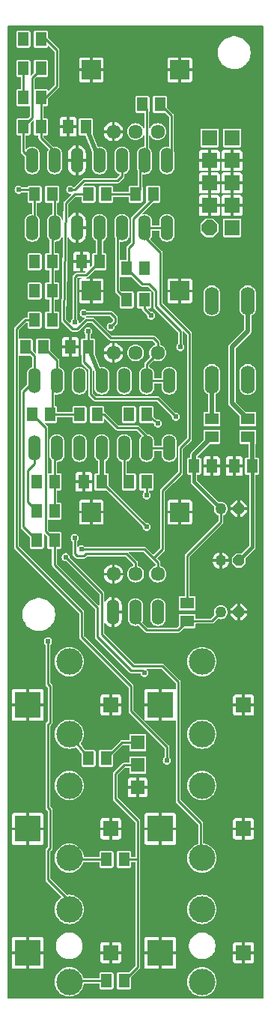
<source format=gbr>
%TF.GenerationSoftware,KiCad,Pcbnew,8.0.2*%
%TF.CreationDate,2024-05-21T21:49:38+01:00*%
%TF.ProjectId,3ch mix 1.6,33636820-6d69-4782-9031-2e362e6b6963,rev?*%
%TF.SameCoordinates,Original*%
%TF.FileFunction,Copper,L2,Bot*%
%TF.FilePolarity,Positive*%
%FSLAX46Y46*%
G04 Gerber Fmt 4.6, Leading zero omitted, Abs format (unit mm)*
G04 Created by KiCad (PCBNEW 8.0.2) date 2024-05-21 21:49:38*
%MOMM*%
%LPD*%
G01*
G04 APERTURE LIST*
G04 Aperture macros list*
%AMOutline5P*
0 Free polygon, 5 corners , with rotation*
0 The origin of the aperture is its center*
0 number of corners: always 5*
0 $1 to $10 corner X, Y*
0 $11 Rotation angle, in degrees counterclockwise*
0 create outline with 5 corners*
4,1,5,$1,$2,$3,$4,$5,$6,$7,$8,$9,$10,$1,$2,$11*%
%AMOutline6P*
0 Free polygon, 6 corners , with rotation*
0 The origin of the aperture is its center*
0 number of corners: always 6*
0 $1 to $12 corner X, Y*
0 $13 Rotation angle, in degrees counterclockwise*
0 create outline with 6 corners*
4,1,6,$1,$2,$3,$4,$5,$6,$7,$8,$9,$10,$11,$12,$1,$2,$13*%
%AMOutline7P*
0 Free polygon, 7 corners , with rotation*
0 The origin of the aperture is its center*
0 number of corners: always 7*
0 $1 to $14 corner X, Y*
0 $15 Rotation angle, in degrees counterclockwise*
0 create outline with 7 corners*
4,1,7,$1,$2,$3,$4,$5,$6,$7,$8,$9,$10,$11,$12,$13,$14,$1,$2,$15*%
%AMOutline8P*
0 Free polygon, 8 corners , with rotation*
0 The origin of the aperture is its center*
0 number of corners: always 8*
0 $1 to $16 corner X, Y*
0 $17 Rotation angle, in degrees counterclockwise*
0 create outline with 8 corners*
4,1,8,$1,$2,$3,$4,$5,$6,$7,$8,$9,$10,$11,$12,$13,$14,$15,$16,$1,$2,$17*%
G04 Aperture macros list end*
%TA.AperFunction,ComponentPad*%
%ADD10R,3.000000X3.000000*%
%TD*%
%TA.AperFunction,ComponentPad*%
%ADD11R,1.778000X1.778000*%
%TD*%
%TA.AperFunction,ComponentPad*%
%ADD12C,3.000000*%
%TD*%
%TA.AperFunction,ComponentPad*%
%ADD13R,2.184400X2.184400*%
%TD*%
%TA.AperFunction,ComponentPad*%
%ADD14C,1.609600*%
%TD*%
%TA.AperFunction,ComponentPad*%
%ADD15O,1.422400X2.844800*%
%TD*%
%TA.AperFunction,SMDPad,CuDef*%
%ADD16R,1.300000X1.600000*%
%TD*%
%TA.AperFunction,SMDPad,CuDef*%
%ADD17R,1.600000X1.300000*%
%TD*%
%TA.AperFunction,ComponentPad*%
%ADD18O,1.600000X3.200000*%
%TD*%
%TA.AperFunction,ComponentPad*%
%ADD19C,1.270000*%
%TD*%
%TA.AperFunction,ComponentPad*%
%ADD20Outline8P,-0.635000X0.263026X-0.263026X0.635000X0.263026X0.635000X0.635000X0.263026X0.635000X-0.263026X0.263026X-0.635000X-0.263026X-0.635000X-0.635000X-0.263026X0.000000*%
%TD*%
%TA.AperFunction,ComponentPad*%
%ADD21R,1.625600X1.625600*%
%TD*%
%TA.AperFunction,ComponentPad*%
%ADD22Outline8P,-0.889000X0.368236X-0.368236X0.889000X0.368236X0.889000X0.889000X0.368236X0.889000X-0.368236X0.368236X-0.889000X-0.368236X-0.889000X-0.889000X-0.368236X180.000000*%
%TD*%
%TA.AperFunction,ViaPad*%
%ADD23C,0.604800*%
%TD*%
%TA.AperFunction,Conductor*%
%ADD24C,0.400000*%
%TD*%
%TA.AperFunction,Conductor*%
%ADD25C,0.254000*%
%TD*%
%TA.AperFunction,Conductor*%
%ADD26C,0.500000*%
%TD*%
G04 APERTURE END LIST*
D10*
%TO.P,IN1,RING1*%
%TO.N,0V*%
X136301100Y-126803600D03*
D11*
%TO.P,IN1,RING2*%
X145701100Y-126803600D03*
D12*
%TO.P,IN1,SHUNT*%
%TO.N,N$30*%
X141001100Y-130103600D03*
%TO.P,IN1,TIP*%
%TO.N,N$20*%
X141001100Y-121903600D03*
%TD*%
D13*
%TO.P,POT3,GND$1*%
%TO.N,0V*%
X143501100Y-105003600D03*
%TO.P,POT3,GND$2*%
X153501100Y-105003600D03*
D14*
%TO.P,POT3,LEFT*%
X146001100Y-112003600D03*
%TO.P,POT3,MID*%
%TO.N,N$18*%
X148501100Y-112003600D03*
%TO.P,POT3,RIGHT*%
%TO.N,N$14*%
X151001100Y-112003600D03*
%TD*%
D13*
%TO.P,POT2,GND$1*%
%TO.N,0V*%
X143501100Y-80003600D03*
%TO.P,POT2,GND$2*%
X153501100Y-80003600D03*
D14*
%TO.P,POT2,LEFT*%
X146001100Y-87003600D03*
%TO.P,POT2,MID*%
%TO.N,N$17*%
X148501100Y-87003600D03*
%TO.P,POT2,RIGHT*%
%TO.N,N$13*%
X151001100Y-87003600D03*
%TD*%
D10*
%TO.P,IN3,RING1*%
%TO.N,0V*%
X136301100Y-154803600D03*
D11*
%TO.P,IN3,RING2*%
X145701100Y-154803600D03*
D12*
%TO.P,IN3,SHUNT*%
%TO.N,N$32*%
X141001100Y-158103600D03*
%TO.P,IN3,TIP*%
%TO.N,N$34*%
X141001100Y-149903600D03*
%TD*%
D10*
%TO.P,OUT1,RING1*%
%TO.N,0V*%
X151301100Y-126803600D03*
D11*
%TO.P,OUT1,RING2*%
X160701100Y-126803600D03*
D12*
%TO.P,OUT1,SHUNT*%
%TO.N,N$26*%
X156001100Y-130103600D03*
%TO.P,OUT1,TIP*%
%TO.N,N$8*%
X156001100Y-121903600D03*
%TD*%
D13*
%TO.P,POT1,GND$1*%
%TO.N,0V*%
X143501100Y-55003600D03*
%TO.P,POT1,GND$2*%
X153501100Y-55003600D03*
D14*
%TO.P,POT1,LEFT*%
X146001100Y-62003600D03*
%TO.P,POT1,MID*%
%TO.N,N$16*%
X148501100Y-62003600D03*
%TO.P,POT1,RIGHT*%
%TO.N,N$12*%
X151001100Y-62003600D03*
%TD*%
D10*
%TO.P,OUT3,RING1*%
%TO.N,0V*%
X151301100Y-154803600D03*
D11*
%TO.P,OUT3,RING2*%
X160701100Y-154803600D03*
D12*
%TO.P,OUT3,SHUNT*%
%TO.N,N/C*%
X156001100Y-158103600D03*
%TO.P,OUT3,TIP*%
%TO.N,N$23*%
X156001100Y-149903600D03*
%TD*%
D15*
%TO.P,IC2,1*%
%TO.N,N$36*%
X152043100Y-65261600D03*
%TO.P,IC2,2*%
%TO.N,N$21*%
X149503100Y-65261600D03*
%TO.P,IC2,3*%
%TO.N,N$17*%
X146963100Y-65261600D03*
%TO.P,IC2,4*%
%TO.N,+12V*%
X144423100Y-65261600D03*
%TO.P,IC2,5*%
%TO.N,0V*%
X141883100Y-65261600D03*
%TO.P,IC2,6*%
%TO.N,N$4*%
X139343100Y-65261600D03*
%TO.P,IC2,7*%
%TO.N,N$29*%
X136803100Y-65261600D03*
%TO.P,IC2,8*%
%TO.N,N$3*%
X136803100Y-72881600D03*
%TO.P,IC2,9*%
%TO.N,N$28*%
X139343100Y-72881600D03*
%TO.P,IC2,10*%
%TO.N,0V*%
X141883100Y-72881600D03*
%TO.P,IC2,11*%
%TO.N,-12V*%
X144423100Y-72881600D03*
%TO.P,IC2,12*%
%TO.N,N$11*%
X146963100Y-72881600D03*
%TO.P,IC2,13*%
%TO.N,N$14*%
X149503100Y-72881600D03*
%TO.P,IC2,14*%
X152043100Y-72881600D03*
%TD*%
D10*
%TO.P,IN2,RING1*%
%TO.N,0V*%
X136301100Y-140803600D03*
D11*
%TO.P,IN2,RING2*%
X145701100Y-140803600D03*
D12*
%TO.P,IN2,SHUNT*%
%TO.N,N$31*%
X141001100Y-144103600D03*
%TO.P,IN2,TIP*%
%TO.N,N$24*%
X141001100Y-135903600D03*
%TD*%
D10*
%TO.P,OUT2,RING1*%
%TO.N,0V*%
X151301100Y-140803600D03*
D11*
%TO.P,OUT2,RING2*%
X160701100Y-140803600D03*
D12*
%TO.P,OUT2,SHUNT*%
%TO.N,N$27*%
X156001100Y-144103600D03*
%TO.P,OUT2,TIP*%
%TO.N,N$19*%
X156001100Y-135903600D03*
%TD*%
D15*
%TO.P,IC1,1*%
%TO.N,N$13*%
X152297100Y-90153600D03*
%TO.P,IC1,2*%
X149757100Y-90153600D03*
%TO.P,IC1,3*%
%TO.N,N$10*%
X147217100Y-90153600D03*
%TO.P,IC1,4*%
%TO.N,+12V*%
X144677100Y-90153600D03*
%TO.P,IC1,5*%
%TO.N,N$16*%
X142137100Y-90153600D03*
%TO.P,IC1,6*%
%TO.N,N$15*%
X139597100Y-90153600D03*
%TO.P,IC1,7*%
%TO.N,N$35*%
X137057100Y-90153600D03*
%TO.P,IC1,8*%
%TO.N,N$25*%
X137057100Y-97773600D03*
%TO.P,IC1,9*%
%TO.N,N$22*%
X139597100Y-97773600D03*
%TO.P,IC1,10*%
%TO.N,N$18*%
X142137100Y-97773600D03*
%TO.P,IC1,11*%
%TO.N,-12V*%
X144677100Y-97773600D03*
%TO.P,IC1,12*%
%TO.N,N$9*%
X147217100Y-97773600D03*
%TO.P,IC1,13*%
%TO.N,N$12*%
X149757100Y-97773600D03*
%TO.P,IC1,14*%
X152297100Y-97773600D03*
%TD*%
D16*
%TO.P,R21,1*%
%TO.N,N$28*%
X139073100Y-69071600D03*
%TO.P,R21,2*%
%TO.N,N$3*%
X137073100Y-69071600D03*
%TD*%
%TO.P,R20,1*%
%TO.N,N$25*%
X137073100Y-76691600D03*
%TO.P,R20,2*%
%TO.N,N$28*%
X139073100Y-76691600D03*
%TD*%
%TO.P,R17,1*%
%TO.N,N$36*%
X149487100Y-77453600D03*
%TO.P,R17,2*%
%TO.N,N$19*%
X147487100Y-77453600D03*
%TD*%
D17*
%TO.P,R2,1*%
%TO.N,N$6*%
X161187100Y-94487600D03*
%TO.P,R2,2*%
%TO.N,-12V*%
X161187100Y-96487600D03*
%TD*%
D16*
%TO.P,C5,1*%
%TO.N,+12V*%
X143137100Y-86343600D03*
%TO.P,C5,2*%
%TO.N,0V*%
X141137100Y-86343600D03*
%TD*%
D18*
%TO.P,D1,A*%
%TO.N,N$1*%
X157123100Y-81136600D03*
%TO.P,D1,C*%
%TO.N,N$5*%
X157123100Y-90026600D03*
%TD*%
D16*
%TO.P,R11,1*%
%TO.N,N$13*%
X143169100Y-69071600D03*
%TO.P,R11,2*%
%TO.N,N$21*%
X145169100Y-69071600D03*
%TD*%
%TO.P,R23,1*%
%TO.N,N$4*%
X137803100Y-58149600D03*
%TO.P,R23,2*%
%TO.N,N$23*%
X135803100Y-58149600D03*
%TD*%
%TO.P,C11,1*%
%TO.N,N$36*%
X151265100Y-58911600D03*
%TO.P,C11,2*%
%TO.N,N$21*%
X149265100Y-58911600D03*
%TD*%
%TO.P,R16,1*%
%TO.N,N$35*%
X137327100Y-108187600D03*
%TO.P,R16,2*%
%TO.N,N$8*%
X139327100Y-108187600D03*
%TD*%
%TO.P,C12,1*%
%TO.N,N$4*%
X137803100Y-61451600D03*
%TO.P,C12,2*%
%TO.N,N$29*%
X135803100Y-61451600D03*
%TD*%
D19*
%TO.P,C4,+*%
%TO.N,0V*%
X158139100Y-110473600D03*
D20*
%TO.P,C4,-*%
%TO.N,-12V*%
X160171100Y-110473600D03*
%TD*%
D17*
%TO.P,R1,1*%
%TO.N,N$5*%
X157123100Y-94487600D03*
%TO.P,R1,2*%
%TO.N,+12V*%
X157123100Y-96487600D03*
%TD*%
D16*
%TO.P,R10,1*%
%TO.N,N$12*%
X144153100Y-93963600D03*
%TO.P,R10,2*%
%TO.N,N$15*%
X142153100Y-93963600D03*
%TD*%
%TO.P,R18,1*%
%TO.N,N$26*%
X137073100Y-83295600D03*
%TO.P,R18,2*%
%TO.N,N$28*%
X139073100Y-83295600D03*
%TD*%
D18*
%TO.P,D2,A*%
%TO.N,N$6*%
X161187100Y-81136600D03*
%TO.P,D2,C*%
%TO.N,N$2*%
X161187100Y-90026600D03*
%TD*%
D16*
%TO.P,R9,1*%
%TO.N,N$34*%
X149487100Y-81009600D03*
%TO.P,R9,2*%
%TO.N,N$11*%
X147487100Y-81009600D03*
%TD*%
%TO.P,R7,1*%
%TO.N,N$20*%
X149741100Y-101583600D03*
%TO.P,R7,2*%
%TO.N,N$9*%
X147741100Y-101583600D03*
%TD*%
%TO.P,R14,1*%
%TO.N,N$21*%
X148503100Y-69071600D03*
%TO.P,R14,2*%
%TO.N,N$19*%
X150503100Y-69071600D03*
%TD*%
%TO.P,R13,1*%
%TO.N,N$15*%
X138819100Y-93963600D03*
%TO.P,R13,2*%
%TO.N,N$8*%
X136819100Y-93963600D03*
%TD*%
D21*
%TO.P,JP1,1*%
%TO.N,0V*%
X148741100Y-136127600D03*
%TO.P,JP1,2*%
%TO.N,N$33*%
X148741100Y-133587600D03*
%TO.P,JP1,3*%
%TO.N,N$7*%
X148741100Y-131047600D03*
%TD*%
D16*
%TO.P,R4,1*%
%TO.N,N$7*%
X145169100Y-132825600D03*
%TO.P,R4,2*%
%TO.N,N$30*%
X143169100Y-132825600D03*
%TD*%
D17*
%TO.P,R3,1*%
%TO.N,N$7*%
X154329100Y-117315600D03*
%TO.P,R3,2*%
%TO.N,+12V*%
X154329100Y-115315600D03*
%TD*%
D15*
%TO.P,D3,1*%
%TO.N,N/C*%
X151027100Y-116315600D03*
%TO.P,D3,2*%
%TO.N,N$7*%
X148487100Y-116315600D03*
%TO.P,D3,3*%
%TO.N,0V*%
X145947100Y-116315600D03*
%TD*%
D16*
%TO.P,R5,1*%
%TO.N,N$33*%
X147201100Y-144255600D03*
%TO.P,R5,2*%
%TO.N,N$31*%
X145201100Y-144255600D03*
%TD*%
%TO.P,C2,1*%
%TO.N,0V*%
X159679100Y-99805600D03*
%TO.P,C2,2*%
%TO.N,-12V*%
X161679100Y-99805600D03*
%TD*%
D19*
%TO.P,C9,+*%
%TO.N,N$7*%
X158139100Y-116315600D03*
D20*
%TO.P,C9,-*%
%TO.N,0V*%
X160171100Y-116315600D03*
%TD*%
D16*
%TO.P,C6,1*%
%TO.N,0V*%
X142661100Y-101583600D03*
%TO.P,C6,2*%
%TO.N,-12V*%
X144661100Y-101583600D03*
%TD*%
%TO.P,R6,1*%
%TO.N,N$33*%
X147201100Y-157971600D03*
%TO.P,R6,2*%
%TO.N,N$32*%
X145201100Y-157971600D03*
%TD*%
%TO.P,R12,1*%
%TO.N,N$14*%
X137327100Y-101583600D03*
%TO.P,R12,2*%
%TO.N,N$22*%
X139327100Y-101583600D03*
%TD*%
%TO.P,R15,1*%
%TO.N,N$22*%
X139327100Y-104885600D03*
%TO.P,R15,2*%
%TO.N,N$25*%
X137327100Y-104885600D03*
%TD*%
%TO.P,R8,1*%
%TO.N,N$24*%
X149741100Y-93963600D03*
%TO.P,R8,2*%
%TO.N,N$10*%
X147741100Y-93963600D03*
%TD*%
%TO.P,C10,1*%
%TO.N,N$35*%
X136057100Y-86343600D03*
%TO.P,C10,2*%
%TO.N,N$15*%
X138057100Y-86343600D03*
%TD*%
%TO.P,C1,1*%
%TO.N,+12V*%
X155107100Y-99805600D03*
%TO.P,C1,2*%
%TO.N,0V*%
X157107100Y-99805600D03*
%TD*%
%TO.P,R22,1*%
%TO.N,N$3*%
X135803100Y-51545600D03*
%TO.P,R22,2*%
%TO.N,N$4*%
X137803100Y-51545600D03*
%TD*%
%TO.P,R24,1*%
%TO.N,N$29*%
X137803100Y-54847600D03*
%TO.P,R24,2*%
%TO.N,N$23*%
X135803100Y-54847600D03*
%TD*%
D19*
%TO.P,C3,+*%
%TO.N,+12V*%
X158139100Y-104631600D03*
D20*
%TO.P,C3,-*%
%TO.N,0V*%
X160171100Y-104631600D03*
%TD*%
D16*
%TO.P,C7,1*%
%TO.N,+12V*%
X142883100Y-61451600D03*
%TO.P,C7,2*%
%TO.N,0V*%
X140883100Y-61451600D03*
%TD*%
%TO.P,C8,1*%
%TO.N,0V*%
X142407100Y-76691600D03*
%TO.P,C8,2*%
%TO.N,-12V*%
X144407100Y-76691600D03*
%TD*%
D22*
%TO.P,POWER0,1*%
%TO.N,N$2*%
X156869100Y-72881600D03*
D11*
%TO.P,POWER0,2*%
X159409100Y-72881600D03*
%TO.P,POWER0,3*%
%TO.N,0V*%
X156869100Y-70341600D03*
%TO.P,POWER0,4*%
X159409100Y-70341600D03*
%TO.P,POWER0,5*%
X156869100Y-67801600D03*
%TO.P,POWER0,6*%
X159409100Y-67801600D03*
%TO.P,POWER0,7*%
X156869100Y-65261600D03*
%TO.P,POWER0,8*%
X159409100Y-65261600D03*
%TO.P,POWER0,9*%
%TO.N,N$1*%
X156869100Y-62721600D03*
%TO.P,POWER0,10*%
X159409100Y-62721600D03*
%TD*%
D16*
%TO.P,R19,1*%
%TO.N,N$27*%
X137073100Y-79993600D03*
%TO.P,R19,2*%
%TO.N,N$28*%
X139073100Y-79993600D03*
%TD*%
D23*
%TO.N,+12V*%
X143153100Y-84565600D03*
X153059100Y-94217600D03*
X142899100Y-61134100D03*
%TO.N,-12V*%
X144661100Y-101583600D03*
X149757100Y-106663600D03*
X141629100Y-83549600D03*
%TO.N,0V*%
X142391100Y-113013600D03*
X148233100Y-103869600D03*
X139216100Y-84883100D03*
X134644100Y-112950100D03*
X139597100Y-112505600D03*
X155345100Y-84311600D03*
X157123100Y-102091600D03*
X147217100Y-83041600D03*
X137311100Y-112505600D03*
X160869600Y-107552600D03*
X155345100Y-110473600D03*
X147725100Y-120379600D03*
X162457100Y-107552600D03*
X155345100Y-113521600D03*
X159155100Y-97519600D03*
X156615100Y-118855600D03*
X158012100Y-75485100D03*
X134898100Y-69897100D03*
X142899100Y-108187600D03*
X148233100Y-107425600D03*
X141883100Y-114537600D03*
X161949100Y-113013600D03*
X152043100Y-109711600D03*
X134644100Y-81581100D03*
%TO.N,N$14*%
X142391100Y-109203600D03*
X137311100Y-101837600D03*
%TO.N,N$17*%
X141121100Y-68563600D03*
X142645100Y-82533600D03*
X145693100Y-84057600D03*
%TO.N,N$18*%
X141629100Y-107933600D03*
%TO.N,N$25*%
X136803100Y-76945600D03*
%TO.N,N$26*%
X152043100Y-133079600D03*
%TO.N,N$27*%
X136803100Y-80247600D03*
X140613100Y-110092600D03*
%TO.N,N$3*%
X135279100Y-68563600D03*
X135533100Y-51863100D03*
%TO.N,N$23*%
X135787100Y-58403600D03*
%TO.N,N$8*%
X149503100Y-123173600D03*
%TO.N,N$19*%
X153567100Y-86343600D03*
%TO.N,N$10*%
X147471100Y-93709600D03*
%TO.N,N$20*%
X149757100Y-103107600D03*
%TO.N,N$24*%
X151027100Y-94979600D03*
%TO.N,N$34*%
X150265100Y-82787600D03*
X138593100Y-119629600D03*
%TO.N,N$36*%
X149757100Y-77453600D03*
%TD*%
D24*
%TO.N,+12V*%
X155107100Y-99805600D02*
X155107100Y-101599600D01*
D25*
X143407100Y-91677600D02*
X143407100Y-88756600D01*
X143137100Y-84581600D02*
X143153100Y-84565600D01*
D26*
X142883100Y-61451600D02*
X144423100Y-65261600D01*
X155107100Y-98503600D02*
X155107100Y-99805600D01*
D25*
X143137100Y-86343600D02*
X143137100Y-84581600D01*
X154329100Y-115315600D02*
X154329100Y-109965600D01*
X142883100Y-61213600D02*
X142883100Y-61451600D01*
X153059100Y-94217600D02*
X151027100Y-92185600D01*
X142645100Y-86835600D02*
X143137100Y-86343600D01*
D26*
X157123100Y-96487600D02*
X155107100Y-98503600D01*
D25*
X142899100Y-61134100D02*
X142883100Y-61213600D01*
X142645100Y-87994600D02*
X142645100Y-86835600D01*
X143407100Y-88756600D02*
X142645100Y-87994600D01*
X158139100Y-106155600D02*
X158139100Y-104631600D01*
X143915100Y-92185600D02*
X143407100Y-91677600D01*
X154329100Y-109965600D02*
X158139100Y-106155600D01*
D24*
X155107100Y-101599600D02*
X158139100Y-104631600D01*
D25*
X151027100Y-92185600D02*
X143915100Y-92185600D01*
D26*
X143137100Y-86343600D02*
X144677100Y-90153600D01*
%TO.N,-12V*%
X161679100Y-96979600D02*
X161679100Y-99805600D01*
D25*
X144407100Y-76691600D02*
X142883100Y-78215600D01*
D24*
X161679100Y-99805600D02*
X161679100Y-108965600D01*
X161679100Y-108965600D02*
X160171100Y-110473600D01*
D25*
X145058100Y-101964600D02*
X144677100Y-101583600D01*
X144677100Y-101583600D02*
X144661100Y-101583600D01*
X144661100Y-101583600D02*
X145042100Y-101964600D01*
X141883100Y-78215600D02*
X141629100Y-78469600D01*
X142883100Y-78215600D02*
X141883100Y-78215600D01*
D26*
X161187100Y-96487600D02*
X161679100Y-96979600D01*
D25*
X145042100Y-101964600D02*
X145058100Y-101964600D01*
D26*
X144407100Y-76691600D02*
X144423100Y-72881600D01*
D25*
X149757100Y-106663600D02*
X145058100Y-101964600D01*
X141629100Y-78469600D02*
X141629100Y-83549600D01*
D26*
X144661100Y-101583600D02*
X144677100Y-97773600D01*
D25*
%TO.N,N$7*%
X148487100Y-117077600D02*
X149757100Y-118347600D01*
X145169100Y-132825600D02*
X146947100Y-131047600D01*
X149757100Y-118347600D02*
X153297100Y-118347600D01*
X148487100Y-116315600D02*
X148487100Y-117077600D01*
X154329100Y-117315600D02*
X157139100Y-117315600D01*
X146947100Y-131047600D02*
X148741100Y-131047600D01*
X153297100Y-118347600D02*
X154329100Y-117315600D01*
X157139100Y-117315600D02*
X158139100Y-116315600D01*
%TO.N,N$12*%
X146455100Y-95487600D02*
X148741100Y-95487600D01*
X149757100Y-96503600D02*
X149757100Y-97773600D01*
X144153100Y-93963600D02*
X144931100Y-93963600D01*
X148741100Y-95487600D02*
X149757100Y-96503600D01*
X144931100Y-93963600D02*
X146455100Y-95487600D01*
X152297100Y-97773600D02*
X149757100Y-97773600D01*
%TO.N,N$13*%
X149757100Y-88247600D02*
X151001100Y-87003600D01*
X140359100Y-83295600D02*
X140613100Y-70087600D01*
X150519100Y-85327600D02*
X145693100Y-85327600D01*
X142899100Y-83295600D02*
X141883100Y-84311600D01*
X141629100Y-69071600D02*
X143169100Y-69071600D01*
X151001100Y-85809600D02*
X150519100Y-85327600D01*
X149757100Y-90153600D02*
X149757100Y-88247600D01*
X143661100Y-83295600D02*
X142899100Y-83295600D01*
X145693100Y-85327600D02*
X143661100Y-83295600D01*
X152297100Y-90153600D02*
X149757100Y-90153600D01*
X140613100Y-70087600D02*
X141629100Y-69071600D01*
X151001100Y-87003600D02*
X151001100Y-85809600D01*
X141883100Y-84311600D02*
X141375100Y-84311600D01*
X141375100Y-84311600D02*
X140359100Y-83295600D01*
%TO.N,N$14*%
X151281100Y-75675600D02*
X151281100Y-81517600D01*
X150519100Y-110219600D02*
X151027100Y-110727600D01*
X151281100Y-81517600D02*
X154583100Y-84819600D01*
X149503100Y-73897600D02*
X151281100Y-75675600D01*
X149503100Y-72881600D02*
X149503100Y-73897600D01*
X151027100Y-111977600D02*
X151001100Y-112003600D01*
X151027100Y-110727600D02*
X151027100Y-111977600D01*
X154583100Y-84819600D02*
X154583100Y-96757600D01*
X137327100Y-101583600D02*
X137327100Y-101821600D01*
X154583100Y-96757600D02*
X153567100Y-97773600D01*
X142391100Y-109203600D02*
X149503100Y-109203600D01*
X153567100Y-97773600D02*
X153567100Y-100567600D01*
X152043100Y-72881600D02*
X149503100Y-72881600D01*
X149503100Y-109203600D02*
X150519100Y-110219600D01*
X151535100Y-109203600D02*
X150519100Y-110219600D01*
X151535100Y-102599600D02*
X151535100Y-109203600D01*
X137327100Y-101821600D02*
X137311100Y-101837600D01*
X153567100Y-100567600D02*
X151535100Y-102599600D01*
%TO.N,N$15*%
X139089100Y-90661600D02*
X139089100Y-93455600D01*
X139597100Y-87883600D02*
X139597100Y-90153600D01*
X138819100Y-93963600D02*
X142153100Y-93963600D01*
X139597100Y-90153600D02*
X139089100Y-90661600D01*
X138057100Y-86343600D02*
X139597100Y-87883600D01*
X139089100Y-93455600D02*
X138819100Y-93725600D01*
X138819100Y-93725600D02*
X138819100Y-93963600D01*
%TO.N,N$17*%
X146963100Y-67039600D02*
X146455100Y-67547600D01*
X146201100Y-83041600D02*
X146201100Y-83549600D01*
X141629100Y-68563600D02*
X141121100Y-68563600D01*
X142645100Y-67547600D02*
X141629100Y-68563600D01*
X146201100Y-83549600D02*
X145693100Y-84057600D01*
X142645100Y-82533600D02*
X145693100Y-82533600D01*
X146455100Y-67547600D02*
X142645100Y-67547600D01*
X146963100Y-65261600D02*
X146963100Y-67039600D01*
X145693100Y-82533600D02*
X146201100Y-83041600D01*
%TO.N,N$18*%
X141883100Y-109965600D02*
X141629100Y-109711600D01*
X147471100Y-109711600D02*
X142899100Y-109711600D01*
X148487100Y-111989600D02*
X148487100Y-110727600D01*
X141629100Y-109711600D02*
X141629100Y-107933600D01*
X142899100Y-109711600D02*
X142645100Y-109965600D01*
X148487100Y-110727600D02*
X147471100Y-109711600D01*
X142645100Y-109965600D02*
X141883100Y-109965600D01*
X148501100Y-112003600D02*
X148487100Y-111989600D01*
%TO.N,N$21*%
X149503100Y-64499600D02*
X149503100Y-65261600D01*
X148995100Y-68563600D02*
X148503100Y-69055600D01*
X149757100Y-64245600D02*
X149503100Y-64499600D01*
X148503100Y-69055600D02*
X148503100Y-69071600D01*
X148995100Y-65769600D02*
X148995100Y-68563600D01*
X149265100Y-58911600D02*
X149757100Y-59403600D01*
X148503100Y-69055600D02*
X148487100Y-69071600D01*
X148487100Y-69071600D02*
X145169100Y-69071600D01*
X149503100Y-65261600D02*
X148995100Y-65769600D01*
X149757100Y-59403600D02*
X149757100Y-64245600D01*
%TO.N,N$22*%
X139327100Y-104885600D02*
X139327100Y-101583600D01*
X139327100Y-101583600D02*
X139327100Y-98043600D01*
X139327100Y-98043600D02*
X139597100Y-97773600D01*
%TO.N,N$25*%
X137057100Y-76691600D02*
X136803100Y-76945600D01*
X136295100Y-103853600D02*
X136295100Y-100313600D01*
X137057100Y-99551600D02*
X137057100Y-97773600D01*
X137327100Y-104885600D02*
X136295100Y-103853600D01*
X136295100Y-100313600D02*
X137057100Y-99551600D01*
X137073100Y-76691600D02*
X137057100Y-76691600D01*
%TO.N,N$26*%
X142391100Y-116315600D02*
X142391100Y-119109600D01*
X135025100Y-108949600D02*
X142391100Y-116315600D01*
X152043100Y-131555600D02*
X152043100Y-133079600D01*
X137073100Y-83295600D02*
X136041100Y-83295600D01*
X135025100Y-84311600D02*
X135025100Y-108949600D01*
X136041100Y-83295600D02*
X135025100Y-84311600D01*
X147979100Y-127491600D02*
X152043100Y-131555600D01*
X147979100Y-124697600D02*
X147979100Y-127491600D01*
X142391100Y-119109600D02*
X147979100Y-124697600D01*
%TO.N,N$27*%
X140613100Y-110092600D02*
X144677100Y-114156600D01*
X148233100Y-122411600D02*
X151535100Y-122411600D01*
X155853100Y-140191600D02*
X155853100Y-143955600D01*
X151535100Y-122411600D02*
X153313100Y-124189600D01*
X144677100Y-114156600D02*
X144677100Y-118855600D01*
X137073100Y-79993600D02*
X137057100Y-79993600D01*
X153313100Y-137651600D02*
X155853100Y-140191600D01*
X153313100Y-124189600D02*
X153313100Y-137651600D01*
X155853100Y-143955600D02*
X156001100Y-144103600D01*
X137057100Y-79993600D02*
X136803100Y-80247600D01*
X144677100Y-118855600D02*
X148233100Y-122411600D01*
%TO.N,N$28*%
X139073100Y-73151600D02*
X139343100Y-72881600D01*
X139073100Y-76691600D02*
X139073100Y-73151600D01*
X139073100Y-83295600D02*
X139073100Y-79993600D01*
X139343100Y-72881600D02*
X139343100Y-69341600D01*
X139073100Y-79993600D02*
X139073100Y-76691600D01*
X139343100Y-69341600D02*
X139073100Y-69071600D01*
%TO.N,N$3*%
X137073100Y-69071600D02*
X136565100Y-68563600D01*
X135803100Y-51783600D02*
X135803100Y-51545600D01*
X137073100Y-69071600D02*
X137073100Y-72611600D01*
X136565100Y-68563600D02*
X135279100Y-68563600D01*
X135533100Y-51815600D02*
X135803100Y-51545600D01*
X137073100Y-72611600D02*
X136803100Y-72881600D01*
X135533100Y-51863100D02*
X135533100Y-51815600D01*
%TO.N,N$4*%
X138327100Y-51545600D02*
X137803100Y-51545600D01*
X137803100Y-61451600D02*
X137803100Y-58149600D01*
X138327100Y-58149600D02*
X139597100Y-56879600D01*
X139597100Y-56879600D02*
X139597100Y-52815600D01*
X139597100Y-52815600D02*
X138327100Y-51545600D01*
X139343100Y-64245600D02*
X137803100Y-62705600D01*
X137803100Y-58149600D02*
X138327100Y-58149600D01*
X137803100Y-62705600D02*
X137803100Y-61451600D01*
X139343100Y-65261600D02*
X139343100Y-64245600D01*
%TO.N,N$23*%
X135803100Y-58149600D02*
X135787100Y-58165600D01*
X135803100Y-54847600D02*
X135803100Y-58149600D01*
X135787100Y-58165600D02*
X135787100Y-58403600D01*
%TO.N,N$29*%
X135803100Y-61451600D02*
X135803100Y-61435600D01*
X136803100Y-55927100D02*
X137501600Y-55228600D01*
X135803100Y-61451600D02*
X135803100Y-64261600D01*
X137803100Y-54863600D02*
X137803100Y-54847600D01*
X135803100Y-64261600D02*
X136803100Y-65261600D01*
X135803100Y-61435600D02*
X136803100Y-60435600D01*
X136803100Y-60435600D02*
X136803100Y-55927100D01*
X137501600Y-55228600D02*
X137803100Y-54863600D01*
D26*
%TO.N,N$5*%
X157123100Y-90026600D02*
X157123100Y-94487600D01*
%TO.N,N$6*%
X159409100Y-92709600D02*
X159409100Y-86343600D01*
X161187100Y-84565600D02*
X161187100Y-81136600D01*
X159409100Y-86343600D02*
X161187100Y-84565600D01*
X161187100Y-94487600D02*
X159409100Y-92709600D01*
D25*
%TO.N,N$30*%
X141375100Y-130539600D02*
X141289100Y-130285600D01*
X141289100Y-130285600D02*
X141001100Y-130103600D01*
X141391100Y-130555600D02*
X141375100Y-130539600D01*
X143169100Y-132825600D02*
X141391100Y-130555600D01*
%TO.N,N$31*%
X145201100Y-144255600D02*
X141445100Y-144255600D01*
X141445100Y-144255600D02*
X141001100Y-144103600D01*
%TO.N,N$32*%
X145201100Y-157971600D02*
X141669100Y-157971600D01*
X141669100Y-157971600D02*
X141001100Y-158103600D01*
%TO.N,N$33*%
X148741100Y-139937600D02*
X146201100Y-137397600D01*
X147201100Y-144255600D02*
X148741100Y-144255600D01*
X146201100Y-134603600D02*
X147217100Y-133587600D01*
X147201100Y-157971600D02*
X148741100Y-156431600D01*
X146201100Y-137397600D02*
X146201100Y-134603600D01*
X148741100Y-156431600D02*
X148741100Y-144255600D01*
X148741100Y-144255600D02*
X148741100Y-139937600D01*
X147217100Y-133587600D02*
X148741100Y-133587600D01*
%TO.N,N$8*%
X149249100Y-122919600D02*
X149503100Y-123173600D01*
X139327100Y-108187600D02*
X139327100Y-110965600D01*
X138327100Y-95471600D02*
X138327100Y-107187600D01*
X144169100Y-115807600D02*
X144169100Y-119109600D01*
X147979100Y-122919600D02*
X149249100Y-122919600D01*
X138327100Y-107187600D02*
X139327100Y-108187600D01*
X139327100Y-110965600D02*
X144169100Y-115807600D01*
X144169100Y-119109600D02*
X147979100Y-122919600D01*
X136819100Y-93963600D02*
X138327100Y-95471600D01*
%TO.N,N$19*%
X147487100Y-77453600D02*
X147725100Y-77215600D01*
X153567100Y-84565600D02*
X153567100Y-86343600D01*
X150773100Y-79993600D02*
X150773100Y-81771600D01*
X148233100Y-74659600D02*
X148233100Y-71865600D01*
X150011100Y-79231600D02*
X150773100Y-79993600D01*
X150503100Y-69595600D02*
X150503100Y-69071600D01*
X150773100Y-81771600D02*
X153567100Y-84565600D01*
X147725100Y-75167600D02*
X148233100Y-74659600D01*
X147725100Y-77215600D02*
X147725100Y-75167600D01*
X147487100Y-77453600D02*
X149265100Y-79231600D01*
X148233100Y-71865600D02*
X150503100Y-69595600D01*
X149265100Y-79231600D02*
X150011100Y-79231600D01*
%TO.N,N$9*%
X147217100Y-101059600D02*
X147217100Y-97773600D01*
X147741100Y-101583600D02*
X147217100Y-101059600D01*
%TO.N,N$10*%
X147725100Y-93963600D02*
X147471100Y-93709600D01*
X147741100Y-93963600D02*
X147725100Y-93963600D01*
%TO.N,N$11*%
X146455100Y-79977600D02*
X146455100Y-73897600D01*
X146963100Y-73389600D02*
X146963100Y-72881600D01*
X147487100Y-81009600D02*
X146455100Y-79977600D01*
X146455100Y-73897600D02*
X146963100Y-73389600D01*
%TO.N,N$20*%
X149741100Y-103091600D02*
X149741100Y-101583600D01*
X149757100Y-103107600D02*
X149741100Y-103091600D01*
%TO.N,N$24*%
X151027100Y-94979600D02*
X151011100Y-94979600D01*
X151011100Y-94979600D02*
X149741100Y-93963600D01*
%TO.N,N$34*%
X138593100Y-119629600D02*
X138593100Y-124455600D01*
X140867100Y-149769600D02*
X141001100Y-149903600D01*
X138581100Y-138413600D02*
X138835100Y-138667600D01*
X138593100Y-124455600D02*
X138835100Y-124697600D01*
X150265100Y-82787600D02*
X149487100Y-82009600D01*
X149487100Y-82009600D02*
X149487100Y-81009600D01*
X138581100Y-146541600D02*
X140867100Y-148827600D01*
X138835100Y-142985600D02*
X138581100Y-143239600D01*
X138835100Y-128698100D02*
X138581100Y-129079100D01*
X138835100Y-138667600D02*
X138835100Y-142985600D01*
X138581100Y-143239600D02*
X138581100Y-146541600D01*
X138835100Y-124697600D02*
X138835100Y-128698100D01*
X140867100Y-148827600D02*
X140867100Y-149769600D01*
X138581100Y-129079100D02*
X138581100Y-138413600D01*
%TO.N,N$35*%
X137327100Y-108187600D02*
X135787100Y-106647600D01*
X135787100Y-106647600D02*
X135787100Y-91423600D01*
X136057100Y-86343600D02*
X137057100Y-87343600D01*
X137057100Y-87343600D02*
X137057100Y-90153600D01*
X135787100Y-91423600D02*
X137057100Y-90153600D01*
%TO.N,N$36*%
X151265100Y-58911600D02*
X152551100Y-60197600D01*
X152551100Y-64499600D02*
X152043100Y-65007600D01*
X149487100Y-77453600D02*
X149757100Y-77453600D01*
X152551100Y-60197600D02*
X152551100Y-64499600D01*
X152043100Y-65007600D02*
X152043100Y-65261600D01*
%TD*%
%TA.AperFunction,Conductor*%
%TO.N,0V*%
G36*
X162957587Y-50047113D02*
G01*
X162975600Y-50090600D01*
X162975600Y-159916600D01*
X162957587Y-159960087D01*
X162914100Y-159978100D01*
X134088100Y-159978100D01*
X134044613Y-159960087D01*
X134026600Y-159916600D01*
X134026600Y-158103594D01*
X139343089Y-158103594D01*
X139343089Y-158103605D01*
X139363500Y-158362961D01*
X139363501Y-158362968D01*
X139424236Y-158615949D01*
X139424237Y-158615952D01*
X139424238Y-158615954D01*
X139494946Y-158786658D01*
X139523802Y-158856323D01*
X139659738Y-159078151D01*
X139659741Y-159078154D01*
X139828709Y-159275991D01*
X140026545Y-159444958D01*
X140026548Y-159444961D01*
X140210079Y-159557428D01*
X140248379Y-159580899D01*
X140488746Y-159680462D01*
X140741730Y-159741198D01*
X140741732Y-159741198D01*
X140741738Y-159741199D01*
X141001095Y-159761611D01*
X141001100Y-159761611D01*
X141001105Y-159761611D01*
X141260461Y-159741199D01*
X141260465Y-159741198D01*
X141260470Y-159741198D01*
X141513454Y-159680462D01*
X141753821Y-159580899D01*
X141975654Y-159444959D01*
X142173491Y-159275991D01*
X142342459Y-159078154D01*
X142478399Y-158856321D01*
X142577962Y-158615954D01*
X142638698Y-158362970D01*
X142643011Y-158308175D01*
X142664380Y-158266235D01*
X142704321Y-158251500D01*
X144336701Y-158251500D01*
X144380188Y-158269513D01*
X144398201Y-158313000D01*
X144398201Y-158786656D01*
X144404115Y-158816390D01*
X144407072Y-158831259D01*
X144440865Y-158881833D01*
X144440866Y-158881834D01*
X144491442Y-158915628D01*
X144536043Y-158924500D01*
X145866156Y-158924499D01*
X145910758Y-158915628D01*
X145961334Y-158881834D01*
X145995128Y-158831258D01*
X146004000Y-158786657D01*
X146003999Y-157156544D01*
X145995128Y-157111942D01*
X145961334Y-157061366D01*
X145910758Y-157027572D01*
X145881024Y-157021657D01*
X145866158Y-157018700D01*
X144536045Y-157018700D01*
X144491440Y-157027572D01*
X144440866Y-157061365D01*
X144423969Y-157086654D01*
X144407072Y-157111942D01*
X144407072Y-157111943D01*
X144398200Y-157156541D01*
X144398200Y-157630200D01*
X144380187Y-157673687D01*
X144336700Y-157691700D01*
X142650562Y-157691700D01*
X142607075Y-157673687D01*
X142590761Y-157644557D01*
X142577963Y-157591250D01*
X142577962Y-157591249D01*
X142577962Y-157591246D01*
X142478399Y-157350879D01*
X142454928Y-157312579D01*
X142342461Y-157129048D01*
X142342458Y-157129045D01*
X142255792Y-157027572D01*
X142173491Y-156931209D01*
X141975654Y-156762241D01*
X141975651Y-156762238D01*
X141753823Y-156626302D01*
X141699013Y-156603599D01*
X141513454Y-156526738D01*
X141513452Y-156526737D01*
X141513449Y-156526736D01*
X141260468Y-156466001D01*
X141260461Y-156466000D01*
X141001105Y-156445589D01*
X141001095Y-156445589D01*
X140741738Y-156466000D01*
X140741731Y-156466001D01*
X140488750Y-156526736D01*
X140488746Y-156526738D01*
X140248376Y-156626302D01*
X140026548Y-156762238D01*
X140026545Y-156762241D01*
X139828709Y-156931209D01*
X139659741Y-157129045D01*
X139659738Y-157129048D01*
X139523802Y-157350876D01*
X139424238Y-157591246D01*
X139424236Y-157591250D01*
X139363501Y-157844231D01*
X139363500Y-157844238D01*
X139343089Y-158103594D01*
X134026600Y-158103594D01*
X134026600Y-153258814D01*
X134501100Y-153258814D01*
X134501100Y-154653600D01*
X135160523Y-154653600D01*
X135151100Y-154713093D01*
X135151100Y-154894107D01*
X135160523Y-154953600D01*
X134501101Y-154953600D01*
X134501101Y-156348388D01*
X134504010Y-156373476D01*
X134549313Y-156476078D01*
X134628621Y-156555386D01*
X134731226Y-156600690D01*
X134756296Y-156603598D01*
X134756314Y-156603599D01*
X136151100Y-156603599D01*
X136151100Y-155944177D01*
X136210593Y-155953600D01*
X136391607Y-155953600D01*
X136451100Y-155944177D01*
X136451100Y-156603599D01*
X137845888Y-156603599D01*
X137870976Y-156600689D01*
X137973578Y-156555386D01*
X138052886Y-156476078D01*
X138098190Y-156373473D01*
X138101098Y-156348403D01*
X138101100Y-156348385D01*
X138101100Y-154953600D01*
X137441677Y-154953600D01*
X137451100Y-154894107D01*
X137451100Y-154713093D01*
X137441677Y-154653600D01*
X138101099Y-154653600D01*
X138101099Y-153916504D01*
X139493600Y-153916504D01*
X139493600Y-154152695D01*
X139530547Y-154385968D01*
X139603532Y-154610593D01*
X139710758Y-154821035D01*
X139849581Y-155012108D01*
X140016591Y-155179118D01*
X140194653Y-155308488D01*
X140207667Y-155317943D01*
X140418108Y-155425168D01*
X140642732Y-155498153D01*
X140876008Y-155535100D01*
X140876012Y-155535100D01*
X141112188Y-155535100D01*
X141112192Y-155535100D01*
X141345468Y-155498153D01*
X141570092Y-155425168D01*
X141780533Y-155317943D01*
X141971610Y-155179117D01*
X142138617Y-155012110D01*
X142277443Y-154821033D01*
X142384668Y-154610592D01*
X142457653Y-154385968D01*
X142494600Y-154152692D01*
X142494600Y-153916508D01*
X142487204Y-153869814D01*
X144512100Y-153869814D01*
X144512100Y-154653600D01*
X145068203Y-154653600D01*
X145051100Y-154739581D01*
X145051100Y-154867619D01*
X145068203Y-154953600D01*
X144512101Y-154953600D01*
X144512101Y-155737388D01*
X144515010Y-155762476D01*
X144560313Y-155865078D01*
X144639621Y-155944386D01*
X144742226Y-155989690D01*
X144767296Y-155992598D01*
X144767314Y-155992599D01*
X145551100Y-155992599D01*
X145551100Y-155436497D01*
X145637081Y-155453600D01*
X145765119Y-155453600D01*
X145851100Y-155436497D01*
X145851100Y-155992599D01*
X146634888Y-155992599D01*
X146659976Y-155989689D01*
X146762578Y-155944386D01*
X146841886Y-155865078D01*
X146887190Y-155762473D01*
X146890098Y-155737403D01*
X146890100Y-155737385D01*
X146890100Y-154953600D01*
X146333997Y-154953600D01*
X146351100Y-154867619D01*
X146351100Y-154739581D01*
X146333997Y-154653600D01*
X146890099Y-154653600D01*
X146890099Y-153869811D01*
X146887189Y-153844723D01*
X146841886Y-153742121D01*
X146762578Y-153662813D01*
X146659973Y-153617509D01*
X146634903Y-153614601D01*
X146634886Y-153614600D01*
X145851100Y-153614600D01*
X145851100Y-154170702D01*
X145765119Y-154153600D01*
X145637081Y-154153600D01*
X145551100Y-154170702D01*
X145551100Y-153614600D01*
X144767311Y-153614600D01*
X144742223Y-153617510D01*
X144639621Y-153662813D01*
X144560313Y-153742121D01*
X144515009Y-153844726D01*
X144512101Y-153869796D01*
X144512100Y-153869814D01*
X142487204Y-153869814D01*
X142457653Y-153683232D01*
X142384668Y-153458608D01*
X142277443Y-153248167D01*
X142138617Y-153057090D01*
X141971610Y-152890083D01*
X141971609Y-152890082D01*
X141971608Y-152890081D01*
X141780535Y-152751258D01*
X141570093Y-152644032D01*
X141345468Y-152571047D01*
X141112195Y-152534100D01*
X141112192Y-152534100D01*
X140876008Y-152534100D01*
X140876004Y-152534100D01*
X140642731Y-152571047D01*
X140418106Y-152644032D01*
X140207664Y-152751258D01*
X140016591Y-152890081D01*
X140016591Y-152890082D01*
X140016590Y-152890083D01*
X139849583Y-153057090D01*
X139849582Y-153057091D01*
X139849581Y-153057091D01*
X139710758Y-153248164D01*
X139603532Y-153458606D01*
X139530547Y-153683231D01*
X139493600Y-153916504D01*
X138101099Y-153916504D01*
X138101099Y-153258811D01*
X138098189Y-153233723D01*
X138052886Y-153131121D01*
X137973578Y-153051813D01*
X137870973Y-153006509D01*
X137845903Y-153003601D01*
X137845886Y-153003600D01*
X136451100Y-153003600D01*
X136451100Y-153663022D01*
X136391607Y-153653600D01*
X136210593Y-153653600D01*
X136151100Y-153663022D01*
X136151100Y-153003600D01*
X134756311Y-153003600D01*
X134731223Y-153006510D01*
X134628621Y-153051813D01*
X134549313Y-153131121D01*
X134504009Y-153233726D01*
X134501101Y-153258796D01*
X134501100Y-153258814D01*
X134026600Y-153258814D01*
X134026600Y-139258814D01*
X134501100Y-139258814D01*
X134501100Y-140653600D01*
X135160523Y-140653600D01*
X135151100Y-140713093D01*
X135151100Y-140894107D01*
X135160523Y-140953600D01*
X134501101Y-140953600D01*
X134501101Y-142348388D01*
X134504010Y-142373476D01*
X134549313Y-142476078D01*
X134628621Y-142555386D01*
X134731226Y-142600690D01*
X134756296Y-142603598D01*
X134756314Y-142603599D01*
X136151100Y-142603599D01*
X136151100Y-141944177D01*
X136210593Y-141953600D01*
X136391607Y-141953600D01*
X136451100Y-141944177D01*
X136451100Y-142603599D01*
X137845888Y-142603599D01*
X137870976Y-142600689D01*
X137973578Y-142555386D01*
X138052886Y-142476078D01*
X138098190Y-142373473D01*
X138101098Y-142348403D01*
X138101100Y-142348385D01*
X138101100Y-140953600D01*
X137441677Y-140953600D01*
X137451100Y-140894107D01*
X137451100Y-140713093D01*
X137441677Y-140653600D01*
X138101099Y-140653600D01*
X138101099Y-139258811D01*
X138098189Y-139233723D01*
X138052886Y-139131121D01*
X137973578Y-139051813D01*
X137870973Y-139006509D01*
X137845903Y-139003601D01*
X137845886Y-139003600D01*
X136451100Y-139003600D01*
X136451100Y-139663022D01*
X136391607Y-139653600D01*
X136210593Y-139653600D01*
X136151100Y-139663022D01*
X136151100Y-139003600D01*
X134756311Y-139003600D01*
X134731223Y-139006510D01*
X134628621Y-139051813D01*
X134549313Y-139131121D01*
X134504009Y-139233726D01*
X134501101Y-139258796D01*
X134501100Y-139258814D01*
X134026600Y-139258814D01*
X134026600Y-125258814D01*
X134501100Y-125258814D01*
X134501100Y-126653600D01*
X135160523Y-126653600D01*
X135151100Y-126713093D01*
X135151100Y-126894107D01*
X135160523Y-126953600D01*
X134501101Y-126953600D01*
X134501101Y-128348388D01*
X134504010Y-128373476D01*
X134549313Y-128476078D01*
X134628621Y-128555386D01*
X134731226Y-128600690D01*
X134756296Y-128603598D01*
X134756314Y-128603599D01*
X136151100Y-128603599D01*
X136151100Y-127944177D01*
X136210593Y-127953600D01*
X136391607Y-127953600D01*
X136451100Y-127944177D01*
X136451100Y-128603599D01*
X137845888Y-128603599D01*
X137870976Y-128600689D01*
X137973578Y-128555386D01*
X138052886Y-128476078D01*
X138098190Y-128373473D01*
X138101098Y-128348403D01*
X138101100Y-128348385D01*
X138101100Y-126953600D01*
X137441677Y-126953600D01*
X137451100Y-126894107D01*
X137451100Y-126713093D01*
X137441677Y-126653600D01*
X138101099Y-126653600D01*
X138101099Y-125258811D01*
X138098189Y-125233723D01*
X138052886Y-125131121D01*
X137973578Y-125051813D01*
X137870973Y-125006509D01*
X137845903Y-125003601D01*
X137845886Y-125003600D01*
X136451100Y-125003600D01*
X136451100Y-125663022D01*
X136391607Y-125653600D01*
X136210593Y-125653600D01*
X136151100Y-125663022D01*
X136151100Y-125003600D01*
X134756311Y-125003600D01*
X134731223Y-125006510D01*
X134628621Y-125051813D01*
X134549313Y-125131121D01*
X134504009Y-125233726D01*
X134501101Y-125258796D01*
X134501100Y-125258814D01*
X134026600Y-125258814D01*
X134026600Y-119629600D01*
X138133118Y-119629600D01*
X138151751Y-119759192D01*
X138151752Y-119759196D01*
X138206138Y-119878283D01*
X138206139Y-119878285D01*
X138291876Y-119977231D01*
X138291881Y-119977234D01*
X138291973Y-119977314D01*
X138292006Y-119977380D01*
X138294757Y-119980555D01*
X138293946Y-119981257D01*
X138313043Y-120019405D01*
X138313200Y-120023794D01*
X138313200Y-124492452D01*
X138332273Y-124563632D01*
X138332274Y-124563634D01*
X138332275Y-124563637D01*
X138369124Y-124627462D01*
X138369127Y-124627465D01*
X138537187Y-124795525D01*
X138555200Y-124839012D01*
X138555200Y-128594731D01*
X138544871Y-128628845D01*
X138366956Y-128895716D01*
X138359281Y-128905080D01*
X138357124Y-128907237D01*
X138344204Y-128929614D01*
X138342117Y-128932974D01*
X138327770Y-128954495D01*
X138327768Y-128954500D01*
X138326790Y-128957391D01*
X138321798Y-128968423D01*
X138320277Y-128971057D01*
X138320276Y-128971060D01*
X138313586Y-128996023D01*
X138312440Y-128999805D01*
X138304153Y-129024307D01*
X138304151Y-129024316D01*
X138303955Y-129027355D01*
X138301990Y-129039297D01*
X138301200Y-129042244D01*
X138301200Y-129068097D01*
X138301073Y-129072054D01*
X138299409Y-129097858D01*
X138300005Y-129100841D01*
X138301200Y-129112900D01*
X138301200Y-138450452D01*
X138320273Y-138521632D01*
X138320274Y-138521634D01*
X138320275Y-138521637D01*
X138357124Y-138585462D01*
X138357127Y-138585465D01*
X138537187Y-138765525D01*
X138555200Y-138809012D01*
X138555200Y-142844188D01*
X138537187Y-142887675D01*
X138357127Y-143067734D01*
X138357123Y-143067739D01*
X138320275Y-143131563D01*
X138320273Y-143131567D01*
X138301200Y-143202747D01*
X138301200Y-146578452D01*
X138320273Y-146649632D01*
X138320274Y-146649634D01*
X138320275Y-146649637D01*
X138357124Y-146713462D01*
X138357127Y-146713465D01*
X140082591Y-148438929D01*
X140100604Y-148482416D01*
X140082591Y-148525903D01*
X140071238Y-148534853D01*
X140026548Y-148562238D01*
X140026545Y-148562241D01*
X139828709Y-148731209D01*
X139659741Y-148929045D01*
X139659738Y-148929048D01*
X139523802Y-149150876D01*
X139424238Y-149391246D01*
X139424236Y-149391250D01*
X139363501Y-149644231D01*
X139363500Y-149644238D01*
X139343089Y-149903594D01*
X139343089Y-149903605D01*
X139363500Y-150162961D01*
X139363501Y-150162968D01*
X139424236Y-150415949D01*
X139424238Y-150415953D01*
X139523802Y-150656323D01*
X139659738Y-150878151D01*
X139659741Y-150878154D01*
X139828709Y-151075991D01*
X140026545Y-151244958D01*
X140026548Y-151244961D01*
X140210079Y-151357428D01*
X140248379Y-151380899D01*
X140488746Y-151480462D01*
X140741730Y-151541198D01*
X140741732Y-151541198D01*
X140741738Y-151541199D01*
X141001095Y-151561611D01*
X141001100Y-151561611D01*
X141001105Y-151561611D01*
X141260461Y-151541199D01*
X141260465Y-151541198D01*
X141260470Y-151541198D01*
X141513454Y-151480462D01*
X141753821Y-151380899D01*
X141975654Y-151244959D01*
X142173491Y-151075991D01*
X142342459Y-150878154D01*
X142478399Y-150656321D01*
X142577962Y-150415954D01*
X142638698Y-150162970D01*
X142659111Y-149903600D01*
X142638698Y-149644230D01*
X142577962Y-149391246D01*
X142478399Y-149150879D01*
X142454928Y-149112579D01*
X142342461Y-148929048D01*
X142342458Y-148929045D01*
X142173491Y-148731209D01*
X141975654Y-148562241D01*
X141975651Y-148562238D01*
X141753823Y-148426302D01*
X141753821Y-148426301D01*
X141513454Y-148326738D01*
X141513452Y-148326737D01*
X141513449Y-148326736D01*
X141260468Y-148266001D01*
X141260461Y-148266000D01*
X141001105Y-148245589D01*
X141001095Y-148245589D01*
X140741738Y-148266000D01*
X140739344Y-148266380D01*
X140739162Y-148265236D01*
X140696139Y-148258406D01*
X140684805Y-148249467D01*
X138879013Y-146443675D01*
X138861000Y-146400188D01*
X138861000Y-144103594D01*
X139343089Y-144103594D01*
X139343089Y-144103605D01*
X139363500Y-144362961D01*
X139363501Y-144362968D01*
X139424236Y-144615949D01*
X139424238Y-144615953D01*
X139523802Y-144856323D01*
X139659738Y-145078151D01*
X139659741Y-145078154D01*
X139828709Y-145275991D01*
X140026545Y-145444958D01*
X140026548Y-145444961D01*
X140210079Y-145557428D01*
X140248379Y-145580899D01*
X140488746Y-145680462D01*
X140741730Y-145741198D01*
X140741732Y-145741198D01*
X140741738Y-145741199D01*
X141001095Y-145761611D01*
X141001100Y-145761611D01*
X141001105Y-145761611D01*
X141260461Y-145741199D01*
X141260465Y-145741198D01*
X141260470Y-145741198D01*
X141513454Y-145680462D01*
X141753821Y-145580899D01*
X141975654Y-145444959D01*
X142173491Y-145275991D01*
X142342459Y-145078154D01*
X142478399Y-144856321D01*
X142577962Y-144615954D01*
X142585959Y-144582642D01*
X142613626Y-144544563D01*
X142645760Y-144535500D01*
X144336701Y-144535500D01*
X144380188Y-144553513D01*
X144398201Y-144597000D01*
X144398201Y-145070656D01*
X144404115Y-145100390D01*
X144407072Y-145115259D01*
X144440865Y-145165833D01*
X144440866Y-145165834D01*
X144491442Y-145199628D01*
X144536043Y-145208500D01*
X145866156Y-145208499D01*
X145910758Y-145199628D01*
X145961334Y-145165834D01*
X145995128Y-145115258D01*
X146004000Y-145070657D01*
X146003999Y-143440544D01*
X145995128Y-143395942D01*
X145961334Y-143345366D01*
X145910758Y-143311572D01*
X145881024Y-143305657D01*
X145866158Y-143302700D01*
X144536045Y-143302700D01*
X144491440Y-143311572D01*
X144440866Y-143345365D01*
X144437184Y-143350876D01*
X144407072Y-143395942D01*
X144407072Y-143395943D01*
X144398200Y-143440541D01*
X144398200Y-143914200D01*
X144380187Y-143957687D01*
X144336700Y-143975700D01*
X142705895Y-143975700D01*
X142662408Y-143957687D01*
X142644585Y-143919025D01*
X142638699Y-143844238D01*
X142638698Y-143844231D01*
X142577963Y-143591250D01*
X142577962Y-143591249D01*
X142577962Y-143591246D01*
X142478399Y-143350879D01*
X142448875Y-143302700D01*
X142342461Y-143129048D01*
X142342458Y-143129045D01*
X142312217Y-143093637D01*
X142173491Y-142931209D01*
X141975654Y-142762241D01*
X141975651Y-142762238D01*
X141753823Y-142626302D01*
X141699013Y-142603599D01*
X141513454Y-142526738D01*
X141513452Y-142526737D01*
X141513449Y-142526736D01*
X141260468Y-142466001D01*
X141260461Y-142466000D01*
X141001105Y-142445589D01*
X141001095Y-142445589D01*
X140741738Y-142466000D01*
X140741731Y-142466001D01*
X140488750Y-142526736D01*
X140488746Y-142526738D01*
X140248376Y-142626302D01*
X140026548Y-142762238D01*
X140026545Y-142762241D01*
X139828709Y-142931209D01*
X139659741Y-143129045D01*
X139659738Y-143129048D01*
X139523802Y-143350876D01*
X139424238Y-143591246D01*
X139424236Y-143591250D01*
X139363501Y-143844231D01*
X139363500Y-143844238D01*
X139343089Y-144103594D01*
X138861000Y-144103594D01*
X138861000Y-143381012D01*
X138879013Y-143337525D01*
X138913838Y-143302700D01*
X139059076Y-143157462D01*
X139095925Y-143093638D01*
X139103326Y-143066014D01*
X139115000Y-143022452D01*
X139115000Y-139869814D01*
X144512100Y-139869814D01*
X144512100Y-140653600D01*
X145068203Y-140653600D01*
X145051100Y-140739581D01*
X145051100Y-140867619D01*
X145068203Y-140953600D01*
X144512101Y-140953600D01*
X144512101Y-141737388D01*
X144515010Y-141762476D01*
X144560313Y-141865078D01*
X144639621Y-141944386D01*
X144742226Y-141989690D01*
X144767296Y-141992598D01*
X144767314Y-141992599D01*
X145551100Y-141992599D01*
X145551100Y-141436497D01*
X145637081Y-141453600D01*
X145765119Y-141453600D01*
X145851100Y-141436497D01*
X145851100Y-141992599D01*
X146634888Y-141992599D01*
X146659976Y-141989689D01*
X146762578Y-141944386D01*
X146841886Y-141865078D01*
X146887190Y-141762473D01*
X146890098Y-141737403D01*
X146890100Y-141737385D01*
X146890100Y-140953600D01*
X146333997Y-140953600D01*
X146351100Y-140867619D01*
X146351100Y-140739581D01*
X146333997Y-140653600D01*
X146890099Y-140653600D01*
X146890099Y-139869811D01*
X146887189Y-139844723D01*
X146841886Y-139742121D01*
X146762578Y-139662813D01*
X146659973Y-139617509D01*
X146634903Y-139614601D01*
X146634886Y-139614600D01*
X145851100Y-139614600D01*
X145851100Y-140170702D01*
X145765119Y-140153600D01*
X145637081Y-140153600D01*
X145551100Y-140170702D01*
X145551100Y-139614600D01*
X144767311Y-139614600D01*
X144742223Y-139617510D01*
X144639621Y-139662813D01*
X144560313Y-139742121D01*
X144515009Y-139844726D01*
X144512101Y-139869796D01*
X144512100Y-139869814D01*
X139115000Y-139869814D01*
X139115000Y-138630747D01*
X139098021Y-138567384D01*
X139098021Y-138567382D01*
X139095925Y-138559562D01*
X139059080Y-138495744D01*
X139059078Y-138495741D01*
X139059076Y-138495738D01*
X138879013Y-138315675D01*
X138861000Y-138272188D01*
X138861000Y-135903594D01*
X139343089Y-135903594D01*
X139343089Y-135903605D01*
X139363500Y-136162961D01*
X139363501Y-136162968D01*
X139424236Y-136415949D01*
X139424237Y-136415952D01*
X139424238Y-136415954D01*
X139515218Y-136635600D01*
X139523802Y-136656323D01*
X139659738Y-136878151D01*
X139659741Y-136878154D01*
X139828709Y-137075991D01*
X140017800Y-137237489D01*
X140026545Y-137244958D01*
X140026548Y-137244961D01*
X140115832Y-137299674D01*
X140248379Y-137380899D01*
X140488746Y-137480462D01*
X140741730Y-137541198D01*
X140741732Y-137541198D01*
X140741738Y-137541199D01*
X141001095Y-137561611D01*
X141001100Y-137561611D01*
X141001105Y-137561611D01*
X141260461Y-137541199D01*
X141260465Y-137541198D01*
X141260470Y-137541198D01*
X141513454Y-137480462D01*
X141753821Y-137380899D01*
X141975654Y-137244959D01*
X142173491Y-137075991D01*
X142342459Y-136878154D01*
X142478399Y-136656321D01*
X142577962Y-136415954D01*
X142638698Y-136162970D01*
X142638699Y-136162961D01*
X142659111Y-135903605D01*
X142659111Y-135903594D01*
X142638699Y-135644238D01*
X142638698Y-135644231D01*
X142577963Y-135391250D01*
X142577962Y-135391249D01*
X142577962Y-135391246D01*
X142478399Y-135150879D01*
X142454928Y-135112579D01*
X142342461Y-134929048D01*
X142342458Y-134929045D01*
X142173491Y-134731209D01*
X141980930Y-134566747D01*
X145921200Y-134566747D01*
X145921200Y-137434452D01*
X145940273Y-137505632D01*
X145940274Y-137505634D01*
X145940275Y-137505637D01*
X145977124Y-137569462D01*
X145977127Y-137569465D01*
X148443187Y-140035525D01*
X148461200Y-140079012D01*
X148461200Y-143914200D01*
X148443187Y-143957687D01*
X148399700Y-143975700D01*
X148065499Y-143975700D01*
X148022012Y-143957687D01*
X148003999Y-143914200D01*
X148003999Y-143440545D01*
X147995128Y-143395943D01*
X147995128Y-143395942D01*
X147961334Y-143345366D01*
X147910758Y-143311572D01*
X147881024Y-143305657D01*
X147866158Y-143302700D01*
X146536045Y-143302700D01*
X146491440Y-143311572D01*
X146440866Y-143345365D01*
X146437184Y-143350876D01*
X146407072Y-143395942D01*
X146407072Y-143395943D01*
X146398200Y-143440541D01*
X146398200Y-145070654D01*
X146407072Y-145115259D01*
X146440865Y-145165833D01*
X146440866Y-145165834D01*
X146491442Y-145199628D01*
X146536043Y-145208500D01*
X147866156Y-145208499D01*
X147910758Y-145199628D01*
X147961334Y-145165834D01*
X147995128Y-145115258D01*
X148004000Y-145070657D01*
X148004000Y-144597000D01*
X148022013Y-144553513D01*
X148065500Y-144535500D01*
X148399700Y-144535500D01*
X148443187Y-144553513D01*
X148461200Y-144597000D01*
X148461200Y-156290187D01*
X148443187Y-156333674D01*
X147776174Y-157000687D01*
X147732687Y-157018700D01*
X146536045Y-157018700D01*
X146491440Y-157027572D01*
X146440866Y-157061365D01*
X146423969Y-157086654D01*
X146407072Y-157111942D01*
X146407072Y-157111943D01*
X146398200Y-157156541D01*
X146398200Y-158786654D01*
X146407072Y-158831259D01*
X146440865Y-158881833D01*
X146440866Y-158881834D01*
X146491442Y-158915628D01*
X146536043Y-158924500D01*
X147866156Y-158924499D01*
X147910758Y-158915628D01*
X147961334Y-158881834D01*
X147995128Y-158831258D01*
X148004000Y-158786657D01*
X148003999Y-158103594D01*
X154343089Y-158103594D01*
X154343089Y-158103605D01*
X154363500Y-158362961D01*
X154363501Y-158362968D01*
X154424236Y-158615949D01*
X154424237Y-158615952D01*
X154424238Y-158615954D01*
X154494946Y-158786658D01*
X154523802Y-158856323D01*
X154659738Y-159078151D01*
X154659741Y-159078154D01*
X154828709Y-159275991D01*
X155026545Y-159444958D01*
X155026548Y-159444961D01*
X155210079Y-159557428D01*
X155248379Y-159580899D01*
X155488746Y-159680462D01*
X155741730Y-159741198D01*
X155741732Y-159741198D01*
X155741738Y-159741199D01*
X156001095Y-159761611D01*
X156001100Y-159761611D01*
X156001105Y-159761611D01*
X156260461Y-159741199D01*
X156260465Y-159741198D01*
X156260470Y-159741198D01*
X156513454Y-159680462D01*
X156753821Y-159580899D01*
X156975654Y-159444959D01*
X157173491Y-159275991D01*
X157342459Y-159078154D01*
X157478399Y-158856321D01*
X157577962Y-158615954D01*
X157638698Y-158362970D01*
X157642631Y-158313000D01*
X157659111Y-158103605D01*
X157659111Y-158103594D01*
X157638699Y-157844238D01*
X157638698Y-157844231D01*
X157577963Y-157591250D01*
X157577962Y-157591249D01*
X157577962Y-157591246D01*
X157478399Y-157350879D01*
X157454928Y-157312579D01*
X157342461Y-157129048D01*
X157342458Y-157129045D01*
X157255792Y-157027572D01*
X157173491Y-156931209D01*
X156975654Y-156762241D01*
X156975651Y-156762238D01*
X156753823Y-156626302D01*
X156699013Y-156603599D01*
X156513454Y-156526738D01*
X156513452Y-156526737D01*
X156513449Y-156526736D01*
X156260468Y-156466001D01*
X156260461Y-156466000D01*
X156001105Y-156445589D01*
X156001095Y-156445589D01*
X155741738Y-156466000D01*
X155741731Y-156466001D01*
X155488750Y-156526736D01*
X155488746Y-156526738D01*
X155248376Y-156626302D01*
X155026548Y-156762238D01*
X155026545Y-156762241D01*
X154828709Y-156931209D01*
X154659741Y-157129045D01*
X154659738Y-157129048D01*
X154523802Y-157350876D01*
X154424238Y-157591246D01*
X154424236Y-157591250D01*
X154363501Y-157844231D01*
X154363500Y-157844238D01*
X154343089Y-158103594D01*
X148003999Y-158103594D01*
X148003999Y-157590010D01*
X148022011Y-157546525D01*
X148965076Y-156603462D01*
X149001925Y-156539637D01*
X149018956Y-156476078D01*
X149021000Y-156468452D01*
X149021000Y-153258814D01*
X149501100Y-153258814D01*
X149501100Y-154653600D01*
X150160523Y-154653600D01*
X150151100Y-154713093D01*
X150151100Y-154894107D01*
X150160523Y-154953600D01*
X149501101Y-154953600D01*
X149501101Y-156348388D01*
X149504010Y-156373476D01*
X149549313Y-156476078D01*
X149628621Y-156555386D01*
X149731226Y-156600690D01*
X149756296Y-156603598D01*
X149756314Y-156603599D01*
X151151100Y-156603599D01*
X151151100Y-155944177D01*
X151210593Y-155953600D01*
X151391607Y-155953600D01*
X151451100Y-155944177D01*
X151451100Y-156603599D01*
X152845888Y-156603599D01*
X152870976Y-156600689D01*
X152973578Y-156555386D01*
X153052886Y-156476078D01*
X153098190Y-156373473D01*
X153101098Y-156348403D01*
X153101100Y-156348385D01*
X153101100Y-154953600D01*
X152441677Y-154953600D01*
X152451100Y-154894107D01*
X152451100Y-154713093D01*
X152441677Y-154653600D01*
X153101099Y-154653600D01*
X153101099Y-153916504D01*
X154543100Y-153916504D01*
X154543100Y-154152695D01*
X154580047Y-154385968D01*
X154653032Y-154610593D01*
X154760258Y-154821035D01*
X154899081Y-155012108D01*
X155066091Y-155179118D01*
X155244153Y-155308488D01*
X155257167Y-155317943D01*
X155467608Y-155425168D01*
X155692232Y-155498153D01*
X155925508Y-155535100D01*
X155925512Y-155535100D01*
X156161688Y-155535100D01*
X156161692Y-155535100D01*
X156394968Y-155498153D01*
X156619592Y-155425168D01*
X156830033Y-155317943D01*
X157021110Y-155179117D01*
X157188117Y-155012110D01*
X157326943Y-154821033D01*
X157434168Y-154610592D01*
X157507153Y-154385968D01*
X157544100Y-154152692D01*
X157544100Y-153916508D01*
X157536704Y-153869814D01*
X159512100Y-153869814D01*
X159512100Y-154653600D01*
X160068203Y-154653600D01*
X160051100Y-154739581D01*
X160051100Y-154867619D01*
X160068203Y-154953600D01*
X159512101Y-154953600D01*
X159512101Y-155737388D01*
X159515010Y-155762476D01*
X159560313Y-155865078D01*
X159639621Y-155944386D01*
X159742226Y-155989690D01*
X159767296Y-155992598D01*
X159767314Y-155992599D01*
X160551100Y-155992599D01*
X160551100Y-155436497D01*
X160637081Y-155453600D01*
X160765119Y-155453600D01*
X160851100Y-155436497D01*
X160851100Y-155992599D01*
X161634888Y-155992599D01*
X161659976Y-155989689D01*
X161762578Y-155944386D01*
X161841886Y-155865078D01*
X161887190Y-155762473D01*
X161890098Y-155737403D01*
X161890100Y-155737385D01*
X161890100Y-154953600D01*
X161333997Y-154953600D01*
X161351100Y-154867619D01*
X161351100Y-154739581D01*
X161333997Y-154653600D01*
X161890099Y-154653600D01*
X161890099Y-153869811D01*
X161887189Y-153844723D01*
X161841886Y-153742121D01*
X161762578Y-153662813D01*
X161659973Y-153617509D01*
X161634903Y-153614601D01*
X161634886Y-153614600D01*
X160851100Y-153614600D01*
X160851100Y-154170702D01*
X160765119Y-154153600D01*
X160637081Y-154153600D01*
X160551100Y-154170702D01*
X160551100Y-153614600D01*
X159767311Y-153614600D01*
X159742223Y-153617510D01*
X159639621Y-153662813D01*
X159560313Y-153742121D01*
X159515009Y-153844726D01*
X159512101Y-153869796D01*
X159512100Y-153869814D01*
X157536704Y-153869814D01*
X157507153Y-153683232D01*
X157434168Y-153458608D01*
X157326943Y-153248167D01*
X157188117Y-153057090D01*
X157021110Y-152890083D01*
X157021109Y-152890082D01*
X157021108Y-152890081D01*
X156830035Y-152751258D01*
X156619593Y-152644032D01*
X156394968Y-152571047D01*
X156161695Y-152534100D01*
X156161692Y-152534100D01*
X155925508Y-152534100D01*
X155925504Y-152534100D01*
X155692231Y-152571047D01*
X155467606Y-152644032D01*
X155257164Y-152751258D01*
X155066091Y-152890081D01*
X155066091Y-152890082D01*
X155066090Y-152890083D01*
X154899083Y-153057090D01*
X154899082Y-153057091D01*
X154899081Y-153057091D01*
X154760258Y-153248164D01*
X154653032Y-153458606D01*
X154580047Y-153683231D01*
X154543100Y-153916504D01*
X153101099Y-153916504D01*
X153101099Y-153258811D01*
X153098189Y-153233723D01*
X153052886Y-153131121D01*
X152973578Y-153051813D01*
X152870973Y-153006509D01*
X152845903Y-153003601D01*
X152845886Y-153003600D01*
X151451100Y-153003600D01*
X151451100Y-153663022D01*
X151391607Y-153653600D01*
X151210593Y-153653600D01*
X151151100Y-153663022D01*
X151151100Y-153003600D01*
X149756311Y-153003600D01*
X149731223Y-153006510D01*
X149628621Y-153051813D01*
X149549313Y-153131121D01*
X149504009Y-153233726D01*
X149501101Y-153258796D01*
X149501100Y-153258814D01*
X149021000Y-153258814D01*
X149021000Y-149903594D01*
X154343089Y-149903594D01*
X154343089Y-149903605D01*
X154363500Y-150162961D01*
X154363501Y-150162968D01*
X154424236Y-150415949D01*
X154424238Y-150415953D01*
X154523802Y-150656323D01*
X154659738Y-150878151D01*
X154659741Y-150878154D01*
X154828709Y-151075991D01*
X155026545Y-151244958D01*
X155026548Y-151244961D01*
X155210079Y-151357428D01*
X155248379Y-151380899D01*
X155488746Y-151480462D01*
X155741730Y-151541198D01*
X155741732Y-151541198D01*
X155741738Y-151541199D01*
X156001095Y-151561611D01*
X156001100Y-151561611D01*
X156001105Y-151561611D01*
X156260461Y-151541199D01*
X156260465Y-151541198D01*
X156260470Y-151541198D01*
X156513454Y-151480462D01*
X156753821Y-151380899D01*
X156975654Y-151244959D01*
X157173491Y-151075991D01*
X157342459Y-150878154D01*
X157478399Y-150656321D01*
X157577962Y-150415954D01*
X157638698Y-150162970D01*
X157659111Y-149903600D01*
X157638698Y-149644230D01*
X157577962Y-149391246D01*
X157478399Y-149150879D01*
X157454928Y-149112579D01*
X157342461Y-148929048D01*
X157342458Y-148929045D01*
X157173491Y-148731209D01*
X156975654Y-148562241D01*
X156975651Y-148562238D01*
X156753823Y-148426302D01*
X156753821Y-148426301D01*
X156513454Y-148326738D01*
X156513452Y-148326737D01*
X156513449Y-148326736D01*
X156260468Y-148266001D01*
X156260461Y-148266000D01*
X156001105Y-148245589D01*
X156001095Y-148245589D01*
X155741738Y-148266000D01*
X155741731Y-148266001D01*
X155488750Y-148326736D01*
X155488746Y-148326738D01*
X155248376Y-148426302D01*
X155026548Y-148562238D01*
X155026545Y-148562241D01*
X154828709Y-148731209D01*
X154659741Y-148929045D01*
X154659738Y-148929048D01*
X154523802Y-149150876D01*
X154424238Y-149391246D01*
X154424236Y-149391250D01*
X154363501Y-149644231D01*
X154363500Y-149644238D01*
X154343089Y-149903594D01*
X149021000Y-149903594D01*
X149021000Y-139900747D01*
X149004021Y-139837384D01*
X149004021Y-139837382D01*
X149001926Y-139829565D01*
X149001925Y-139829563D01*
X149001925Y-139829562D01*
X148965076Y-139765737D01*
X148458153Y-139258814D01*
X149501100Y-139258814D01*
X149501100Y-140653600D01*
X150160523Y-140653600D01*
X150151100Y-140713093D01*
X150151100Y-140894107D01*
X150160523Y-140953600D01*
X149501101Y-140953600D01*
X149501101Y-142348388D01*
X149504010Y-142373476D01*
X149549313Y-142476078D01*
X149628621Y-142555386D01*
X149731226Y-142600690D01*
X149756296Y-142603598D01*
X149756314Y-142603599D01*
X151151100Y-142603599D01*
X151151100Y-141944177D01*
X151210593Y-141953600D01*
X151391607Y-141953600D01*
X151451100Y-141944177D01*
X151451100Y-142603599D01*
X152845888Y-142603599D01*
X152870976Y-142600689D01*
X152973578Y-142555386D01*
X153052886Y-142476078D01*
X153098190Y-142373473D01*
X153101098Y-142348403D01*
X153101100Y-142348385D01*
X153101100Y-140953600D01*
X152441677Y-140953600D01*
X152451100Y-140894107D01*
X152451100Y-140713093D01*
X152441677Y-140653600D01*
X153101099Y-140653600D01*
X153101099Y-139258811D01*
X153098189Y-139233723D01*
X153052886Y-139131121D01*
X152973578Y-139051813D01*
X152870973Y-139006509D01*
X152845903Y-139003601D01*
X152845886Y-139003600D01*
X151451100Y-139003600D01*
X151451100Y-139663022D01*
X151391607Y-139653600D01*
X151210593Y-139653600D01*
X151151100Y-139663022D01*
X151151100Y-139003600D01*
X149756311Y-139003600D01*
X149731223Y-139006510D01*
X149628621Y-139051813D01*
X149549313Y-139131121D01*
X149504009Y-139233726D01*
X149501101Y-139258796D01*
X149501100Y-139258814D01*
X148458153Y-139258814D01*
X146499013Y-137299674D01*
X146481000Y-137256187D01*
X146481000Y-135270014D01*
X147628300Y-135270014D01*
X147628300Y-135977600D01*
X148255372Y-135977600D01*
X148233100Y-136060720D01*
X148233100Y-136194480D01*
X148255372Y-136277600D01*
X147628301Y-136277600D01*
X147628301Y-136985188D01*
X147631210Y-137010276D01*
X147676513Y-137112878D01*
X147755821Y-137192186D01*
X147858426Y-137237490D01*
X147883496Y-137240398D01*
X147883514Y-137240399D01*
X148591100Y-137240399D01*
X148591100Y-136613328D01*
X148674220Y-136635600D01*
X148807980Y-136635600D01*
X148891100Y-136613328D01*
X148891100Y-137240399D01*
X149598688Y-137240399D01*
X149623776Y-137237489D01*
X149726378Y-137192186D01*
X149805686Y-137112878D01*
X149850990Y-137010273D01*
X149853898Y-136985203D01*
X149853900Y-136985185D01*
X149853900Y-136277600D01*
X149226828Y-136277600D01*
X149249100Y-136194480D01*
X149249100Y-136060720D01*
X149226828Y-135977600D01*
X149853899Y-135977600D01*
X149853899Y-135270011D01*
X149850989Y-135244923D01*
X149805686Y-135142321D01*
X149726378Y-135063013D01*
X149623773Y-135017709D01*
X149598703Y-135014801D01*
X149598686Y-135014800D01*
X148891100Y-135014800D01*
X148891100Y-135641871D01*
X148807980Y-135619600D01*
X148674220Y-135619600D01*
X148591100Y-135641871D01*
X148591100Y-135014800D01*
X147883511Y-135014800D01*
X147858423Y-135017710D01*
X147755821Y-135063013D01*
X147676513Y-135142321D01*
X147631209Y-135244926D01*
X147628301Y-135269996D01*
X147628300Y-135270014D01*
X146481000Y-135270014D01*
X146481000Y-134745012D01*
X146499013Y-134701525D01*
X147315025Y-133885513D01*
X147358512Y-133867500D01*
X147713901Y-133867500D01*
X147757388Y-133885513D01*
X147775401Y-133929000D01*
X147775401Y-134415456D01*
X147778640Y-134431739D01*
X147784272Y-134460059D01*
X147807998Y-134495567D01*
X147818066Y-134510634D01*
X147868642Y-134544428D01*
X147913243Y-134553300D01*
X149568956Y-134553299D01*
X149613558Y-134544428D01*
X149664134Y-134510634D01*
X149697928Y-134460058D01*
X149706800Y-134415457D01*
X149706799Y-132759744D01*
X149697928Y-132715142D01*
X149664134Y-132664566D01*
X149613558Y-132630772D01*
X149583824Y-132624857D01*
X149568958Y-132621900D01*
X147913245Y-132621900D01*
X147868640Y-132630772D01*
X147818066Y-132664565D01*
X147804142Y-132685405D01*
X147784272Y-132715142D01*
X147784272Y-132715143D01*
X147775400Y-132759741D01*
X147775400Y-133246200D01*
X147757387Y-133289687D01*
X147713900Y-133307700D01*
X147180248Y-133307700D01*
X147109067Y-133326773D01*
X147109063Y-133326775D01*
X147045239Y-133363623D01*
X147045234Y-133363627D01*
X145977127Y-134431734D01*
X145977123Y-134431739D01*
X145940275Y-134495563D01*
X145940273Y-134495567D01*
X145921200Y-134566747D01*
X141980930Y-134566747D01*
X141975654Y-134562241D01*
X141975651Y-134562238D01*
X141753823Y-134426302D01*
X141753821Y-134426301D01*
X141513454Y-134326738D01*
X141513452Y-134326737D01*
X141513449Y-134326736D01*
X141260468Y-134266001D01*
X141260461Y-134266000D01*
X141001105Y-134245589D01*
X141001095Y-134245589D01*
X140741738Y-134266000D01*
X140741731Y-134266001D01*
X140488750Y-134326736D01*
X140488746Y-134326738D01*
X140248376Y-134426302D01*
X140026548Y-134562238D01*
X140026545Y-134562241D01*
X139828709Y-134731209D01*
X139659741Y-134929045D01*
X139659738Y-134929048D01*
X139523802Y-135150876D01*
X139424238Y-135391246D01*
X139424236Y-135391250D01*
X139363501Y-135644231D01*
X139363500Y-135644238D01*
X139343089Y-135903594D01*
X138861000Y-135903594D01*
X138861000Y-130103594D01*
X139343089Y-130103594D01*
X139343089Y-130103605D01*
X139363500Y-130362961D01*
X139363501Y-130362968D01*
X139424236Y-130615949D01*
X139424237Y-130615952D01*
X139424238Y-130615954D01*
X139510259Y-130823627D01*
X139523802Y-130856323D01*
X139659738Y-131078151D01*
X139659741Y-131078154D01*
X139828709Y-131275991D01*
X140026545Y-131444958D01*
X140026548Y-131444961D01*
X140146961Y-131518750D01*
X140248379Y-131580899D01*
X140488746Y-131680462D01*
X140741730Y-131741198D01*
X140741732Y-131741198D01*
X140741738Y-131741199D01*
X141001095Y-131761611D01*
X141001100Y-131761611D01*
X141001105Y-131761611D01*
X141260461Y-131741199D01*
X141260465Y-131741198D01*
X141260470Y-131741198D01*
X141513454Y-131680462D01*
X141753821Y-131580899D01*
X141764381Y-131574427D01*
X141810869Y-131567060D01*
X141844933Y-131588938D01*
X142170370Y-132004428D01*
X142353116Y-132237741D01*
X142366200Y-132275664D01*
X142366200Y-133640654D01*
X142375072Y-133685259D01*
X142408865Y-133735833D01*
X142408866Y-133735834D01*
X142459442Y-133769628D01*
X142504043Y-133778500D01*
X143834156Y-133778499D01*
X143878758Y-133769628D01*
X143929334Y-133735834D01*
X143963128Y-133685258D01*
X143972000Y-133640657D01*
X143971999Y-132010544D01*
X143971998Y-132010541D01*
X144366200Y-132010541D01*
X144366200Y-133640654D01*
X144375072Y-133685259D01*
X144408865Y-133735833D01*
X144408866Y-133735834D01*
X144459442Y-133769628D01*
X144504043Y-133778500D01*
X145834156Y-133778499D01*
X145878758Y-133769628D01*
X145929334Y-133735834D01*
X145963128Y-133685258D01*
X145972000Y-133640657D01*
X145971999Y-132444010D01*
X145990011Y-132400525D01*
X147045025Y-131345513D01*
X147088512Y-131327500D01*
X147713901Y-131327500D01*
X147757388Y-131345513D01*
X147775401Y-131389000D01*
X147775401Y-131875456D01*
X147781315Y-131905190D01*
X147784272Y-131920059D01*
X147818065Y-131970633D01*
X147818066Y-131970634D01*
X147868642Y-132004428D01*
X147913243Y-132013300D01*
X149568956Y-132013299D01*
X149613558Y-132004428D01*
X149664134Y-131970634D01*
X149697928Y-131920058D01*
X149706800Y-131875457D01*
X149706799Y-130219744D01*
X149697928Y-130175142D01*
X149664134Y-130124566D01*
X149613558Y-130090772D01*
X149583824Y-130084857D01*
X149568958Y-130081900D01*
X147913245Y-130081900D01*
X147868640Y-130090772D01*
X147818066Y-130124565D01*
X147801169Y-130149854D01*
X147784272Y-130175142D01*
X147784272Y-130175143D01*
X147775400Y-130219741D01*
X147775400Y-130706200D01*
X147757387Y-130749687D01*
X147713900Y-130767700D01*
X146910248Y-130767700D01*
X146839067Y-130786773D01*
X146839063Y-130786775D01*
X146775239Y-130823623D01*
X146775234Y-130823627D01*
X145744173Y-131854687D01*
X145700686Y-131872700D01*
X144504045Y-131872700D01*
X144459440Y-131881572D01*
X144408866Y-131915365D01*
X144405730Y-131920059D01*
X144375072Y-131965942D01*
X144375072Y-131965943D01*
X144366200Y-132010541D01*
X143971998Y-132010541D01*
X143963128Y-131965942D01*
X143929334Y-131915366D01*
X143878758Y-131881572D01*
X143856457Y-131877136D01*
X143834159Y-131872700D01*
X143834157Y-131872700D01*
X142808219Y-131872700D01*
X142764732Y-131854687D01*
X142759803Y-131849122D01*
X142276185Y-131231679D01*
X142263550Y-131186337D01*
X142277836Y-131153816D01*
X142342459Y-131078154D01*
X142478399Y-130856321D01*
X142577962Y-130615954D01*
X142638698Y-130362970D01*
X142649970Y-130219745D01*
X142659111Y-130103605D01*
X142659111Y-130103594D01*
X142638699Y-129844238D01*
X142638698Y-129844231D01*
X142577963Y-129591250D01*
X142577962Y-129591249D01*
X142577962Y-129591246D01*
X142478399Y-129350879D01*
X142375196Y-129182467D01*
X142342461Y-129129048D01*
X142342458Y-129129045D01*
X142293783Y-129072054D01*
X142173491Y-128931209D01*
X141975654Y-128762241D01*
X141975651Y-128762238D01*
X141753823Y-128626302D01*
X141753821Y-128626301D01*
X141513454Y-128526738D01*
X141513452Y-128526737D01*
X141513449Y-128526736D01*
X141260468Y-128466001D01*
X141260461Y-128466000D01*
X141001105Y-128445589D01*
X141001095Y-128445589D01*
X140741738Y-128466000D01*
X140741731Y-128466001D01*
X140488750Y-128526736D01*
X140488746Y-128526738D01*
X140248376Y-128626302D01*
X140026548Y-128762238D01*
X140026545Y-128762241D01*
X139828709Y-128931209D01*
X139659741Y-129129045D01*
X139659738Y-129129048D01*
X139523802Y-129350876D01*
X139424238Y-129591246D01*
X139424236Y-129591250D01*
X139363501Y-129844231D01*
X139363500Y-129844238D01*
X139343089Y-130103594D01*
X138861000Y-130103594D01*
X138861000Y-129182467D01*
X138871329Y-129148353D01*
X138884199Y-129129048D01*
X139049241Y-128881483D01*
X139056924Y-128872112D01*
X139059076Y-128869962D01*
X139072003Y-128847568D01*
X139074086Y-128844217D01*
X139088432Y-128822700D01*
X139089408Y-128819812D01*
X139094406Y-128808767D01*
X139095925Y-128806137D01*
X139102618Y-128781154D01*
X139103762Y-128777379D01*
X139108884Y-128762241D01*
X139112048Y-128752887D01*
X139112243Y-128749858D01*
X139114213Y-128737885D01*
X139115000Y-128734950D01*
X139115000Y-128709101D01*
X139115127Y-128705144D01*
X139115149Y-128704788D01*
X139116791Y-128679342D01*
X139116790Y-128679337D01*
X139116194Y-128676354D01*
X139115000Y-128664296D01*
X139115000Y-125869814D01*
X144512100Y-125869814D01*
X144512100Y-126653600D01*
X145068203Y-126653600D01*
X145051100Y-126739581D01*
X145051100Y-126867619D01*
X145068203Y-126953600D01*
X144512101Y-126953600D01*
X144512101Y-127737388D01*
X144515010Y-127762476D01*
X144560313Y-127865078D01*
X144639621Y-127944386D01*
X144742226Y-127989690D01*
X144767296Y-127992598D01*
X144767314Y-127992599D01*
X145551100Y-127992599D01*
X145551100Y-127436497D01*
X145637081Y-127453600D01*
X145765119Y-127453600D01*
X145851100Y-127436497D01*
X145851100Y-127992599D01*
X146634888Y-127992599D01*
X146659976Y-127989689D01*
X146762578Y-127944386D01*
X146841886Y-127865078D01*
X146887190Y-127762473D01*
X146890098Y-127737403D01*
X146890100Y-127737385D01*
X146890100Y-126953600D01*
X146333997Y-126953600D01*
X146351100Y-126867619D01*
X146351100Y-126739581D01*
X146333997Y-126653600D01*
X146890099Y-126653600D01*
X146890099Y-125869811D01*
X146887189Y-125844723D01*
X146841886Y-125742121D01*
X146762578Y-125662813D01*
X146659973Y-125617509D01*
X146634903Y-125614601D01*
X146634886Y-125614600D01*
X145851100Y-125614600D01*
X145851100Y-126170702D01*
X145765119Y-126153600D01*
X145637081Y-126153600D01*
X145551100Y-126170702D01*
X145551100Y-125614600D01*
X144767311Y-125614600D01*
X144742223Y-125617510D01*
X144639621Y-125662813D01*
X144560313Y-125742121D01*
X144515009Y-125844726D01*
X144512101Y-125869796D01*
X144512100Y-125869814D01*
X139115000Y-125869814D01*
X139115000Y-124660747D01*
X139095926Y-124589567D01*
X139095925Y-124589563D01*
X139059076Y-124525738D01*
X139006962Y-124473624D01*
X138891013Y-124357675D01*
X138873000Y-124314188D01*
X138873000Y-121903594D01*
X139343089Y-121903594D01*
X139343089Y-121903605D01*
X139363500Y-122162961D01*
X139363501Y-122162968D01*
X139424236Y-122415949D01*
X139424238Y-122415953D01*
X139523802Y-122656323D01*
X139659738Y-122878151D01*
X139659741Y-122878154D01*
X139828709Y-123075991D01*
X139994411Y-123217513D01*
X140026545Y-123244958D01*
X140026548Y-123244961D01*
X140210079Y-123357428D01*
X140248379Y-123380899D01*
X140488746Y-123480462D01*
X140741730Y-123541198D01*
X140741732Y-123541198D01*
X140741738Y-123541199D01*
X141001095Y-123561611D01*
X141001100Y-123561611D01*
X141001105Y-123561611D01*
X141260461Y-123541199D01*
X141260465Y-123541198D01*
X141260470Y-123541198D01*
X141513454Y-123480462D01*
X141753821Y-123380899D01*
X141975654Y-123244959D01*
X142173491Y-123075991D01*
X142342459Y-122878154D01*
X142478399Y-122656321D01*
X142577962Y-122415954D01*
X142638698Y-122162970D01*
X142659111Y-121903600D01*
X142638698Y-121644230D01*
X142577962Y-121391246D01*
X142478399Y-121150879D01*
X142454928Y-121112579D01*
X142342461Y-120929048D01*
X142342458Y-120929045D01*
X142173491Y-120731209D01*
X141975654Y-120562241D01*
X141975651Y-120562238D01*
X141753823Y-120426302D01*
X141753821Y-120426301D01*
X141513454Y-120326738D01*
X141513452Y-120326737D01*
X141513449Y-120326736D01*
X141260468Y-120266001D01*
X141260461Y-120266000D01*
X141001105Y-120245589D01*
X141001095Y-120245589D01*
X140741738Y-120266000D01*
X140741731Y-120266001D01*
X140488750Y-120326736D01*
X140488746Y-120326738D01*
X140248376Y-120426302D01*
X140026548Y-120562238D01*
X140026545Y-120562241D01*
X139828709Y-120731209D01*
X139659741Y-120929045D01*
X139659738Y-120929048D01*
X139523802Y-121150876D01*
X139424238Y-121391246D01*
X139424236Y-121391250D01*
X139363501Y-121644231D01*
X139363500Y-121644238D01*
X139343089Y-121903594D01*
X138873000Y-121903594D01*
X138873000Y-120023794D01*
X138891013Y-119980307D01*
X138894227Y-119977314D01*
X138894315Y-119977236D01*
X138894324Y-119977231D01*
X138980061Y-119878285D01*
X139034449Y-119759192D01*
X139053082Y-119629600D01*
X139034449Y-119500008D01*
X138980061Y-119380915D01*
X138894324Y-119281969D01*
X138894321Y-119281967D01*
X138894320Y-119281966D01*
X138784185Y-119211187D01*
X138784178Y-119211184D01*
X138703243Y-119187419D01*
X138658562Y-119174300D01*
X138527638Y-119174300D01*
X138402021Y-119211184D01*
X138402014Y-119211187D01*
X138291879Y-119281966D01*
X138291878Y-119281967D01*
X138206138Y-119380916D01*
X138151752Y-119500003D01*
X138151751Y-119500007D01*
X138133118Y-119629600D01*
X134026600Y-119629600D01*
X134026600Y-116448306D01*
X135714600Y-116448306D01*
X135714600Y-116690893D01*
X135746263Y-116931396D01*
X135809044Y-117165694D01*
X135809046Y-117165700D01*
X135901876Y-117389812D01*
X135928604Y-117436106D01*
X136023165Y-117599892D01*
X136023166Y-117599893D01*
X136170833Y-117792336D01*
X136342363Y-117963866D01*
X136534806Y-118111533D01*
X136534807Y-118111534D01*
X136546871Y-118118499D01*
X136744888Y-118232824D01*
X136969000Y-118325654D01*
X137133691Y-118369783D01*
X137203303Y-118388436D01*
X137203304Y-118388436D01*
X137203311Y-118388438D01*
X137443812Y-118420100D01*
X137443815Y-118420100D01*
X137686385Y-118420100D01*
X137686388Y-118420100D01*
X137926889Y-118388438D01*
X138161200Y-118325654D01*
X138385312Y-118232824D01*
X138595389Y-118111536D01*
X138787838Y-117963865D01*
X138959365Y-117792338D01*
X139107036Y-117599889D01*
X139228324Y-117389812D01*
X139321154Y-117165700D01*
X139383938Y-116931389D01*
X139415600Y-116690888D01*
X139415600Y-116448312D01*
X139383938Y-116207811D01*
X139372627Y-116165600D01*
X139357629Y-116109627D01*
X139321154Y-115973500D01*
X139228324Y-115749388D01*
X139114875Y-115552888D01*
X139107034Y-115539307D01*
X139107033Y-115539306D01*
X138959366Y-115346863D01*
X138787836Y-115175333D01*
X138595393Y-115027666D01*
X138595392Y-115027665D01*
X138477840Y-114959797D01*
X138385312Y-114906376D01*
X138161200Y-114813546D01*
X138161194Y-114813544D01*
X137926896Y-114750763D01*
X137926889Y-114750762D01*
X137901285Y-114747391D01*
X137686393Y-114719100D01*
X137686388Y-114719100D01*
X137443812Y-114719100D01*
X137443806Y-114719100D01*
X137203303Y-114750763D01*
X136969005Y-114813544D01*
X136968999Y-114813546D01*
X136744890Y-114906375D01*
X136534807Y-115027665D01*
X136534806Y-115027666D01*
X136342363Y-115175333D01*
X136170833Y-115346863D01*
X136023166Y-115539306D01*
X136023165Y-115539307D01*
X135901875Y-115749390D01*
X135809046Y-115973499D01*
X135809044Y-115973505D01*
X135746263Y-116207803D01*
X135714600Y-116448306D01*
X134026600Y-116448306D01*
X134026600Y-84274747D01*
X134745200Y-84274747D01*
X134745200Y-108986452D01*
X134764273Y-109057632D01*
X134764274Y-109057634D01*
X134764275Y-109057637D01*
X134801124Y-109121462D01*
X134801127Y-109121465D01*
X142093187Y-116413525D01*
X142111200Y-116457012D01*
X142111200Y-119146452D01*
X142130273Y-119217632D01*
X142130274Y-119217634D01*
X142130275Y-119217637D01*
X142167124Y-119281462D01*
X142167127Y-119281465D01*
X147681187Y-124795525D01*
X147699200Y-124839012D01*
X147699200Y-127528452D01*
X147718273Y-127599632D01*
X147718274Y-127599634D01*
X147718275Y-127599637D01*
X147755124Y-127663462D01*
X147755127Y-127663465D01*
X151745187Y-131653525D01*
X151763200Y-131697012D01*
X151763200Y-132685405D01*
X151745187Y-132728892D01*
X151741980Y-132731878D01*
X151741881Y-132731963D01*
X151656138Y-132830916D01*
X151601752Y-132950003D01*
X151601751Y-132950007D01*
X151583118Y-133079600D01*
X151601751Y-133209192D01*
X151601752Y-133209196D01*
X151638512Y-133289687D01*
X151656139Y-133328285D01*
X151741876Y-133427231D01*
X151852017Y-133498014D01*
X151977638Y-133534900D01*
X152108562Y-133534900D01*
X152234183Y-133498014D01*
X152344324Y-133427231D01*
X152430061Y-133328285D01*
X152484449Y-133209192D01*
X152503082Y-133079600D01*
X152484449Y-132950008D01*
X152430061Y-132830915D01*
X152344324Y-132731969D01*
X152344322Y-132731967D01*
X152344318Y-132731963D01*
X152344220Y-132731878D01*
X152344186Y-132731811D01*
X152341443Y-132728645D01*
X152342251Y-132727944D01*
X152323156Y-132689784D01*
X152323000Y-132685405D01*
X152323000Y-131518747D01*
X152303926Y-131447567D01*
X152303925Y-131447563D01*
X152267076Y-131383738D01*
X152214962Y-131331624D01*
X148277013Y-127393675D01*
X148259000Y-127350188D01*
X148259000Y-124660747D01*
X148242021Y-124597384D01*
X148242021Y-124597382D01*
X148239926Y-124589565D01*
X148239925Y-124589563D01*
X148239925Y-124589562D01*
X148203076Y-124525737D01*
X142689013Y-119011674D01*
X142671000Y-118968187D01*
X142671000Y-116278749D01*
X142668512Y-116269467D01*
X142663538Y-116250901D01*
X142651925Y-116207562D01*
X142615076Y-116143738D01*
X135323013Y-108851675D01*
X135305000Y-108808188D01*
X135305000Y-87354123D01*
X135323013Y-87310636D01*
X135366500Y-87292623D01*
X135378496Y-87293805D01*
X135392043Y-87296500D01*
X136588687Y-87296499D01*
X136632174Y-87314512D01*
X136759187Y-87441525D01*
X136777200Y-87485012D01*
X136777200Y-88581950D01*
X136759187Y-88625437D01*
X136739235Y-88638768D01*
X136647803Y-88676640D01*
X136647794Y-88676645D01*
X136506268Y-88771209D01*
X136385909Y-88891568D01*
X136291346Y-89033093D01*
X136291342Y-89033101D01*
X136226210Y-89190340D01*
X136226205Y-89190356D01*
X136193000Y-89357290D01*
X136193000Y-90596388D01*
X136174987Y-90639875D01*
X135563127Y-91251734D01*
X135563123Y-91251739D01*
X135526275Y-91315563D01*
X135526273Y-91315567D01*
X135507200Y-91386747D01*
X135507200Y-106684452D01*
X135526273Y-106755632D01*
X135526274Y-106755634D01*
X135526275Y-106755637D01*
X135563124Y-106819462D01*
X135563127Y-106819465D01*
X136506187Y-107762525D01*
X136524200Y-107806012D01*
X136524200Y-109002654D01*
X136533072Y-109047259D01*
X136560069Y-109087662D01*
X136566866Y-109097834D01*
X136617442Y-109131628D01*
X136662043Y-109140500D01*
X137992156Y-109140499D01*
X138036758Y-109131628D01*
X138087334Y-109097834D01*
X138121128Y-109047258D01*
X138130000Y-109002657D01*
X138129999Y-107534810D01*
X138148012Y-107491324D01*
X138191499Y-107473311D01*
X138234986Y-107491324D01*
X138506187Y-107762525D01*
X138524200Y-107806012D01*
X138524200Y-109002654D01*
X138533072Y-109047259D01*
X138560069Y-109087662D01*
X138566866Y-109097834D01*
X138617442Y-109131628D01*
X138662043Y-109140500D01*
X138985700Y-109140499D01*
X139029187Y-109158512D01*
X139047200Y-109201999D01*
X139047200Y-111002452D01*
X139066273Y-111073632D01*
X139066274Y-111073634D01*
X139066275Y-111073637D01*
X139103124Y-111137462D01*
X139103127Y-111137465D01*
X143871187Y-115905525D01*
X143889200Y-115949012D01*
X143889200Y-119146452D01*
X143908273Y-119217632D01*
X143908274Y-119217634D01*
X143908275Y-119217637D01*
X143945124Y-119281462D01*
X147807238Y-123143576D01*
X147871063Y-123180425D01*
X147871067Y-123180426D01*
X147942248Y-123199500D01*
X147942250Y-123199500D01*
X148015950Y-123199500D01*
X148993552Y-123199500D01*
X149037039Y-123217513D01*
X149054426Y-123252247D01*
X149061751Y-123303192D01*
X149061752Y-123303196D01*
X149116138Y-123422283D01*
X149116139Y-123422285D01*
X149201876Y-123521231D01*
X149312017Y-123592014D01*
X149437638Y-123628900D01*
X149568562Y-123628900D01*
X149694183Y-123592014D01*
X149804324Y-123521231D01*
X149890061Y-123422285D01*
X149944449Y-123303192D01*
X149963082Y-123173600D01*
X149944449Y-123044008D01*
X149890061Y-122924915D01*
X149804324Y-122825969D01*
X149804321Y-122825967D01*
X149804320Y-122825966D01*
X149771287Y-122804737D01*
X149744441Y-122766073D01*
X149752799Y-122719751D01*
X149791463Y-122692905D01*
X149804536Y-122691500D01*
X151393688Y-122691500D01*
X151437175Y-122709513D01*
X153015187Y-124287525D01*
X153033200Y-124331012D01*
X153033200Y-124983755D01*
X153015187Y-125027242D01*
X152971700Y-125045255D01*
X152946860Y-125040015D01*
X152870974Y-125006509D01*
X152845903Y-125003601D01*
X152845886Y-125003600D01*
X151451100Y-125003600D01*
X151451100Y-125663022D01*
X151391607Y-125653600D01*
X151210593Y-125653600D01*
X151151100Y-125663022D01*
X151151100Y-125003600D01*
X149756311Y-125003600D01*
X149731223Y-125006510D01*
X149628621Y-125051813D01*
X149549313Y-125131121D01*
X149504009Y-125233726D01*
X149501101Y-125258796D01*
X149501100Y-125258814D01*
X149501100Y-126653600D01*
X150160523Y-126653600D01*
X150151100Y-126713093D01*
X150151100Y-126894107D01*
X150160523Y-126953600D01*
X149501101Y-126953600D01*
X149501101Y-128348388D01*
X149504010Y-128373476D01*
X149549313Y-128476078D01*
X149628621Y-128555386D01*
X149731226Y-128600690D01*
X149756296Y-128603598D01*
X149756314Y-128603599D01*
X151151100Y-128603599D01*
X151151100Y-127944177D01*
X151210593Y-127953600D01*
X151391607Y-127953600D01*
X151451100Y-127944177D01*
X151451100Y-128603599D01*
X152845888Y-128603599D01*
X152870975Y-128600689D01*
X152946859Y-128567184D01*
X152993916Y-128566097D01*
X153027960Y-128598603D01*
X153033200Y-128623444D01*
X153033200Y-137688452D01*
X153052273Y-137759632D01*
X153052274Y-137759634D01*
X153052275Y-137759637D01*
X153089124Y-137823462D01*
X153089127Y-137823465D01*
X155555187Y-140289525D01*
X155573200Y-140333012D01*
X155573200Y-142457979D01*
X155555187Y-142501466D01*
X155526057Y-142517780D01*
X155488750Y-142526736D01*
X155248376Y-142626302D01*
X155026548Y-142762238D01*
X155026545Y-142762241D01*
X154828709Y-142931209D01*
X154659741Y-143129045D01*
X154659738Y-143129048D01*
X154523802Y-143350876D01*
X154424238Y-143591246D01*
X154424236Y-143591250D01*
X154363501Y-143844231D01*
X154363500Y-143844238D01*
X154343089Y-144103594D01*
X154343089Y-144103605D01*
X154363500Y-144362961D01*
X154363501Y-144362968D01*
X154424236Y-144615949D01*
X154424238Y-144615953D01*
X154523802Y-144856323D01*
X154659738Y-145078151D01*
X154659741Y-145078154D01*
X154828709Y-145275991D01*
X155026545Y-145444958D01*
X155026548Y-145444961D01*
X155210079Y-145557428D01*
X155248379Y-145580899D01*
X155488746Y-145680462D01*
X155741730Y-145741198D01*
X155741732Y-145741198D01*
X155741738Y-145741199D01*
X156001095Y-145761611D01*
X156001100Y-145761611D01*
X156001105Y-145761611D01*
X156260461Y-145741199D01*
X156260465Y-145741198D01*
X156260470Y-145741198D01*
X156513454Y-145680462D01*
X156753821Y-145580899D01*
X156975654Y-145444959D01*
X157173491Y-145275991D01*
X157342459Y-145078154D01*
X157478399Y-144856321D01*
X157577962Y-144615954D01*
X157638698Y-144362970D01*
X157638699Y-144362961D01*
X157659111Y-144103605D01*
X157659111Y-144103594D01*
X157638699Y-143844238D01*
X157638698Y-143844231D01*
X157577963Y-143591250D01*
X157577962Y-143591249D01*
X157577962Y-143591246D01*
X157478399Y-143350879D01*
X157448875Y-143302700D01*
X157342461Y-143129048D01*
X157342458Y-143129045D01*
X157312217Y-143093637D01*
X157173491Y-142931209D01*
X156975654Y-142762241D01*
X156975651Y-142762238D01*
X156753823Y-142626302D01*
X156699013Y-142603599D01*
X156513454Y-142526738D01*
X156513452Y-142526737D01*
X156513449Y-142526736D01*
X156260468Y-142466001D01*
X156260462Y-142466000D01*
X156189674Y-142460429D01*
X156147735Y-142439060D01*
X156133000Y-142399119D01*
X156133000Y-140154747D01*
X156116021Y-140091384D01*
X156116021Y-140091382D01*
X156113926Y-140083565D01*
X156113925Y-140083563D01*
X156113925Y-140083562D01*
X156077076Y-140019737D01*
X155927153Y-139869814D01*
X159512100Y-139869814D01*
X159512100Y-140653600D01*
X160068203Y-140653600D01*
X160051100Y-140739581D01*
X160051100Y-140867619D01*
X160068203Y-140953600D01*
X159512101Y-140953600D01*
X159512101Y-141737388D01*
X159515010Y-141762476D01*
X159560313Y-141865078D01*
X159639621Y-141944386D01*
X159742226Y-141989690D01*
X159767296Y-141992598D01*
X159767314Y-141992599D01*
X160551100Y-141992599D01*
X160551100Y-141436497D01*
X160637081Y-141453600D01*
X160765119Y-141453600D01*
X160851100Y-141436497D01*
X160851100Y-141992599D01*
X161634888Y-141992599D01*
X161659976Y-141989689D01*
X161762578Y-141944386D01*
X161841886Y-141865078D01*
X161887190Y-141762473D01*
X161890098Y-141737403D01*
X161890100Y-141737385D01*
X161890100Y-140953600D01*
X161333997Y-140953600D01*
X161351100Y-140867619D01*
X161351100Y-140739581D01*
X161333997Y-140653600D01*
X161890099Y-140653600D01*
X161890099Y-139869811D01*
X161887189Y-139844723D01*
X161841886Y-139742121D01*
X161762578Y-139662813D01*
X161659973Y-139617509D01*
X161634903Y-139614601D01*
X161634886Y-139614600D01*
X160851100Y-139614600D01*
X160851100Y-140170702D01*
X160765119Y-140153600D01*
X160637081Y-140153600D01*
X160551100Y-140170702D01*
X160551100Y-139614600D01*
X159767311Y-139614600D01*
X159742223Y-139617510D01*
X159639621Y-139662813D01*
X159560313Y-139742121D01*
X159515009Y-139844726D01*
X159512101Y-139869796D01*
X159512100Y-139869814D01*
X155927153Y-139869814D01*
X153611013Y-137553674D01*
X153593000Y-137510187D01*
X153593000Y-135903594D01*
X154343089Y-135903594D01*
X154343089Y-135903605D01*
X154363500Y-136162961D01*
X154363501Y-136162968D01*
X154424236Y-136415949D01*
X154424237Y-136415952D01*
X154424238Y-136415954D01*
X154515218Y-136635600D01*
X154523802Y-136656323D01*
X154659738Y-136878151D01*
X154659741Y-136878154D01*
X154828709Y-137075991D01*
X155017800Y-137237489D01*
X155026545Y-137244958D01*
X155026548Y-137244961D01*
X155115832Y-137299674D01*
X155248379Y-137380899D01*
X155488746Y-137480462D01*
X155741730Y-137541198D01*
X155741732Y-137541198D01*
X155741738Y-137541199D01*
X156001095Y-137561611D01*
X156001100Y-137561611D01*
X156001105Y-137561611D01*
X156260461Y-137541199D01*
X156260465Y-137541198D01*
X156260470Y-137541198D01*
X156513454Y-137480462D01*
X156753821Y-137380899D01*
X156975654Y-137244959D01*
X157173491Y-137075991D01*
X157342459Y-136878154D01*
X157478399Y-136656321D01*
X157577962Y-136415954D01*
X157638698Y-136162970D01*
X157638699Y-136162961D01*
X157659111Y-135903605D01*
X157659111Y-135903594D01*
X157638699Y-135644238D01*
X157638698Y-135644231D01*
X157577963Y-135391250D01*
X157577962Y-135391249D01*
X157577962Y-135391246D01*
X157478399Y-135150879D01*
X157454928Y-135112579D01*
X157342461Y-134929048D01*
X157342458Y-134929045D01*
X157173491Y-134731209D01*
X156975654Y-134562241D01*
X156975651Y-134562238D01*
X156753823Y-134426302D01*
X156753821Y-134426301D01*
X156513454Y-134326738D01*
X156513452Y-134326737D01*
X156513449Y-134326736D01*
X156260468Y-134266001D01*
X156260461Y-134266000D01*
X156001105Y-134245589D01*
X156001095Y-134245589D01*
X155741738Y-134266000D01*
X155741731Y-134266001D01*
X155488750Y-134326736D01*
X155488746Y-134326738D01*
X155248376Y-134426302D01*
X155026548Y-134562238D01*
X155026545Y-134562241D01*
X154828709Y-134731209D01*
X154659741Y-134929045D01*
X154659738Y-134929048D01*
X154523802Y-135150876D01*
X154424238Y-135391246D01*
X154424236Y-135391250D01*
X154363501Y-135644231D01*
X154363500Y-135644238D01*
X154343089Y-135903594D01*
X153593000Y-135903594D01*
X153593000Y-130103594D01*
X154343089Y-130103594D01*
X154343089Y-130103605D01*
X154363500Y-130362961D01*
X154363501Y-130362968D01*
X154424236Y-130615949D01*
X154424237Y-130615952D01*
X154424238Y-130615954D01*
X154510259Y-130823627D01*
X154523802Y-130856323D01*
X154659738Y-131078151D01*
X154659741Y-131078154D01*
X154828709Y-131275991D01*
X155026545Y-131444958D01*
X155026548Y-131444961D01*
X155146961Y-131518750D01*
X155248379Y-131580899D01*
X155488746Y-131680462D01*
X155741730Y-131741198D01*
X155741732Y-131741198D01*
X155741738Y-131741199D01*
X156001095Y-131761611D01*
X156001100Y-131761611D01*
X156001105Y-131761611D01*
X156260461Y-131741199D01*
X156260465Y-131741198D01*
X156260470Y-131741198D01*
X156513454Y-131680462D01*
X156753821Y-131580899D01*
X156975654Y-131444959D01*
X157173491Y-131275991D01*
X157342459Y-131078154D01*
X157478399Y-130856321D01*
X157577962Y-130615954D01*
X157638698Y-130362970D01*
X157649970Y-130219745D01*
X157659111Y-130103605D01*
X157659111Y-130103594D01*
X157638699Y-129844238D01*
X157638698Y-129844231D01*
X157577963Y-129591250D01*
X157577962Y-129591249D01*
X157577962Y-129591246D01*
X157478399Y-129350879D01*
X157375196Y-129182467D01*
X157342461Y-129129048D01*
X157342458Y-129129045D01*
X157293783Y-129072054D01*
X157173491Y-128931209D01*
X156975654Y-128762241D01*
X156975651Y-128762238D01*
X156753823Y-128626302D01*
X156753821Y-128626301D01*
X156513454Y-128526738D01*
X156513452Y-128526737D01*
X156513449Y-128526736D01*
X156260468Y-128466001D01*
X156260461Y-128466000D01*
X156001105Y-128445589D01*
X156001095Y-128445589D01*
X155741738Y-128466000D01*
X155741731Y-128466001D01*
X155488750Y-128526736D01*
X155488746Y-128526738D01*
X155248376Y-128626302D01*
X155026548Y-128762238D01*
X155026545Y-128762241D01*
X154828709Y-128931209D01*
X154659741Y-129129045D01*
X154659738Y-129129048D01*
X154523802Y-129350876D01*
X154424238Y-129591246D01*
X154424236Y-129591250D01*
X154363501Y-129844231D01*
X154363500Y-129844238D01*
X154343089Y-130103594D01*
X153593000Y-130103594D01*
X153593000Y-125869814D01*
X159512100Y-125869814D01*
X159512100Y-126653600D01*
X160068203Y-126653600D01*
X160051100Y-126739581D01*
X160051100Y-126867619D01*
X160068203Y-126953600D01*
X159512101Y-126953600D01*
X159512101Y-127737388D01*
X159515010Y-127762476D01*
X159560313Y-127865078D01*
X159639621Y-127944386D01*
X159742226Y-127989690D01*
X159767296Y-127992598D01*
X159767314Y-127992599D01*
X160551100Y-127992599D01*
X160551100Y-127436497D01*
X160637081Y-127453600D01*
X160765119Y-127453600D01*
X160851100Y-127436497D01*
X160851100Y-127992599D01*
X161634888Y-127992599D01*
X161659976Y-127989689D01*
X161762578Y-127944386D01*
X161841886Y-127865078D01*
X161887190Y-127762473D01*
X161890098Y-127737403D01*
X161890100Y-127737385D01*
X161890100Y-126953600D01*
X161333997Y-126953600D01*
X161351100Y-126867619D01*
X161351100Y-126739581D01*
X161333997Y-126653600D01*
X161890099Y-126653600D01*
X161890099Y-125869811D01*
X161887189Y-125844723D01*
X161841886Y-125742121D01*
X161762578Y-125662813D01*
X161659973Y-125617509D01*
X161634903Y-125614601D01*
X161634886Y-125614600D01*
X160851100Y-125614600D01*
X160851100Y-126170702D01*
X160765119Y-126153600D01*
X160637081Y-126153600D01*
X160551100Y-126170702D01*
X160551100Y-125614600D01*
X159767311Y-125614600D01*
X159742223Y-125617510D01*
X159639621Y-125662813D01*
X159560313Y-125742121D01*
X159515009Y-125844726D01*
X159512101Y-125869796D01*
X159512100Y-125869814D01*
X153593000Y-125869814D01*
X153593000Y-124152747D01*
X153573926Y-124081567D01*
X153573925Y-124081563D01*
X153537076Y-124017738D01*
X153484962Y-123965624D01*
X151706962Y-122187624D01*
X151643137Y-122150775D01*
X151643134Y-122150774D01*
X151643132Y-122150773D01*
X151571952Y-122131700D01*
X151571950Y-122131700D01*
X148374513Y-122131700D01*
X148331026Y-122113687D01*
X148120933Y-121903594D01*
X154343089Y-121903594D01*
X154343089Y-121903605D01*
X154363500Y-122162961D01*
X154363501Y-122162968D01*
X154424236Y-122415949D01*
X154424238Y-122415953D01*
X154523802Y-122656323D01*
X154659738Y-122878151D01*
X154659741Y-122878154D01*
X154828709Y-123075991D01*
X154994411Y-123217513D01*
X155026545Y-123244958D01*
X155026548Y-123244961D01*
X155210079Y-123357428D01*
X155248379Y-123380899D01*
X155488746Y-123480462D01*
X155741730Y-123541198D01*
X155741732Y-123541198D01*
X155741738Y-123541199D01*
X156001095Y-123561611D01*
X156001100Y-123561611D01*
X156001105Y-123561611D01*
X156260461Y-123541199D01*
X156260465Y-123541198D01*
X156260470Y-123541198D01*
X156513454Y-123480462D01*
X156753821Y-123380899D01*
X156975654Y-123244959D01*
X157173491Y-123075991D01*
X157342459Y-122878154D01*
X157478399Y-122656321D01*
X157577962Y-122415954D01*
X157638698Y-122162970D01*
X157659111Y-121903600D01*
X157638698Y-121644230D01*
X157577962Y-121391246D01*
X157478399Y-121150879D01*
X157454928Y-121112579D01*
X157342461Y-120929048D01*
X157342458Y-120929045D01*
X157173491Y-120731209D01*
X156975654Y-120562241D01*
X156975651Y-120562238D01*
X156753823Y-120426302D01*
X156753821Y-120426301D01*
X156513454Y-120326738D01*
X156513452Y-120326737D01*
X156513449Y-120326736D01*
X156260468Y-120266001D01*
X156260461Y-120266000D01*
X156001105Y-120245589D01*
X156001095Y-120245589D01*
X155741738Y-120266000D01*
X155741731Y-120266001D01*
X155488750Y-120326736D01*
X155488746Y-120326738D01*
X155248376Y-120426302D01*
X155026548Y-120562238D01*
X155026545Y-120562241D01*
X154828709Y-120731209D01*
X154659741Y-120929045D01*
X154659738Y-120929048D01*
X154523802Y-121150876D01*
X154424238Y-121391246D01*
X154424236Y-121391250D01*
X154363501Y-121644231D01*
X154363500Y-121644238D01*
X154343089Y-121903594D01*
X148120933Y-121903594D01*
X144975013Y-118757674D01*
X144957000Y-118714187D01*
X144957000Y-117567861D01*
X144975013Y-117524374D01*
X145018500Y-117506361D01*
X145061987Y-117524374D01*
X145069636Y-117533694D01*
X145161648Y-117671402D01*
X145302497Y-117812251D01*
X145302496Y-117812251D01*
X145468115Y-117922912D01*
X145468114Y-117922912D01*
X145652142Y-117999139D01*
X145652149Y-117999141D01*
X145797099Y-118027973D01*
X145797100Y-118027972D01*
X145797100Y-116696144D01*
X145893596Y-116722000D01*
X146000604Y-116722000D01*
X146097100Y-116696144D01*
X146097100Y-118027973D01*
X146242050Y-117999141D01*
X146242057Y-117999139D01*
X146426084Y-117922912D01*
X146591702Y-117812251D01*
X146732551Y-117671402D01*
X146843212Y-117505784D01*
X146919439Y-117321757D01*
X146919441Y-117321749D01*
X146958299Y-117126398D01*
X146958300Y-117126398D01*
X146958300Y-116465600D01*
X146327644Y-116465600D01*
X146353500Y-116369104D01*
X146353500Y-116262096D01*
X146327644Y-116165600D01*
X146958300Y-116165600D01*
X146958300Y-115519290D01*
X147623000Y-115519290D01*
X147623000Y-117111909D01*
X147656205Y-117278843D01*
X147656210Y-117278859D01*
X147708961Y-117406208D01*
X147721345Y-117436105D01*
X147721346Y-117436106D01*
X147815909Y-117577631D01*
X147936268Y-117697990D01*
X147936267Y-117697990D01*
X148007270Y-117745432D01*
X148077795Y-117792555D01*
X148125345Y-117812251D01*
X148235040Y-117857689D01*
X148235045Y-117857690D01*
X148235051Y-117857693D01*
X148401990Y-117890899D01*
X148401991Y-117890900D01*
X148401994Y-117890900D01*
X148572209Y-117890900D01*
X148572209Y-117890899D01*
X148739149Y-117857693D01*
X148794667Y-117834695D01*
X148841736Y-117834695D01*
X148861689Y-117848027D01*
X149585238Y-118571576D01*
X149649062Y-118608425D01*
X149649066Y-118608426D01*
X149720248Y-118627500D01*
X149720250Y-118627500D01*
X153333951Y-118627500D01*
X153365335Y-118619090D01*
X153405137Y-118608425D01*
X153468962Y-118571576D01*
X153904025Y-118136511D01*
X153947512Y-118118499D01*
X155144154Y-118118499D01*
X155144156Y-118118499D01*
X155188758Y-118109628D01*
X155239334Y-118075834D01*
X155273128Y-118025258D01*
X155282000Y-117980657D01*
X155282000Y-117657000D01*
X155300013Y-117613513D01*
X155343500Y-117595500D01*
X157175951Y-117595500D01*
X157207335Y-117587090D01*
X157247137Y-117576425D01*
X157310962Y-117539576D01*
X157786640Y-117063896D01*
X157830126Y-117045884D01*
X157850432Y-117049333D01*
X157962666Y-117088606D01*
X157962669Y-117088607D01*
X158139097Y-117108485D01*
X158139100Y-117108485D01*
X158139103Y-117108485D01*
X158244960Y-117096557D01*
X158315534Y-117088606D01*
X158483120Y-117029965D01*
X158633456Y-116935502D01*
X158759002Y-116809956D01*
X158853465Y-116659620D01*
X158912106Y-116492034D01*
X158931985Y-116315600D01*
X158912106Y-116139166D01*
X158864374Y-116002755D01*
X159236100Y-116002755D01*
X159236100Y-116165600D01*
X159790556Y-116165600D01*
X159764700Y-116262096D01*
X159764700Y-116369104D01*
X159790556Y-116465600D01*
X159236101Y-116465600D01*
X159236101Y-116628452D01*
X159237474Y-116641618D01*
X159280395Y-116745240D01*
X159288739Y-116755529D01*
X159288741Y-116755531D01*
X159731167Y-117197955D01*
X159741456Y-117206302D01*
X159845081Y-117249225D01*
X159858257Y-117250599D01*
X160021100Y-117250599D01*
X160021100Y-116696144D01*
X160117596Y-116722000D01*
X160224604Y-116722000D01*
X160321100Y-116696144D01*
X160321100Y-117250599D01*
X160483947Y-117250599D01*
X160483952Y-117250598D01*
X160497118Y-117249225D01*
X160600740Y-117206304D01*
X160611029Y-117197960D01*
X160611031Y-117197958D01*
X161053455Y-116755532D01*
X161061802Y-116745243D01*
X161104725Y-116641618D01*
X161106099Y-116628444D01*
X161106100Y-116628441D01*
X161106100Y-116465600D01*
X160551644Y-116465600D01*
X160577500Y-116369104D01*
X160577500Y-116262096D01*
X160551644Y-116165600D01*
X161106099Y-116165600D01*
X161106099Y-116002753D01*
X161106098Y-116002747D01*
X161104725Y-115989581D01*
X161061804Y-115885959D01*
X161053460Y-115875670D01*
X161053458Y-115875668D01*
X160611032Y-115433244D01*
X160600743Y-115424897D01*
X160497118Y-115381974D01*
X160483944Y-115380600D01*
X160321100Y-115380600D01*
X160321100Y-115935055D01*
X160224604Y-115909200D01*
X160117596Y-115909200D01*
X160021100Y-115935055D01*
X160021100Y-115380600D01*
X159858252Y-115380600D01*
X159858248Y-115380601D01*
X159845081Y-115381974D01*
X159741459Y-115424895D01*
X159731170Y-115433239D01*
X159731168Y-115433241D01*
X159288744Y-115875667D01*
X159280397Y-115885956D01*
X159237474Y-115989581D01*
X159236100Y-116002755D01*
X158864374Y-116002755D01*
X158853465Y-115971580D01*
X158853461Y-115971574D01*
X158853460Y-115971571D01*
X158759003Y-115821246D01*
X158759001Y-115821243D01*
X158633456Y-115695698D01*
X158633453Y-115695696D01*
X158483128Y-115601239D01*
X158483122Y-115601236D01*
X158483120Y-115601235D01*
X158344953Y-115552888D01*
X158315532Y-115542593D01*
X158139103Y-115522715D01*
X158139097Y-115522715D01*
X157962667Y-115542593D01*
X157795082Y-115601234D01*
X157795071Y-115601239D01*
X157644746Y-115695696D01*
X157644743Y-115695698D01*
X157519198Y-115821243D01*
X157519196Y-115821246D01*
X157424739Y-115971571D01*
X157424734Y-115971582D01*
X157366093Y-116139167D01*
X157346215Y-116315597D01*
X157346215Y-116315602D01*
X157366093Y-116492032D01*
X157405363Y-116604260D01*
X157402724Y-116651256D01*
X157390801Y-116668059D01*
X157041175Y-117017687D01*
X156997688Y-117035700D01*
X155343499Y-117035700D01*
X155300012Y-117017687D01*
X155281999Y-116974200D01*
X155281999Y-116650545D01*
X155281998Y-116650541D01*
X155273128Y-116605942D01*
X155239334Y-116555366D01*
X155188758Y-116521572D01*
X155159024Y-116515657D01*
X155144158Y-116512700D01*
X153514045Y-116512700D01*
X153469440Y-116521572D01*
X153418866Y-116555365D01*
X153401969Y-116580654D01*
X153385072Y-116605942D01*
X153385072Y-116605943D01*
X153376200Y-116650541D01*
X153376200Y-117847186D01*
X153358187Y-117890673D01*
X153199175Y-118049687D01*
X153155688Y-118067700D01*
X149898512Y-118067700D01*
X149855025Y-118049687D01*
X149278569Y-117473231D01*
X149260556Y-117429744D01*
X149265237Y-117406211D01*
X149317993Y-117278849D01*
X149351199Y-117111909D01*
X149351200Y-117111909D01*
X149351200Y-115519291D01*
X149351199Y-115519290D01*
X150163000Y-115519290D01*
X150163000Y-117111909D01*
X150196205Y-117278843D01*
X150196210Y-117278859D01*
X150248961Y-117406208D01*
X150261345Y-117436105D01*
X150261346Y-117436106D01*
X150355909Y-117577631D01*
X150476268Y-117697990D01*
X150476267Y-117697990D01*
X150547270Y-117745432D01*
X150617795Y-117792555D01*
X150665345Y-117812251D01*
X150775040Y-117857689D01*
X150775045Y-117857690D01*
X150775051Y-117857693D01*
X150941990Y-117890899D01*
X150941991Y-117890900D01*
X150941994Y-117890900D01*
X151112209Y-117890900D01*
X151112209Y-117890899D01*
X151279149Y-117857693D01*
X151436405Y-117792555D01*
X151577932Y-117697990D01*
X151698290Y-117577632D01*
X151792855Y-117436105D01*
X151857993Y-117278849D01*
X151891199Y-117111909D01*
X151891200Y-117111909D01*
X151891200Y-115519291D01*
X151891199Y-115519290D01*
X151857994Y-115352356D01*
X151857993Y-115352355D01*
X151857993Y-115352351D01*
X151857990Y-115352345D01*
X151857989Y-115352340D01*
X151792857Y-115195101D01*
X151792855Y-115195095D01*
X151698290Y-115053568D01*
X151577932Y-114933210D01*
X151577931Y-114933209D01*
X151577932Y-114933209D01*
X151436406Y-114838646D01*
X151436407Y-114838646D01*
X151436405Y-114838645D01*
X151436398Y-114838642D01*
X151279159Y-114773510D01*
X151279143Y-114773505D01*
X151112209Y-114740300D01*
X151112206Y-114740300D01*
X150941994Y-114740300D01*
X150941991Y-114740300D01*
X150775056Y-114773505D01*
X150775040Y-114773510D01*
X150617801Y-114838642D01*
X150617793Y-114838646D01*
X150476268Y-114933209D01*
X150355909Y-115053568D01*
X150261346Y-115195093D01*
X150261342Y-115195101D01*
X150196210Y-115352340D01*
X150196205Y-115352356D01*
X150163000Y-115519290D01*
X149351199Y-115519290D01*
X149317994Y-115352356D01*
X149317993Y-115352355D01*
X149317993Y-115352351D01*
X149317990Y-115352345D01*
X149317989Y-115352340D01*
X149252857Y-115195101D01*
X149252855Y-115195095D01*
X149158290Y-115053568D01*
X149037932Y-114933210D01*
X149037931Y-114933209D01*
X149037932Y-114933209D01*
X148896406Y-114838646D01*
X148896407Y-114838646D01*
X148896405Y-114838645D01*
X148896398Y-114838642D01*
X148739159Y-114773510D01*
X148739143Y-114773505D01*
X148572209Y-114740300D01*
X148572206Y-114740300D01*
X148401994Y-114740300D01*
X148401991Y-114740300D01*
X148235056Y-114773505D01*
X148235040Y-114773510D01*
X148077801Y-114838642D01*
X148077793Y-114838646D01*
X147936268Y-114933209D01*
X147815909Y-115053568D01*
X147721346Y-115195093D01*
X147721342Y-115195101D01*
X147656210Y-115352340D01*
X147656205Y-115352356D01*
X147623000Y-115519290D01*
X146958300Y-115519290D01*
X146958300Y-115504802D01*
X146958299Y-115504801D01*
X146919441Y-115309450D01*
X146919439Y-115309442D01*
X146843212Y-115125415D01*
X146732551Y-114959797D01*
X146591702Y-114818948D01*
X146591703Y-114818948D01*
X146426084Y-114708287D01*
X146426085Y-114708287D01*
X146286674Y-114650541D01*
X153376200Y-114650541D01*
X153376200Y-115980654D01*
X153385072Y-116025259D01*
X153418865Y-116075833D01*
X153418866Y-116075834D01*
X153469442Y-116109628D01*
X153514043Y-116118500D01*
X155144156Y-116118499D01*
X155188758Y-116109628D01*
X155239334Y-116075834D01*
X155273128Y-116025258D01*
X155282000Y-115980657D01*
X155281999Y-114650544D01*
X155273128Y-114605942D01*
X155271313Y-114603226D01*
X155239334Y-114555366D01*
X155239333Y-114555365D01*
X155188758Y-114521572D01*
X155166457Y-114517136D01*
X155144159Y-114512700D01*
X155144157Y-114512700D01*
X154670500Y-114512700D01*
X154627013Y-114494687D01*
X154609000Y-114451200D01*
X154609000Y-110323600D01*
X157214716Y-110323600D01*
X157758556Y-110323600D01*
X157732700Y-110420096D01*
X157732700Y-110527104D01*
X157758556Y-110623600D01*
X157214716Y-110623600D01*
X157219495Y-110669069D01*
X157280228Y-110855989D01*
X157280233Y-110855999D01*
X157378501Y-111026203D01*
X157510013Y-111172264D01*
X157669026Y-111287793D01*
X157669031Y-111287797D01*
X157848577Y-111367735D01*
X157848578Y-111367736D01*
X157989099Y-111397604D01*
X157989100Y-111397604D01*
X157989100Y-110854144D01*
X158085596Y-110880000D01*
X158192604Y-110880000D01*
X158289100Y-110854144D01*
X158289100Y-111397604D01*
X158429621Y-111367736D01*
X158429622Y-111367735D01*
X158609168Y-111287797D01*
X158609173Y-111287793D01*
X158768186Y-111172264D01*
X158899698Y-111026203D01*
X158997966Y-110855999D01*
X158997971Y-110855989D01*
X159058704Y-110669069D01*
X159063484Y-110623600D01*
X158519644Y-110623600D01*
X158545500Y-110527104D01*
X158545500Y-110420096D01*
X158519644Y-110323600D01*
X159063483Y-110323600D01*
X159058704Y-110278130D01*
X159031861Y-110195514D01*
X159383199Y-110195514D01*
X159383199Y-110503624D01*
X159383199Y-110751685D01*
X159392071Y-110796285D01*
X159408951Y-110821548D01*
X159417334Y-110834094D01*
X159810600Y-111227360D01*
X159810601Y-111227360D01*
X159810605Y-111227364D01*
X159848416Y-111252628D01*
X159893013Y-111261499D01*
X159893014Y-111261500D01*
X159893017Y-111261500D01*
X160449185Y-111261501D01*
X160493785Y-111252629D01*
X160531595Y-111227365D01*
X160924864Y-110834095D01*
X160950128Y-110796284D01*
X160958999Y-110751686D01*
X160959000Y-110751686D01*
X160959000Y-110503624D01*
X160959000Y-110210245D01*
X160977012Y-110166762D01*
X161961490Y-109182286D01*
X162007950Y-109101814D01*
X162018568Y-109062188D01*
X162032000Y-109012062D01*
X162032000Y-100819999D01*
X162050013Y-100776512D01*
X162093500Y-100758499D01*
X162344154Y-100758499D01*
X162344156Y-100758499D01*
X162388758Y-100749628D01*
X162439334Y-100715834D01*
X162473128Y-100665258D01*
X162482000Y-100620657D01*
X162481999Y-98990544D01*
X162473128Y-98945942D01*
X162439334Y-98895366D01*
X162388758Y-98861572D01*
X162366457Y-98857136D01*
X162344159Y-98852700D01*
X162344157Y-98852700D01*
X162143500Y-98852700D01*
X162100013Y-98834687D01*
X162082000Y-98791200D01*
X162082000Y-97288642D01*
X162096199Y-97254362D01*
X162093968Y-97252872D01*
X162098241Y-97246475D01*
X162131128Y-97197258D01*
X162140000Y-97152657D01*
X162139999Y-95822544D01*
X162131128Y-95777942D01*
X162097334Y-95727366D01*
X162046758Y-95693572D01*
X162017024Y-95687657D01*
X162002158Y-95684700D01*
X160372045Y-95684700D01*
X160327440Y-95693572D01*
X160276866Y-95727365D01*
X160262797Y-95748422D01*
X160243072Y-95777942D01*
X160243072Y-95777943D01*
X160234200Y-95822541D01*
X160234200Y-97152654D01*
X160243072Y-97197259D01*
X160276865Y-97247833D01*
X160276866Y-97247834D01*
X160327442Y-97281628D01*
X160372043Y-97290500D01*
X161214700Y-97290499D01*
X161258187Y-97308512D01*
X161276200Y-97351999D01*
X161276200Y-98791200D01*
X161258187Y-98834687D01*
X161214700Y-98852700D01*
X161014045Y-98852700D01*
X160969440Y-98861572D01*
X160918866Y-98895365D01*
X160901969Y-98920654D01*
X160885072Y-98945942D01*
X160885072Y-98945943D01*
X160876200Y-98990541D01*
X160876200Y-100620654D01*
X160885072Y-100665259D01*
X160917455Y-100713723D01*
X160918866Y-100715834D01*
X160969442Y-100749628D01*
X161014043Y-100758500D01*
X161264700Y-100758499D01*
X161308187Y-100776512D01*
X161326200Y-100819999D01*
X161326200Y-108793949D01*
X161308187Y-108837436D01*
X160477936Y-109667686D01*
X160434449Y-109685699D01*
X159893014Y-109685699D01*
X159848415Y-109694571D01*
X159810605Y-109719834D01*
X159417339Y-110113100D01*
X159417338Y-110113102D01*
X159392071Y-110150916D01*
X159383200Y-110195513D01*
X159383199Y-110195514D01*
X159031861Y-110195514D01*
X158997971Y-110091210D01*
X158997966Y-110091200D01*
X158899698Y-109920996D01*
X158768186Y-109774935D01*
X158609173Y-109659406D01*
X158609168Y-109659402D01*
X158429622Y-109579464D01*
X158429623Y-109579464D01*
X158289100Y-109549595D01*
X158289100Y-110093055D01*
X158192604Y-110067200D01*
X158085596Y-110067200D01*
X157989100Y-110093055D01*
X157989100Y-109549595D01*
X157989099Y-109549595D01*
X157848576Y-109579464D01*
X157669031Y-109659402D01*
X157669026Y-109659406D01*
X157510013Y-109774935D01*
X157378501Y-109920996D01*
X157280233Y-110091200D01*
X157280228Y-110091210D01*
X157219495Y-110278130D01*
X157214716Y-110323600D01*
X154609000Y-110323600D01*
X154609000Y-110107012D01*
X154627013Y-110063525D01*
X156409309Y-108281229D01*
X158363076Y-106327462D01*
X158399925Y-106263637D01*
X158414753Y-106208300D01*
X158419000Y-106192452D01*
X158419000Y-105412037D01*
X158437013Y-105368550D01*
X158460188Y-105353988D01*
X158483120Y-105345965D01*
X158633456Y-105251502D01*
X158759002Y-105125956D01*
X158853465Y-104975620D01*
X158912106Y-104808034D01*
X158931985Y-104631600D01*
X158912106Y-104455166D01*
X158864374Y-104318755D01*
X159236100Y-104318755D01*
X159236100Y-104481600D01*
X159790556Y-104481600D01*
X159764700Y-104578096D01*
X159764700Y-104685104D01*
X159790556Y-104781600D01*
X159236101Y-104781600D01*
X159236101Y-104944452D01*
X159237474Y-104957618D01*
X159280395Y-105061240D01*
X159288739Y-105071529D01*
X159288741Y-105071531D01*
X159731167Y-105513955D01*
X159741456Y-105522302D01*
X159845081Y-105565225D01*
X159858257Y-105566599D01*
X160021100Y-105566599D01*
X160021100Y-105012144D01*
X160117596Y-105038000D01*
X160224604Y-105038000D01*
X160321100Y-105012144D01*
X160321100Y-105566599D01*
X160483947Y-105566599D01*
X160483952Y-105566598D01*
X160497118Y-105565225D01*
X160600740Y-105522304D01*
X160611029Y-105513960D01*
X160611031Y-105513958D01*
X161053455Y-105071532D01*
X161061802Y-105061243D01*
X161104725Y-104957618D01*
X161106099Y-104944444D01*
X161106100Y-104944441D01*
X161106100Y-104781600D01*
X160551644Y-104781600D01*
X160577500Y-104685104D01*
X160577500Y-104578096D01*
X160551644Y-104481600D01*
X161106099Y-104481600D01*
X161106099Y-104318753D01*
X161106098Y-104318747D01*
X161104725Y-104305581D01*
X161061804Y-104201959D01*
X161053460Y-104191670D01*
X161053458Y-104191668D01*
X160611032Y-103749244D01*
X160600743Y-103740897D01*
X160497118Y-103697974D01*
X160483944Y-103696600D01*
X160321100Y-103696600D01*
X160321100Y-104251055D01*
X160224604Y-104225200D01*
X160117596Y-104225200D01*
X160021100Y-104251055D01*
X160021100Y-103696600D01*
X159858252Y-103696600D01*
X159858248Y-103696601D01*
X159845081Y-103697974D01*
X159741459Y-103740895D01*
X159731170Y-103749239D01*
X159731168Y-103749241D01*
X159288744Y-104191667D01*
X159280397Y-104201956D01*
X159237474Y-104305581D01*
X159236100Y-104318755D01*
X158864374Y-104318755D01*
X158853465Y-104287580D01*
X158853461Y-104287574D01*
X158853460Y-104287571D01*
X158759003Y-104137246D01*
X158759001Y-104137243D01*
X158633456Y-104011698D01*
X158633453Y-104011696D01*
X158483128Y-103917239D01*
X158483122Y-103917236D01*
X158483120Y-103917235D01*
X158459291Y-103908897D01*
X158315532Y-103858593D01*
X158139103Y-103838715D01*
X158139097Y-103838715D01*
X157962667Y-103858593D01*
X157926916Y-103871103D01*
X157879920Y-103868463D01*
X157863117Y-103856541D01*
X155478013Y-101471437D01*
X155460000Y-101427950D01*
X155460000Y-100819999D01*
X155478013Y-100776512D01*
X155521500Y-100758499D01*
X155772154Y-100758499D01*
X155772156Y-100758499D01*
X155816758Y-100749628D01*
X155867334Y-100715834D01*
X155901128Y-100665258D01*
X155904086Y-100650388D01*
X156157101Y-100650388D01*
X156160010Y-100675476D01*
X156205313Y-100778078D01*
X156284621Y-100857386D01*
X156387226Y-100902690D01*
X156412296Y-100905598D01*
X156412314Y-100905599D01*
X156957100Y-100905599D01*
X157257100Y-100905599D01*
X157801888Y-100905599D01*
X157826976Y-100902689D01*
X157929578Y-100857386D01*
X158008886Y-100778078D01*
X158054190Y-100675473D01*
X158057098Y-100650403D01*
X158057100Y-100650388D01*
X158729101Y-100650388D01*
X158732010Y-100675476D01*
X158777313Y-100778078D01*
X158856621Y-100857386D01*
X158959226Y-100902690D01*
X158984296Y-100905598D01*
X158984314Y-100905599D01*
X159529100Y-100905599D01*
X159829100Y-100905599D01*
X160373888Y-100905599D01*
X160398976Y-100902689D01*
X160501578Y-100857386D01*
X160580886Y-100778078D01*
X160626190Y-100675473D01*
X160629098Y-100650403D01*
X160629100Y-100650385D01*
X160629100Y-99955600D01*
X159829100Y-99955600D01*
X159829100Y-100905599D01*
X159529100Y-100905599D01*
X159529100Y-99955600D01*
X158729101Y-99955600D01*
X158729101Y-100650388D01*
X158057100Y-100650388D01*
X158057100Y-100650385D01*
X158057100Y-99955600D01*
X157257100Y-99955600D01*
X157257100Y-100905599D01*
X156957100Y-100905599D01*
X156957100Y-99955600D01*
X156157101Y-99955600D01*
X156157101Y-100650388D01*
X155904086Y-100650388D01*
X155910000Y-100620657D01*
X155909999Y-98990544D01*
X155904086Y-98960814D01*
X156157100Y-98960814D01*
X156157100Y-99655600D01*
X156957100Y-99655600D01*
X157257100Y-99655600D01*
X158057099Y-99655600D01*
X158057099Y-98960814D01*
X158729100Y-98960814D01*
X158729100Y-99655600D01*
X159529100Y-99655600D01*
X159829100Y-99655600D01*
X160629099Y-99655600D01*
X160629099Y-98960811D01*
X160626189Y-98935723D01*
X160580886Y-98833121D01*
X160501578Y-98753813D01*
X160398973Y-98708509D01*
X160373903Y-98705601D01*
X160373886Y-98705600D01*
X159829100Y-98705600D01*
X159829100Y-99655600D01*
X159529100Y-99655600D01*
X159529100Y-98705600D01*
X158984311Y-98705600D01*
X158959223Y-98708510D01*
X158856621Y-98753813D01*
X158777313Y-98833121D01*
X158732009Y-98935726D01*
X158729101Y-98960796D01*
X158729100Y-98960814D01*
X158057099Y-98960814D01*
X158057099Y-98960811D01*
X158054189Y-98935723D01*
X158008886Y-98833121D01*
X157929578Y-98753813D01*
X157826973Y-98708509D01*
X157801903Y-98705601D01*
X157801886Y-98705600D01*
X157257100Y-98705600D01*
X157257100Y-99655600D01*
X156957100Y-99655600D01*
X156957100Y-98705600D01*
X156412311Y-98705600D01*
X156387223Y-98708510D01*
X156284621Y-98753813D01*
X156205313Y-98833121D01*
X156160009Y-98935726D01*
X156157101Y-98960796D01*
X156157100Y-98960814D01*
X155904086Y-98960814D01*
X155901128Y-98945942D01*
X155867334Y-98895366D01*
X155816758Y-98861572D01*
X155794457Y-98857136D01*
X155772159Y-98852700D01*
X155772157Y-98852700D01*
X155571500Y-98852700D01*
X155528013Y-98834687D01*
X155510000Y-98791200D01*
X155510000Y-98695960D01*
X155528013Y-98652473D01*
X156871974Y-97308512D01*
X156915461Y-97290499D01*
X157938154Y-97290499D01*
X157938156Y-97290499D01*
X157982758Y-97281628D01*
X158033334Y-97247834D01*
X158067128Y-97197258D01*
X158076000Y-97152657D01*
X158075999Y-95822544D01*
X158067128Y-95777942D01*
X158033334Y-95727366D01*
X157982758Y-95693572D01*
X157953024Y-95687657D01*
X157938158Y-95684700D01*
X156308045Y-95684700D01*
X156263440Y-95693572D01*
X156212866Y-95727365D01*
X156198797Y-95748422D01*
X156179072Y-95777942D01*
X156179072Y-95777943D01*
X156170200Y-95822541D01*
X156170200Y-96845238D01*
X156152187Y-96888725D01*
X154784702Y-98256209D01*
X154784698Y-98256214D01*
X154731655Y-98348089D01*
X154729561Y-98355906D01*
X154729561Y-98355908D01*
X154704199Y-98450554D01*
X154704199Y-98561594D01*
X154704200Y-98561607D01*
X154704200Y-98791200D01*
X154686187Y-98834687D01*
X154642700Y-98852700D01*
X154442045Y-98852700D01*
X154397440Y-98861572D01*
X154346866Y-98895365D01*
X154329969Y-98920654D01*
X154313072Y-98945942D01*
X154313072Y-98945943D01*
X154304200Y-98990541D01*
X154304200Y-100620654D01*
X154313072Y-100665259D01*
X154345455Y-100713723D01*
X154346866Y-100715834D01*
X154397442Y-100749628D01*
X154442043Y-100758500D01*
X154692700Y-100758499D01*
X154736187Y-100776512D01*
X154754200Y-100819999D01*
X154754200Y-101646062D01*
X154778248Y-101735809D01*
X154778249Y-101735811D01*
X154778250Y-101735814D01*
X154824710Y-101816286D01*
X154824713Y-101816289D01*
X157364041Y-104355617D01*
X157382054Y-104399104D01*
X157378603Y-104419416D01*
X157366093Y-104455167D01*
X157346215Y-104631597D01*
X157346215Y-104631602D01*
X157366093Y-104808032D01*
X157424734Y-104975617D01*
X157424739Y-104975628D01*
X157519196Y-105125953D01*
X157519198Y-105125956D01*
X157644743Y-105251501D01*
X157644746Y-105251503D01*
X157795071Y-105345960D01*
X157795075Y-105345961D01*
X157795080Y-105345965D01*
X157818010Y-105353988D01*
X157853109Y-105385351D01*
X157859200Y-105412037D01*
X157859200Y-106014188D01*
X157841187Y-106057675D01*
X154105127Y-109793734D01*
X154105123Y-109793739D01*
X154068275Y-109857563D01*
X154068273Y-109857567D01*
X154049200Y-109928747D01*
X154049200Y-114451200D01*
X154031187Y-114494687D01*
X153987700Y-114512700D01*
X153514045Y-114512700D01*
X153469440Y-114521572D01*
X153418866Y-114555365D01*
X153401969Y-114580654D01*
X153385072Y-114605942D01*
X153385072Y-114605943D01*
X153376200Y-114650541D01*
X146286674Y-114650541D01*
X146242057Y-114632060D01*
X146242049Y-114632058D01*
X146097100Y-114603225D01*
X146097100Y-115935055D01*
X146000604Y-115909200D01*
X145893596Y-115909200D01*
X145797100Y-115935055D01*
X145797100Y-114603226D01*
X145797099Y-114603225D01*
X145652150Y-114632058D01*
X145652142Y-114632060D01*
X145468115Y-114708287D01*
X145302497Y-114818948D01*
X145161648Y-114959797D01*
X145161643Y-114959803D01*
X145069635Y-115097505D01*
X145030498Y-115123656D01*
X144984333Y-115114473D01*
X144958182Y-115075336D01*
X144957000Y-115063338D01*
X144957000Y-114119747D01*
X144937926Y-114048567D01*
X144937925Y-114048563D01*
X144901076Y-113984738D01*
X144848962Y-113932624D01*
X142769938Y-111853600D01*
X144905467Y-111853600D01*
X145523655Y-111853600D01*
X145501100Y-111937774D01*
X145501100Y-112069426D01*
X145523655Y-112153600D01*
X144905467Y-112153600D01*
X144910459Y-112207475D01*
X144910460Y-112207481D01*
X144966491Y-112404411D01*
X144966491Y-112404413D01*
X145057754Y-112587690D01*
X145057758Y-112587698D01*
X145181140Y-112751083D01*
X145181148Y-112751091D01*
X145332455Y-112889025D01*
X145332461Y-112889030D01*
X145506538Y-112996813D01*
X145697459Y-113070776D01*
X145851100Y-113099496D01*
X145851100Y-112481045D01*
X145935274Y-112503600D01*
X146066926Y-112503600D01*
X146151100Y-112481045D01*
X146151100Y-113099496D01*
X146304740Y-113070776D01*
X146495661Y-112996813D01*
X146669738Y-112889030D01*
X146669744Y-112889025D01*
X146821051Y-112751091D01*
X146821059Y-112751083D01*
X146944441Y-112587698D01*
X146944445Y-112587690D01*
X147035708Y-112404413D01*
X147035708Y-112404411D01*
X147091739Y-112207481D01*
X147091740Y-112207475D01*
X147096733Y-112153600D01*
X146478545Y-112153600D01*
X146501100Y-112069426D01*
X146501100Y-111937774D01*
X146478545Y-111853600D01*
X147096732Y-111853600D01*
X147091740Y-111799724D01*
X147091739Y-111799718D01*
X147035708Y-111602788D01*
X147035708Y-111602786D01*
X146944445Y-111419509D01*
X146944441Y-111419501D01*
X146821059Y-111256116D01*
X146821051Y-111256108D01*
X146669744Y-111118174D01*
X146669738Y-111118169D01*
X146495661Y-111010386D01*
X146304740Y-110936423D01*
X146151100Y-110907702D01*
X146151100Y-111526154D01*
X146066926Y-111503600D01*
X145935274Y-111503600D01*
X145851100Y-111526154D01*
X145851100Y-110907702D01*
X145697459Y-110936423D01*
X145506538Y-111010386D01*
X145332461Y-111118169D01*
X145332455Y-111118174D01*
X145181148Y-111256108D01*
X145181140Y-111256116D01*
X145057758Y-111419501D01*
X145057754Y-111419509D01*
X144966491Y-111602786D01*
X144966491Y-111602788D01*
X144910460Y-111799718D01*
X144910459Y-111799724D01*
X144905467Y-111853600D01*
X142769938Y-111853600D01*
X141086786Y-110170448D01*
X141068773Y-110126961D01*
X141069398Y-110118219D01*
X141073082Y-110092600D01*
X141054449Y-109963008D01*
X141000061Y-109843915D01*
X140914324Y-109744969D01*
X140914321Y-109744967D01*
X140914320Y-109744966D01*
X140804185Y-109674187D01*
X140804178Y-109674184D01*
X140723243Y-109650419D01*
X140678562Y-109637300D01*
X140547638Y-109637300D01*
X140422021Y-109674184D01*
X140422014Y-109674187D01*
X140311879Y-109744966D01*
X140311878Y-109744967D01*
X140311876Y-109744968D01*
X140311876Y-109744969D01*
X140281283Y-109780275D01*
X140226138Y-109843916D01*
X140171752Y-109963003D01*
X140171751Y-109963007D01*
X140153118Y-110092600D01*
X140171751Y-110222192D01*
X140171752Y-110222196D01*
X140226138Y-110341283D01*
X140226139Y-110341285D01*
X140311876Y-110440231D01*
X140422017Y-110511014D01*
X140547638Y-110547900D01*
X140647088Y-110547900D01*
X140690575Y-110565913D01*
X144379187Y-114254525D01*
X144397200Y-114298012D01*
X144397200Y-115491388D01*
X144379187Y-115534875D01*
X144335700Y-115552888D01*
X144292213Y-115534875D01*
X139625013Y-110867675D01*
X139607000Y-110824188D01*
X139607000Y-109201999D01*
X139625013Y-109158512D01*
X139668500Y-109140499D01*
X139992154Y-109140499D01*
X139992156Y-109140499D01*
X140036758Y-109131628D01*
X140087334Y-109097834D01*
X140121128Y-109047258D01*
X140130000Y-109002657D01*
X140129999Y-107933600D01*
X141169118Y-107933600D01*
X141187751Y-108063192D01*
X141187752Y-108063196D01*
X141242138Y-108182283D01*
X141242139Y-108182285D01*
X141327876Y-108281231D01*
X141327881Y-108281234D01*
X141327973Y-108281314D01*
X141328006Y-108281380D01*
X141330757Y-108284555D01*
X141329946Y-108285257D01*
X141349043Y-108323405D01*
X141349200Y-108327794D01*
X141349200Y-109748452D01*
X141368273Y-109819632D01*
X141368274Y-109819634D01*
X141368275Y-109819637D01*
X141405124Y-109883462D01*
X141711238Y-110189576D01*
X141775062Y-110226425D01*
X141775066Y-110226426D01*
X141846248Y-110245500D01*
X141846250Y-110245500D01*
X142681951Y-110245500D01*
X142713335Y-110237090D01*
X142753137Y-110226425D01*
X142816962Y-110189576D01*
X142997025Y-110009513D01*
X143040512Y-109991500D01*
X147329688Y-109991500D01*
X147373175Y-110009513D01*
X148189187Y-110825525D01*
X148207200Y-110869012D01*
X148207200Y-111046347D01*
X148189187Y-111089834D01*
X148163553Y-111105199D01*
X148132830Y-111114519D01*
X147966455Y-111203448D01*
X147966454Y-111203449D01*
X147820627Y-111323125D01*
X147820625Y-111323127D01*
X147700949Y-111468954D01*
X147700948Y-111468955D01*
X147612017Y-111635334D01*
X147557256Y-111815858D01*
X147538766Y-112003600D01*
X147557256Y-112191341D01*
X147612017Y-112371865D01*
X147700948Y-112538244D01*
X147700949Y-112538245D01*
X147820625Y-112684072D01*
X147820627Y-112684074D01*
X147966454Y-112803750D01*
X147966455Y-112803751D01*
X148044598Y-112845519D01*
X148132831Y-112892681D01*
X148313358Y-112947443D01*
X148501100Y-112965934D01*
X148688842Y-112947443D01*
X148869369Y-112892681D01*
X149035744Y-112803751D01*
X149181573Y-112684073D01*
X149301251Y-112538244D01*
X149390181Y-112371869D01*
X149444943Y-112191342D01*
X149463434Y-112003600D01*
X149444943Y-111815858D01*
X149390181Y-111635331D01*
X149319769Y-111503600D01*
X149301251Y-111468955D01*
X149301250Y-111468954D01*
X149181574Y-111323127D01*
X149181572Y-111323125D01*
X149035745Y-111203449D01*
X149035744Y-111203448D01*
X148869369Y-111114519D01*
X148810647Y-111096705D01*
X148774261Y-111066843D01*
X148767000Y-111037853D01*
X148767000Y-110690747D01*
X148747926Y-110619567D01*
X148747926Y-110619566D01*
X148747925Y-110619563D01*
X148711076Y-110555738D01*
X148658962Y-110503624D01*
X147743825Y-109588487D01*
X147725812Y-109545000D01*
X147743825Y-109501513D01*
X147787312Y-109483500D01*
X149361688Y-109483500D01*
X149405175Y-109501513D01*
X150729187Y-110825525D01*
X150747200Y-110869012D01*
X150747200Y-111034213D01*
X150729187Y-111077700D01*
X150703553Y-111093065D01*
X150632830Y-111114519D01*
X150466455Y-111203448D01*
X150466454Y-111203449D01*
X150320627Y-111323125D01*
X150320625Y-111323127D01*
X150200949Y-111468954D01*
X150200948Y-111468955D01*
X150112017Y-111635334D01*
X150057256Y-111815858D01*
X150038766Y-112003600D01*
X150057256Y-112191341D01*
X150112017Y-112371865D01*
X150200948Y-112538244D01*
X150200949Y-112538245D01*
X150320625Y-112684072D01*
X150320627Y-112684074D01*
X150466454Y-112803750D01*
X150466455Y-112803751D01*
X150544598Y-112845519D01*
X150632831Y-112892681D01*
X150813358Y-112947443D01*
X151001100Y-112965934D01*
X151188842Y-112947443D01*
X151369369Y-112892681D01*
X151535744Y-112803751D01*
X151681573Y-112684073D01*
X151801251Y-112538244D01*
X151890181Y-112371869D01*
X151944943Y-112191342D01*
X151963434Y-112003600D01*
X151944943Y-111815858D01*
X151890181Y-111635331D01*
X151819769Y-111503600D01*
X151801251Y-111468955D01*
X151801250Y-111468954D01*
X151681574Y-111323127D01*
X151681572Y-111323125D01*
X151535745Y-111203449D01*
X151535744Y-111203448D01*
X151369369Y-111114518D01*
X151369362Y-111114516D01*
X151350646Y-111108838D01*
X151314261Y-111078976D01*
X151307000Y-111049987D01*
X151307000Y-110690747D01*
X151287926Y-110619566D01*
X151287925Y-110619564D01*
X151287925Y-110619563D01*
X151272349Y-110592586D01*
X151251076Y-110555737D01*
X150958425Y-110263086D01*
X150940412Y-110219599D01*
X150958425Y-110176112D01*
X151336249Y-109798288D01*
X151759076Y-109375462D01*
X151795925Y-109311637D01*
X151803326Y-109284013D01*
X151815000Y-109240452D01*
X151815000Y-103866614D01*
X152108900Y-103866614D01*
X152108900Y-104853600D01*
X152715264Y-104853600D01*
X152701100Y-104924807D01*
X152701100Y-105082393D01*
X152715264Y-105153600D01*
X152108901Y-105153600D01*
X152108901Y-106140588D01*
X152111810Y-106165676D01*
X152157113Y-106268278D01*
X152236421Y-106347586D01*
X152339026Y-106392890D01*
X152364096Y-106395798D01*
X152364114Y-106395799D01*
X153351100Y-106395799D01*
X153351100Y-105789436D01*
X153422307Y-105803600D01*
X153579893Y-105803600D01*
X153651100Y-105789436D01*
X153651100Y-106395799D01*
X154638088Y-106395799D01*
X154663176Y-106392889D01*
X154765778Y-106347586D01*
X154845086Y-106268278D01*
X154890390Y-106165673D01*
X154893298Y-106140603D01*
X154893300Y-106140585D01*
X154893300Y-105153600D01*
X154286936Y-105153600D01*
X154301100Y-105082393D01*
X154301100Y-104924807D01*
X154286936Y-104853600D01*
X154893299Y-104853600D01*
X154893299Y-103866611D01*
X154890389Y-103841523D01*
X154845086Y-103738921D01*
X154765778Y-103659613D01*
X154663173Y-103614309D01*
X154638103Y-103611401D01*
X154638086Y-103611400D01*
X153651100Y-103611400D01*
X153651100Y-104217763D01*
X153579893Y-104203600D01*
X153422307Y-104203600D01*
X153351100Y-104217763D01*
X153351100Y-103611400D01*
X152364111Y-103611400D01*
X152339023Y-103614310D01*
X152236421Y-103659613D01*
X152157113Y-103738921D01*
X152111809Y-103841526D01*
X152108901Y-103866596D01*
X152108900Y-103866614D01*
X151815000Y-103866614D01*
X151815000Y-102741012D01*
X151833013Y-102697525D01*
X152796938Y-101733600D01*
X153791076Y-100739462D01*
X153827925Y-100675637D01*
X153839966Y-100630700D01*
X153847000Y-100604452D01*
X153847000Y-97915012D01*
X153865013Y-97871525D01*
X154304338Y-97432200D01*
X154807076Y-96929462D01*
X154843925Y-96865637D01*
X154858738Y-96810356D01*
X154863000Y-96794452D01*
X154863000Y-89132744D01*
X156170200Y-89132744D01*
X156170200Y-90920455D01*
X156206817Y-91104545D01*
X156206822Y-91104561D01*
X156277048Y-91274098D01*
X156278651Y-91277968D01*
X156278652Y-91277969D01*
X156382933Y-91434038D01*
X156515661Y-91566766D01*
X156515660Y-91566766D01*
X156593960Y-91619083D01*
X156671732Y-91671049D01*
X156682234Y-91675399D01*
X156715518Y-91708680D01*
X156720200Y-91732217D01*
X156720200Y-93623200D01*
X156702187Y-93666687D01*
X156658700Y-93684700D01*
X156308045Y-93684700D01*
X156263440Y-93693572D01*
X156212866Y-93727365D01*
X156195969Y-93752654D01*
X156179072Y-93777942D01*
X156179072Y-93777943D01*
X156170200Y-93822541D01*
X156170200Y-95152654D01*
X156179072Y-95197259D01*
X156212865Y-95247833D01*
X156212866Y-95247834D01*
X156263442Y-95281628D01*
X156308043Y-95290500D01*
X157938156Y-95290499D01*
X157982758Y-95281628D01*
X158033334Y-95247834D01*
X158067128Y-95197258D01*
X158076000Y-95152657D01*
X158075999Y-93822544D01*
X158067128Y-93777942D01*
X158056676Y-93762300D01*
X158033334Y-93727366D01*
X158033333Y-93727365D01*
X157982758Y-93693572D01*
X157960457Y-93689136D01*
X157938159Y-93684700D01*
X157938157Y-93684700D01*
X157587500Y-93684700D01*
X157544013Y-93666687D01*
X157526000Y-93623200D01*
X157526000Y-91732217D01*
X157544013Y-91688730D01*
X157563964Y-91675399D01*
X157574468Y-91671049D01*
X157730539Y-91566766D01*
X157863266Y-91434039D01*
X157967549Y-91277968D01*
X158034283Y-91116859D01*
X158039377Y-91104561D01*
X158039377Y-91104559D01*
X158039381Y-91104551D01*
X158075999Y-90920455D01*
X158076000Y-90920455D01*
X158076000Y-89132745D01*
X158075999Y-89132744D01*
X158039382Y-88948654D01*
X158039381Y-88948653D01*
X158039381Y-88948649D01*
X158039378Y-88948643D01*
X158039377Y-88948638D01*
X158000393Y-88854525D01*
X157967549Y-88775232D01*
X157863266Y-88619161D01*
X157730539Y-88486434D01*
X157730538Y-88486433D01*
X157730539Y-88486433D01*
X157613353Y-88408133D01*
X157574468Y-88382151D01*
X157574461Y-88382148D01*
X157401061Y-88310322D01*
X157401045Y-88310317D01*
X157216955Y-88273700D01*
X157216952Y-88273700D01*
X157029248Y-88273700D01*
X157029245Y-88273700D01*
X156845154Y-88310317D01*
X156845138Y-88310322D01*
X156671738Y-88382148D01*
X156671730Y-88382152D01*
X156515661Y-88486433D01*
X156382933Y-88619161D01*
X156278652Y-88775230D01*
X156278648Y-88775238D01*
X156206822Y-88948638D01*
X156206817Y-88948654D01*
X156170200Y-89132744D01*
X154863000Y-89132744D01*
X154863000Y-86290554D01*
X159006199Y-86290554D01*
X159006199Y-86401594D01*
X159006200Y-86401607D01*
X159006200Y-92652777D01*
X159006199Y-92652795D01*
X159006199Y-92762645D01*
X159027854Y-92843458D01*
X159033655Y-92865109D01*
X159033657Y-92865114D01*
X159086699Y-92956987D01*
X159086702Y-92956990D01*
X159165209Y-93035498D01*
X159165228Y-93035514D01*
X160216187Y-94086473D01*
X160234200Y-94129960D01*
X160234200Y-95152654D01*
X160243072Y-95197259D01*
X160276865Y-95247833D01*
X160276866Y-95247834D01*
X160327442Y-95281628D01*
X160372043Y-95290500D01*
X162002156Y-95290499D01*
X162046758Y-95281628D01*
X162097334Y-95247834D01*
X162131128Y-95197258D01*
X162140000Y-95152657D01*
X162139999Y-93822544D01*
X162131128Y-93777942D01*
X162120676Y-93762300D01*
X162097334Y-93727366D01*
X162097333Y-93727365D01*
X162046758Y-93693572D01*
X162024457Y-93689136D01*
X162002159Y-93684700D01*
X162002157Y-93684700D01*
X160979461Y-93684700D01*
X160935974Y-93666687D01*
X159830013Y-92560726D01*
X159812000Y-92517239D01*
X159812000Y-89132744D01*
X160234200Y-89132744D01*
X160234200Y-90920455D01*
X160270817Y-91104545D01*
X160270822Y-91104561D01*
X160341048Y-91274098D01*
X160342651Y-91277968D01*
X160342652Y-91277969D01*
X160446933Y-91434038D01*
X160579661Y-91566766D01*
X160579660Y-91566766D01*
X160657960Y-91619083D01*
X160735732Y-91671049D01*
X160816522Y-91704513D01*
X160909138Y-91742877D01*
X160909143Y-91742878D01*
X160909149Y-91742881D01*
X161093244Y-91779499D01*
X161093245Y-91779500D01*
X161093248Y-91779500D01*
X161280955Y-91779500D01*
X161280955Y-91779499D01*
X161465051Y-91742881D01*
X161638468Y-91671049D01*
X161794539Y-91566766D01*
X161927266Y-91434039D01*
X162031549Y-91277968D01*
X162098283Y-91116859D01*
X162103377Y-91104561D01*
X162103377Y-91104559D01*
X162103381Y-91104551D01*
X162139999Y-90920455D01*
X162140000Y-90920455D01*
X162140000Y-89132745D01*
X162139999Y-89132744D01*
X162103382Y-88948654D01*
X162103381Y-88948653D01*
X162103381Y-88948649D01*
X162103378Y-88948643D01*
X162103377Y-88948638D01*
X162064393Y-88854525D01*
X162031549Y-88775232D01*
X161927266Y-88619161D01*
X161794539Y-88486434D01*
X161794538Y-88486433D01*
X161794539Y-88486433D01*
X161677353Y-88408133D01*
X161638468Y-88382151D01*
X161638461Y-88382148D01*
X161465061Y-88310322D01*
X161465045Y-88310317D01*
X161280955Y-88273700D01*
X161280952Y-88273700D01*
X161093248Y-88273700D01*
X161093245Y-88273700D01*
X160909154Y-88310317D01*
X160909138Y-88310322D01*
X160735738Y-88382148D01*
X160735730Y-88382152D01*
X160579661Y-88486433D01*
X160446933Y-88619161D01*
X160342652Y-88775230D01*
X160342648Y-88775238D01*
X160270822Y-88948638D01*
X160270817Y-88948654D01*
X160234200Y-89132744D01*
X159812000Y-89132744D01*
X159812000Y-86535960D01*
X159830013Y-86492473D01*
X160620923Y-85701563D01*
X161429423Y-84893063D01*
X161429428Y-84893059D01*
X161434485Y-84888001D01*
X161434487Y-84888001D01*
X161509501Y-84812987D01*
X161562543Y-84721114D01*
X161575264Y-84673638D01*
X161590001Y-84618643D01*
X161590001Y-84512557D01*
X161590001Y-84508795D01*
X161590000Y-84508777D01*
X161590000Y-82842217D01*
X161608013Y-82798730D01*
X161627964Y-82785399D01*
X161638468Y-82781049D01*
X161794539Y-82676766D01*
X161927266Y-82544039D01*
X162031549Y-82387968D01*
X162103381Y-82214551D01*
X162139999Y-82030455D01*
X162140000Y-82030455D01*
X162140000Y-80242745D01*
X162139999Y-80242744D01*
X162130411Y-80194543D01*
X162103381Y-80058649D01*
X162103378Y-80058643D01*
X162103377Y-80058638D01*
X162054545Y-79940750D01*
X162031549Y-79885232D01*
X161927266Y-79729161D01*
X161794539Y-79596434D01*
X161794538Y-79596433D01*
X161794539Y-79596433D01*
X161640681Y-79493630D01*
X161638468Y-79492151D01*
X161638461Y-79492148D01*
X161465061Y-79420322D01*
X161465045Y-79420317D01*
X161280955Y-79383700D01*
X161280952Y-79383700D01*
X161093248Y-79383700D01*
X161093245Y-79383700D01*
X160909154Y-79420317D01*
X160909138Y-79420322D01*
X160735738Y-79492148D01*
X160735730Y-79492152D01*
X160579661Y-79596433D01*
X160446933Y-79729161D01*
X160342652Y-79885230D01*
X160342648Y-79885238D01*
X160270822Y-80058638D01*
X160270817Y-80058654D01*
X160234200Y-80242744D01*
X160234200Y-82030455D01*
X160270817Y-82214545D01*
X160270822Y-82214561D01*
X160341573Y-82385365D01*
X160342651Y-82387968D01*
X160342652Y-82387969D01*
X160446933Y-82544038D01*
X160579661Y-82676766D01*
X160579660Y-82676766D01*
X160657960Y-82729083D01*
X160735732Y-82781049D01*
X160746234Y-82785399D01*
X160779518Y-82818680D01*
X160784200Y-82842217D01*
X160784200Y-84373239D01*
X160766187Y-84416726D01*
X159163263Y-86019649D01*
X159086702Y-86096209D01*
X159086698Y-86096214D01*
X159033656Y-86188088D01*
X159033655Y-86188089D01*
X159027854Y-86209741D01*
X159006199Y-86290554D01*
X154863000Y-86290554D01*
X154863000Y-84782747D01*
X154846021Y-84719384D01*
X154846021Y-84719382D01*
X154843925Y-84711562D01*
X154807080Y-84647744D01*
X154807078Y-84647741D01*
X154807076Y-84647738D01*
X151579013Y-81419675D01*
X151561000Y-81376188D01*
X151561000Y-78866614D01*
X152108900Y-78866614D01*
X152108900Y-79853600D01*
X152715264Y-79853600D01*
X152701100Y-79924807D01*
X152701100Y-80082393D01*
X152715264Y-80153600D01*
X152108901Y-80153600D01*
X152108901Y-81140588D01*
X152111810Y-81165676D01*
X152157113Y-81268278D01*
X152236421Y-81347586D01*
X152339026Y-81392890D01*
X152364096Y-81395798D01*
X152364114Y-81395799D01*
X153351100Y-81395799D01*
X153351100Y-80789436D01*
X153422307Y-80803600D01*
X153579893Y-80803600D01*
X153651100Y-80789436D01*
X153651100Y-81395799D01*
X154638088Y-81395799D01*
X154663176Y-81392889D01*
X154765778Y-81347586D01*
X154845086Y-81268278D01*
X154890390Y-81165673D01*
X154893298Y-81140603D01*
X154893300Y-81140585D01*
X154893300Y-80242744D01*
X156170200Y-80242744D01*
X156170200Y-82030455D01*
X156206817Y-82214545D01*
X156206822Y-82214561D01*
X156277573Y-82385365D01*
X156278651Y-82387968D01*
X156278652Y-82387969D01*
X156382933Y-82544038D01*
X156515661Y-82676766D01*
X156515660Y-82676766D01*
X156593960Y-82729083D01*
X156671732Y-82781049D01*
X156714418Y-82798730D01*
X156845138Y-82852877D01*
X156845143Y-82852878D01*
X156845149Y-82852881D01*
X157029244Y-82889499D01*
X157029245Y-82889500D01*
X157029248Y-82889500D01*
X157216955Y-82889500D01*
X157216955Y-82889499D01*
X157401051Y-82852881D01*
X157574468Y-82781049D01*
X157730539Y-82676766D01*
X157863266Y-82544039D01*
X157967549Y-82387968D01*
X158039381Y-82214551D01*
X158075999Y-82030455D01*
X158076000Y-82030455D01*
X158076000Y-80242745D01*
X158075999Y-80242744D01*
X158066411Y-80194543D01*
X158039381Y-80058649D01*
X158039378Y-80058643D01*
X158039377Y-80058638D01*
X157990545Y-79940750D01*
X157967549Y-79885232D01*
X157863266Y-79729161D01*
X157730539Y-79596434D01*
X157730538Y-79596433D01*
X157730539Y-79596433D01*
X157576681Y-79493630D01*
X157574468Y-79492151D01*
X157574461Y-79492148D01*
X157401061Y-79420322D01*
X157401045Y-79420317D01*
X157216955Y-79383700D01*
X157216952Y-79383700D01*
X157029248Y-79383700D01*
X157029245Y-79383700D01*
X156845154Y-79420317D01*
X156845138Y-79420322D01*
X156671738Y-79492148D01*
X156671730Y-79492152D01*
X156515661Y-79596433D01*
X156382933Y-79729161D01*
X156278652Y-79885230D01*
X156278648Y-79885238D01*
X156206822Y-80058638D01*
X156206817Y-80058654D01*
X156170200Y-80242744D01*
X154893300Y-80242744D01*
X154893300Y-80153600D01*
X154286936Y-80153600D01*
X154301100Y-80082393D01*
X154301100Y-79924807D01*
X154286936Y-79853600D01*
X154893299Y-79853600D01*
X154893299Y-78866611D01*
X154890389Y-78841523D01*
X154845086Y-78738921D01*
X154765778Y-78659613D01*
X154663173Y-78614309D01*
X154638103Y-78611401D01*
X154638086Y-78611400D01*
X153651100Y-78611400D01*
X153651100Y-79217763D01*
X153579893Y-79203600D01*
X153422307Y-79203600D01*
X153351100Y-79217763D01*
X153351100Y-78611400D01*
X152364111Y-78611400D01*
X152339023Y-78614310D01*
X152236421Y-78659613D01*
X152157113Y-78738921D01*
X152111809Y-78841526D01*
X152108901Y-78866596D01*
X152108900Y-78866614D01*
X151561000Y-78866614D01*
X151561000Y-75638747D01*
X151541926Y-75567567D01*
X151541925Y-75567563D01*
X151505076Y-75503738D01*
X151452962Y-75451624D01*
X150198235Y-74196897D01*
X150180222Y-74153410D01*
X150190587Y-74119243D01*
X150268849Y-74002114D01*
X150268849Y-74002113D01*
X150268855Y-74002105D01*
X150333993Y-73844849D01*
X150367199Y-73677909D01*
X150367200Y-73677909D01*
X150367200Y-73223000D01*
X150385213Y-73179513D01*
X150428700Y-73161500D01*
X151117500Y-73161500D01*
X151160987Y-73179513D01*
X151179000Y-73223000D01*
X151179000Y-73677909D01*
X151212205Y-73844843D01*
X151212210Y-73844859D01*
X151260266Y-73960874D01*
X151277345Y-74002105D01*
X151277346Y-74002106D01*
X151371909Y-74143631D01*
X151492268Y-74263990D01*
X151492267Y-74263990D01*
X151563270Y-74311432D01*
X151633795Y-74358555D01*
X151681345Y-74378251D01*
X151791040Y-74423689D01*
X151791045Y-74423690D01*
X151791051Y-74423693D01*
X151957990Y-74456899D01*
X151957991Y-74456900D01*
X151957994Y-74456900D01*
X152128209Y-74456900D01*
X152128209Y-74456899D01*
X152295149Y-74423693D01*
X152452405Y-74358555D01*
X152593932Y-74263990D01*
X152714290Y-74143632D01*
X152808855Y-74002105D01*
X152873993Y-73844849D01*
X152907199Y-73677909D01*
X152907200Y-73677909D01*
X152907200Y-72498304D01*
X155827199Y-72498304D01*
X155827199Y-72935104D01*
X155827199Y-73264895D01*
X155836071Y-73309495D01*
X155852951Y-73334758D01*
X155861334Y-73347304D01*
X156403390Y-73889360D01*
X156403391Y-73889360D01*
X156403395Y-73889364D01*
X156441206Y-73914628D01*
X156485803Y-73923499D01*
X156485804Y-73923500D01*
X156485807Y-73923500D01*
X157252395Y-73923501D01*
X157296995Y-73914629D01*
X157334805Y-73889365D01*
X157876864Y-73347305D01*
X157902128Y-73309494D01*
X157911000Y-73264893D01*
X157911001Y-72498305D01*
X157902129Y-72453705D01*
X157876865Y-72415895D01*
X157876860Y-72415890D01*
X157438511Y-71977541D01*
X158367200Y-71977541D01*
X158367200Y-73785654D01*
X158376072Y-73830259D01*
X158385817Y-73844843D01*
X158409866Y-73880834D01*
X158460442Y-73914628D01*
X158505043Y-73923500D01*
X160313156Y-73923499D01*
X160357758Y-73914628D01*
X160408334Y-73880834D01*
X160442128Y-73830258D01*
X160451000Y-73785657D01*
X160450999Y-71977544D01*
X160442128Y-71932942D01*
X160408334Y-71882366D01*
X160357758Y-71848572D01*
X160328024Y-71842657D01*
X160313158Y-71839700D01*
X158505045Y-71839700D01*
X158460440Y-71848572D01*
X158409866Y-71882365D01*
X158392969Y-71907654D01*
X158376072Y-71932942D01*
X158376072Y-71932943D01*
X158367200Y-71977541D01*
X157438511Y-71977541D01*
X157334809Y-71873839D01*
X157334807Y-71873838D01*
X157334805Y-71873836D01*
X157296994Y-71848572D01*
X157296993Y-71848571D01*
X157252396Y-71839700D01*
X157252395Y-71839699D01*
X156485804Y-71839699D01*
X156441205Y-71848571D01*
X156403395Y-71873834D01*
X155861339Y-72415890D01*
X155861338Y-72415892D01*
X155836071Y-72453706D01*
X155827200Y-72498303D01*
X155827199Y-72498304D01*
X152907200Y-72498304D01*
X152907200Y-72085291D01*
X152907199Y-72085290D01*
X152891628Y-72007011D01*
X152873993Y-71918351D01*
X152873990Y-71918345D01*
X152873989Y-71918340D01*
X152808857Y-71761101D01*
X152808855Y-71761095D01*
X152714290Y-71619568D01*
X152593932Y-71499210D01*
X152593931Y-71499209D01*
X152593932Y-71499209D01*
X152452406Y-71404646D01*
X152452407Y-71404646D01*
X152452405Y-71404645D01*
X152448622Y-71403078D01*
X152295159Y-71339510D01*
X152295143Y-71339505D01*
X152128209Y-71306300D01*
X152128206Y-71306300D01*
X151957994Y-71306300D01*
X151957991Y-71306300D01*
X151791056Y-71339505D01*
X151791040Y-71339510D01*
X151633801Y-71404642D01*
X151633793Y-71404646D01*
X151492268Y-71499209D01*
X151371909Y-71619568D01*
X151277346Y-71761093D01*
X151277342Y-71761101D01*
X151212210Y-71918340D01*
X151212205Y-71918356D01*
X151179000Y-72085290D01*
X151179000Y-72540200D01*
X151160987Y-72583687D01*
X151117500Y-72601700D01*
X150428700Y-72601700D01*
X150385213Y-72583687D01*
X150367200Y-72540200D01*
X150367200Y-72085291D01*
X150367199Y-72085290D01*
X150351628Y-72007011D01*
X150333993Y-71918351D01*
X150333990Y-71918345D01*
X150333989Y-71918340D01*
X150268857Y-71761101D01*
X150268855Y-71761095D01*
X150174290Y-71619568D01*
X150053932Y-71499210D01*
X150053931Y-71499209D01*
X150053932Y-71499209D01*
X149912406Y-71404646D01*
X149912407Y-71404646D01*
X149912405Y-71404645D01*
X149908622Y-71403078D01*
X149755159Y-71339510D01*
X149755143Y-71339505D01*
X149588209Y-71306300D01*
X149588206Y-71306300D01*
X149417994Y-71306300D01*
X149417991Y-71306300D01*
X149330030Y-71323796D01*
X149283864Y-71314613D01*
X149257714Y-71275476D01*
X149266897Y-71229310D01*
X149274540Y-71219996D01*
X150452025Y-70042512D01*
X150495512Y-70024499D01*
X151168154Y-70024499D01*
X151168156Y-70024499D01*
X151212758Y-70015628D01*
X151263334Y-69981834D01*
X151297128Y-69931258D01*
X151306000Y-69886657D01*
X151306000Y-69407814D01*
X155680100Y-69407814D01*
X155680100Y-70191600D01*
X156435964Y-70191600D01*
X156411900Y-70281408D01*
X156411900Y-70401792D01*
X156435964Y-70491600D01*
X155680101Y-70491600D01*
X155680101Y-71275388D01*
X155683010Y-71300476D01*
X155728313Y-71403078D01*
X155807621Y-71482386D01*
X155910226Y-71527690D01*
X155935296Y-71530598D01*
X155935314Y-71530599D01*
X156719100Y-71530599D01*
X156719100Y-70774735D01*
X156808908Y-70798800D01*
X156929292Y-70798800D01*
X157019100Y-70774735D01*
X157019100Y-71530599D01*
X157802888Y-71530599D01*
X157827976Y-71527689D01*
X157930578Y-71482386D01*
X158009886Y-71403078D01*
X158055190Y-71300473D01*
X158058098Y-71275403D01*
X158058100Y-71275385D01*
X158058100Y-70491600D01*
X157302236Y-70491600D01*
X157326300Y-70401792D01*
X157326300Y-70281408D01*
X157302236Y-70191600D01*
X158058099Y-70191600D01*
X158058099Y-69407814D01*
X158220100Y-69407814D01*
X158220100Y-70191600D01*
X158975964Y-70191600D01*
X158951900Y-70281408D01*
X158951900Y-70401792D01*
X158975964Y-70491600D01*
X158220101Y-70491600D01*
X158220101Y-71275388D01*
X158223010Y-71300476D01*
X158268313Y-71403078D01*
X158347621Y-71482386D01*
X158450226Y-71527690D01*
X158475296Y-71530598D01*
X158475314Y-71530599D01*
X159259100Y-71530599D01*
X159259100Y-70774735D01*
X159348908Y-70798800D01*
X159469292Y-70798800D01*
X159559100Y-70774735D01*
X159559100Y-71530599D01*
X160342888Y-71530599D01*
X160367976Y-71527689D01*
X160470578Y-71482386D01*
X160549886Y-71403078D01*
X160595190Y-71300473D01*
X160598098Y-71275403D01*
X160598100Y-71275385D01*
X160598100Y-70491600D01*
X159842236Y-70491600D01*
X159866300Y-70401792D01*
X159866300Y-70281408D01*
X159842236Y-70191600D01*
X160598099Y-70191600D01*
X160598099Y-69407811D01*
X160595189Y-69382723D01*
X160549886Y-69280121D01*
X160470578Y-69200813D01*
X160367973Y-69155509D01*
X160342903Y-69152601D01*
X160342886Y-69152600D01*
X159559100Y-69152600D01*
X159559100Y-69908464D01*
X159469292Y-69884400D01*
X159348908Y-69884400D01*
X159259100Y-69908464D01*
X159259100Y-69152600D01*
X158475311Y-69152600D01*
X158450223Y-69155510D01*
X158347621Y-69200813D01*
X158268313Y-69280121D01*
X158223009Y-69382726D01*
X158220101Y-69407796D01*
X158220100Y-69407814D01*
X158058099Y-69407814D01*
X158058099Y-69407811D01*
X158055189Y-69382723D01*
X158009886Y-69280121D01*
X157930578Y-69200813D01*
X157827973Y-69155509D01*
X157802903Y-69152601D01*
X157802886Y-69152600D01*
X157019100Y-69152600D01*
X157019100Y-69908464D01*
X156929292Y-69884400D01*
X156808908Y-69884400D01*
X156719100Y-69908464D01*
X156719100Y-69152600D01*
X155935311Y-69152600D01*
X155910223Y-69155510D01*
X155807621Y-69200813D01*
X155728313Y-69280121D01*
X155683009Y-69382726D01*
X155680101Y-69407796D01*
X155680100Y-69407814D01*
X151306000Y-69407814D01*
X151305999Y-68256544D01*
X151297128Y-68211942D01*
X151263334Y-68161366D01*
X151212758Y-68127572D01*
X151183024Y-68121657D01*
X151168158Y-68118700D01*
X149838045Y-68118700D01*
X149793440Y-68127572D01*
X149742866Y-68161365D01*
X149738800Y-68167451D01*
X149709072Y-68211942D01*
X149709072Y-68211943D01*
X149700200Y-68256541D01*
X149700200Y-69886654D01*
X149709072Y-69931260D01*
X149711389Y-69936852D01*
X149708340Y-69938114D01*
X149715253Y-69972980D01*
X149698429Y-70004431D01*
X148061238Y-71641624D01*
X148009127Y-71693734D01*
X148009123Y-71693739D01*
X147972275Y-71757563D01*
X147972273Y-71757567D01*
X147953200Y-71828747D01*
X147953200Y-74518187D01*
X147935187Y-74561674D01*
X147553238Y-74943624D01*
X147501127Y-74995734D01*
X147501123Y-74995739D01*
X147464275Y-75059563D01*
X147464273Y-75059567D01*
X147445200Y-75130747D01*
X147445200Y-76439200D01*
X147427187Y-76482687D01*
X147383700Y-76500700D01*
X146822042Y-76500700D01*
X146822041Y-76500701D01*
X146808494Y-76503395D01*
X146762329Y-76494209D01*
X146736181Y-76455070D01*
X146735000Y-76443076D01*
X146735000Y-74503394D01*
X146753013Y-74459907D01*
X146796500Y-74441894D01*
X146808496Y-74443075D01*
X146834146Y-74448177D01*
X146877992Y-74456900D01*
X146877994Y-74456900D01*
X147048209Y-74456900D01*
X147048209Y-74456899D01*
X147215149Y-74423693D01*
X147372405Y-74358555D01*
X147513932Y-74263990D01*
X147634290Y-74143632D01*
X147728855Y-74002105D01*
X147793993Y-73844849D01*
X147827199Y-73677909D01*
X147827200Y-73677909D01*
X147827200Y-72085291D01*
X147827199Y-72085290D01*
X147811628Y-72007011D01*
X147793993Y-71918351D01*
X147793990Y-71918345D01*
X147793989Y-71918340D01*
X147728857Y-71761101D01*
X147728855Y-71761095D01*
X147634290Y-71619568D01*
X147513932Y-71499210D01*
X147513931Y-71499209D01*
X147513932Y-71499209D01*
X147372406Y-71404646D01*
X147372407Y-71404646D01*
X147372405Y-71404645D01*
X147368622Y-71403078D01*
X147215159Y-71339510D01*
X147215143Y-71339505D01*
X147048209Y-71306300D01*
X147048206Y-71306300D01*
X146877994Y-71306300D01*
X146877991Y-71306300D01*
X146711056Y-71339505D01*
X146711040Y-71339510D01*
X146553801Y-71404642D01*
X146553793Y-71404646D01*
X146412268Y-71499209D01*
X146291909Y-71619568D01*
X146197346Y-71761093D01*
X146197342Y-71761101D01*
X146132210Y-71918340D01*
X146132205Y-71918356D01*
X146099000Y-72085290D01*
X146099000Y-73677909D01*
X146132205Y-73844843D01*
X146132209Y-73844855D01*
X146149977Y-73887749D01*
X146167952Y-73931145D01*
X146170518Y-73937338D01*
X146175200Y-73960874D01*
X146175200Y-80014452D01*
X146194273Y-80085632D01*
X146194274Y-80085634D01*
X146194275Y-80085637D01*
X146231124Y-80149462D01*
X146231127Y-80149465D01*
X146666187Y-80584525D01*
X146684200Y-80628012D01*
X146684200Y-81824654D01*
X146693072Y-81869259D01*
X146726865Y-81919833D01*
X146726866Y-81919834D01*
X146777442Y-81953628D01*
X146822043Y-81962500D01*
X148152156Y-81962499D01*
X148196758Y-81953628D01*
X148247334Y-81919834D01*
X148281128Y-81869258D01*
X148290000Y-81824657D01*
X148289999Y-80194544D01*
X148289998Y-80194541D01*
X148684200Y-80194541D01*
X148684200Y-81824654D01*
X148693072Y-81869259D01*
X148726865Y-81919833D01*
X148726866Y-81919834D01*
X148777442Y-81953628D01*
X148822043Y-81962500D01*
X149145700Y-81962499D01*
X149189187Y-81980512D01*
X149207200Y-82023999D01*
X149207200Y-82046452D01*
X149226273Y-82117632D01*
X149226274Y-82117634D01*
X149226275Y-82117637D01*
X149263124Y-82181462D01*
X149263127Y-82181465D01*
X149791413Y-82709751D01*
X149809426Y-82753238D01*
X149808800Y-82761990D01*
X149805118Y-82787599D01*
X149823751Y-82917192D01*
X149823752Y-82917196D01*
X149856499Y-82988900D01*
X149878139Y-83036285D01*
X149963876Y-83135231D01*
X149963878Y-83135232D01*
X149963879Y-83135233D01*
X150002081Y-83159784D01*
X150074017Y-83206014D01*
X150199638Y-83242900D01*
X150330562Y-83242900D01*
X150456183Y-83206014D01*
X150566324Y-83135231D01*
X150652061Y-83036285D01*
X150706449Y-82917192D01*
X150725082Y-82787600D01*
X150706449Y-82658008D01*
X150652061Y-82538915D01*
X150566324Y-82439969D01*
X150566321Y-82439967D01*
X150566320Y-82439966D01*
X150456185Y-82369187D01*
X150456178Y-82369184D01*
X150365981Y-82342700D01*
X150330562Y-82332300D01*
X150330561Y-82332300D01*
X150231112Y-82332300D01*
X150187625Y-82314287D01*
X149940824Y-82067486D01*
X149922811Y-82023999D01*
X149940824Y-81980512D01*
X149984311Y-81962499D01*
X150152154Y-81962499D01*
X150152156Y-81962499D01*
X150196758Y-81953628D01*
X150247334Y-81919834D01*
X150281128Y-81869258D01*
X150290000Y-81824657D01*
X150289999Y-80194544D01*
X150281128Y-80149942D01*
X150280809Y-80149465D01*
X150247334Y-80099366D01*
X150235599Y-80091525D01*
X150196758Y-80065572D01*
X150161900Y-80058638D01*
X150152158Y-80056700D01*
X148822045Y-80056700D01*
X148777440Y-80065572D01*
X148726866Y-80099365D01*
X148720069Y-80109538D01*
X148693072Y-80149942D01*
X148690114Y-80164809D01*
X148684200Y-80194541D01*
X148289998Y-80194541D01*
X148281128Y-80149942D01*
X148280809Y-80149465D01*
X148247334Y-80099366D01*
X148235599Y-80091525D01*
X148196758Y-80065572D01*
X148174457Y-80061136D01*
X148152159Y-80056700D01*
X148152157Y-80056700D01*
X146955513Y-80056700D01*
X146912026Y-80038687D01*
X146753013Y-79879674D01*
X146735000Y-79836187D01*
X146735000Y-78464123D01*
X146753013Y-78420636D01*
X146796500Y-78402623D01*
X146808496Y-78403805D01*
X146822043Y-78406500D01*
X148018687Y-78406499D01*
X148062174Y-78424512D01*
X149041124Y-79403462D01*
X149093238Y-79455576D01*
X149157063Y-79492425D01*
X149157067Y-79492426D01*
X149228248Y-79511500D01*
X149228250Y-79511500D01*
X149869688Y-79511500D01*
X149913175Y-79529513D01*
X150475187Y-80091525D01*
X150493200Y-80135012D01*
X150493200Y-81808452D01*
X150512273Y-81879632D01*
X150512274Y-81879634D01*
X150512275Y-81879637D01*
X150549124Y-81943462D01*
X150549127Y-81943465D01*
X153269187Y-84663525D01*
X153287200Y-84707012D01*
X153287200Y-85949405D01*
X153269187Y-85992892D01*
X153265980Y-85995878D01*
X153265881Y-85995963D01*
X153180138Y-86094916D01*
X153125752Y-86214003D01*
X153125751Y-86214007D01*
X153107118Y-86343600D01*
X153125751Y-86473192D01*
X153125752Y-86473196D01*
X153154416Y-86535960D01*
X153180139Y-86592285D01*
X153265876Y-86691231D01*
X153376017Y-86762014D01*
X153501638Y-86798900D01*
X153632562Y-86798900D01*
X153758183Y-86762014D01*
X153868324Y-86691231D01*
X153954061Y-86592285D01*
X154008449Y-86473192D01*
X154027082Y-86343600D01*
X154008449Y-86214008D01*
X154006500Y-86209741D01*
X153964683Y-86118174D01*
X153954061Y-86094915D01*
X153868324Y-85995969D01*
X153868322Y-85995967D01*
X153868318Y-85995963D01*
X153868220Y-85995878D01*
X153868186Y-85995811D01*
X153865443Y-85992645D01*
X153866251Y-85991944D01*
X153847156Y-85953784D01*
X153847000Y-85949405D01*
X153847000Y-84627812D01*
X153865013Y-84584325D01*
X153908500Y-84566312D01*
X153951987Y-84584325D01*
X154285187Y-84917525D01*
X154303200Y-84961012D01*
X154303200Y-96616188D01*
X154285187Y-96659675D01*
X153343127Y-97601734D01*
X153343123Y-97601739D01*
X153306275Y-97665563D01*
X153306273Y-97665567D01*
X153287200Y-97736747D01*
X153287200Y-100426188D01*
X153269187Y-100469675D01*
X151311127Y-102427734D01*
X151311123Y-102427739D01*
X151274275Y-102491563D01*
X151274273Y-102491567D01*
X151255200Y-102562747D01*
X151255200Y-109062188D01*
X151237187Y-109105675D01*
X150562587Y-109780275D01*
X150519100Y-109798288D01*
X150475613Y-109780275D01*
X149674965Y-108979627D01*
X149674962Y-108979624D01*
X149611137Y-108942775D01*
X149611134Y-108942774D01*
X149611132Y-108942773D01*
X149539952Y-108923700D01*
X149539950Y-108923700D01*
X142779099Y-108923700D01*
X142735612Y-108905687D01*
X142732629Y-108902483D01*
X142692324Y-108855969D01*
X142692321Y-108855967D01*
X142692320Y-108855966D01*
X142582185Y-108785187D01*
X142582178Y-108785184D01*
X142501243Y-108761419D01*
X142456562Y-108748300D01*
X142325638Y-108748300D01*
X142200021Y-108785184D01*
X142200014Y-108785187D01*
X142089879Y-108855966D01*
X142089874Y-108855970D01*
X142016978Y-108940097D01*
X141974887Y-108961166D01*
X141930226Y-108946301D01*
X141909157Y-108904210D01*
X141909000Y-108899823D01*
X141909000Y-108327794D01*
X141927013Y-108284307D01*
X141930227Y-108281314D01*
X141930315Y-108281236D01*
X141930324Y-108281231D01*
X142016061Y-108182285D01*
X142070449Y-108063192D01*
X142089082Y-107933600D01*
X142070449Y-107804008D01*
X142016061Y-107684915D01*
X141930324Y-107585969D01*
X141930321Y-107585967D01*
X141930320Y-107585966D01*
X141820185Y-107515187D01*
X141820178Y-107515184D01*
X141738917Y-107491324D01*
X141694562Y-107478300D01*
X141563638Y-107478300D01*
X141438021Y-107515184D01*
X141438014Y-107515187D01*
X141327879Y-107585966D01*
X141327878Y-107585967D01*
X141242138Y-107684916D01*
X141187752Y-107804003D01*
X141187751Y-107804007D01*
X141169118Y-107933600D01*
X140129999Y-107933600D01*
X140129999Y-107372544D01*
X140121128Y-107327942D01*
X140087334Y-107277366D01*
X140036758Y-107243572D01*
X140014457Y-107239136D01*
X139992159Y-107234700D01*
X139992157Y-107234700D01*
X138795512Y-107234700D01*
X138752025Y-107216687D01*
X138625013Y-107089675D01*
X138607000Y-107046188D01*
X138607000Y-105899999D01*
X138625013Y-105856512D01*
X138668497Y-105838499D01*
X139992156Y-105838499D01*
X140036758Y-105829628D01*
X140087334Y-105795834D01*
X140121128Y-105745258D01*
X140130000Y-105700657D01*
X140129999Y-104070544D01*
X140121128Y-104025942D01*
X140120807Y-104025462D01*
X140087334Y-103975366D01*
X140036758Y-103941572D01*
X140014457Y-103937136D01*
X139992159Y-103932700D01*
X139992157Y-103932700D01*
X139668500Y-103932700D01*
X139625013Y-103914687D01*
X139607000Y-103871200D01*
X139607000Y-103866614D01*
X142108900Y-103866614D01*
X142108900Y-104853600D01*
X142715264Y-104853600D01*
X142701100Y-104924807D01*
X142701100Y-105082393D01*
X142715264Y-105153600D01*
X142108901Y-105153600D01*
X142108901Y-106140588D01*
X142111810Y-106165676D01*
X142157113Y-106268278D01*
X142236421Y-106347586D01*
X142339026Y-106392890D01*
X142364096Y-106395798D01*
X142364114Y-106395799D01*
X143351100Y-106395799D01*
X143351100Y-105789436D01*
X143422307Y-105803600D01*
X143579893Y-105803600D01*
X143651100Y-105789436D01*
X143651100Y-106395799D01*
X144638088Y-106395799D01*
X144663176Y-106392889D01*
X144765778Y-106347586D01*
X144845086Y-106268278D01*
X144890390Y-106165673D01*
X144893298Y-106140603D01*
X144893300Y-106140585D01*
X144893300Y-105153600D01*
X144286936Y-105153600D01*
X144301100Y-105082393D01*
X144301100Y-104924807D01*
X144286936Y-104853600D01*
X144893299Y-104853600D01*
X144893299Y-103866611D01*
X144890389Y-103841523D01*
X144845086Y-103738921D01*
X144765778Y-103659613D01*
X144663173Y-103614309D01*
X144638103Y-103611401D01*
X144638086Y-103611400D01*
X143651100Y-103611400D01*
X143651100Y-104217763D01*
X143579893Y-104203600D01*
X143422307Y-104203600D01*
X143351100Y-104217763D01*
X143351100Y-103611400D01*
X142364111Y-103611400D01*
X142339023Y-103614310D01*
X142236421Y-103659613D01*
X142157113Y-103738921D01*
X142111809Y-103841526D01*
X142108901Y-103866596D01*
X142108900Y-103866614D01*
X139607000Y-103866614D01*
X139607000Y-102597999D01*
X139625013Y-102554512D01*
X139668500Y-102536499D01*
X139992154Y-102536499D01*
X139992156Y-102536499D01*
X140036758Y-102527628D01*
X140087334Y-102493834D01*
X140121128Y-102443258D01*
X140124086Y-102428388D01*
X141711101Y-102428388D01*
X141714010Y-102453476D01*
X141759313Y-102556078D01*
X141838621Y-102635386D01*
X141941226Y-102680690D01*
X141966296Y-102683598D01*
X141966314Y-102683599D01*
X142511100Y-102683599D01*
X142811100Y-102683599D01*
X143355888Y-102683599D01*
X143380976Y-102680689D01*
X143483578Y-102635386D01*
X143562886Y-102556078D01*
X143608190Y-102453473D01*
X143611098Y-102428403D01*
X143611100Y-102428385D01*
X143611100Y-101733600D01*
X142811100Y-101733600D01*
X142811100Y-102683599D01*
X142511100Y-102683599D01*
X142511100Y-101733600D01*
X141711101Y-101733600D01*
X141711101Y-102428388D01*
X140124086Y-102428388D01*
X140130000Y-102398657D01*
X140129999Y-100768544D01*
X140124086Y-100738814D01*
X141711100Y-100738814D01*
X141711100Y-101433600D01*
X142511100Y-101433600D01*
X142811100Y-101433600D01*
X143611099Y-101433600D01*
X143611099Y-100738811D01*
X143608189Y-100713723D01*
X143562886Y-100611121D01*
X143483578Y-100531813D01*
X143380973Y-100486509D01*
X143355903Y-100483601D01*
X143355886Y-100483600D01*
X142811100Y-100483600D01*
X142811100Y-101433600D01*
X142511100Y-101433600D01*
X142511100Y-100483600D01*
X141966311Y-100483600D01*
X141941223Y-100486510D01*
X141838621Y-100531813D01*
X141759313Y-100611121D01*
X141714009Y-100713726D01*
X141711101Y-100738796D01*
X141711100Y-100738814D01*
X140124086Y-100738814D01*
X140121128Y-100723942D01*
X140115710Y-100715834D01*
X140087334Y-100673366D01*
X140075201Y-100665259D01*
X140036758Y-100639572D01*
X140014457Y-100635136D01*
X139992159Y-100630700D01*
X139992157Y-100630700D01*
X139668500Y-100630700D01*
X139625013Y-100612687D01*
X139607000Y-100569200D01*
X139607000Y-99410400D01*
X139625013Y-99366913D01*
X139668500Y-99348900D01*
X139682209Y-99348900D01*
X139682209Y-99348899D01*
X139849149Y-99315693D01*
X140006405Y-99250555D01*
X140147932Y-99155990D01*
X140268290Y-99035632D01*
X140362855Y-98894105D01*
X140427993Y-98736849D01*
X140461199Y-98569909D01*
X140461200Y-98569909D01*
X140461200Y-96977291D01*
X140461199Y-96977290D01*
X141273000Y-96977290D01*
X141273000Y-98569909D01*
X141306205Y-98736843D01*
X141306210Y-98736859D01*
X141357869Y-98861572D01*
X141371345Y-98894105D01*
X141371346Y-98894106D01*
X141465909Y-99035631D01*
X141586268Y-99155990D01*
X141586267Y-99155990D01*
X141657270Y-99203432D01*
X141727795Y-99250555D01*
X141778286Y-99271469D01*
X141885040Y-99315689D01*
X141885045Y-99315690D01*
X141885051Y-99315693D01*
X142051990Y-99348899D01*
X142051991Y-99348900D01*
X142051994Y-99348900D01*
X142222209Y-99348900D01*
X142222209Y-99348899D01*
X142389149Y-99315693D01*
X142546405Y-99250555D01*
X142687932Y-99155990D01*
X142808290Y-99035632D01*
X142902855Y-98894105D01*
X142967993Y-98736849D01*
X143001199Y-98569909D01*
X143001200Y-98569909D01*
X143001200Y-96977291D01*
X143001199Y-96977290D01*
X143813000Y-96977290D01*
X143813000Y-98569909D01*
X143846205Y-98736843D01*
X143846210Y-98736859D01*
X143897869Y-98861572D01*
X143911345Y-98894105D01*
X143911346Y-98894106D01*
X144005909Y-99035631D01*
X144126268Y-99155990D01*
X144126267Y-99155990D01*
X144177384Y-99190144D01*
X144240522Y-99232332D01*
X144266673Y-99271469D01*
X144267854Y-99283725D01*
X144262455Y-100569458D01*
X144244260Y-100612869D01*
X144200956Y-100630700D01*
X143996045Y-100630700D01*
X143951440Y-100639572D01*
X143900866Y-100673365D01*
X143883969Y-100698654D01*
X143867072Y-100723942D01*
X143867072Y-100723943D01*
X143858200Y-100768541D01*
X143858200Y-102398654D01*
X143867072Y-102443259D01*
X143899351Y-102491567D01*
X143900866Y-102493834D01*
X143951442Y-102527628D01*
X143996043Y-102536500D01*
X145208687Y-102536499D01*
X145252174Y-102554512D01*
X149283413Y-106585751D01*
X149301426Y-106629238D01*
X149300800Y-106637990D01*
X149297118Y-106663599D01*
X149315751Y-106793192D01*
X149315752Y-106793196D01*
X149327749Y-106819465D01*
X149370139Y-106912285D01*
X149455876Y-107011231D01*
X149566017Y-107082014D01*
X149691638Y-107118900D01*
X149822562Y-107118900D01*
X149948183Y-107082014D01*
X150058324Y-107011231D01*
X150144061Y-106912285D01*
X150198449Y-106793192D01*
X150217082Y-106663600D01*
X150198449Y-106534008D01*
X150144061Y-106414915D01*
X150058324Y-106315969D01*
X150058321Y-106315967D01*
X150058320Y-106315966D01*
X149948185Y-106245187D01*
X149948178Y-106245184D01*
X149867243Y-106221419D01*
X149822562Y-106208300D01*
X149822561Y-106208300D01*
X149723112Y-106208300D01*
X149679625Y-106190287D01*
X145482012Y-101992674D01*
X145463999Y-101949187D01*
X145463999Y-100768545D01*
X145462001Y-100758499D01*
X145455128Y-100723942D01*
X145449710Y-100715834D01*
X145421334Y-100673366D01*
X145409201Y-100665259D01*
X145370758Y-100639572D01*
X145348457Y-100635136D01*
X145326159Y-100630700D01*
X145326157Y-100630700D01*
X145129763Y-100630700D01*
X145086276Y-100612687D01*
X145068263Y-100569200D01*
X145068264Y-100568942D01*
X145068425Y-100530750D01*
X145073628Y-99291706D01*
X145091823Y-99248296D01*
X145100955Y-99240832D01*
X145227932Y-99155990D01*
X145348290Y-99035632D01*
X145442855Y-98894105D01*
X145507993Y-98736849D01*
X145541199Y-98569909D01*
X145541200Y-98569909D01*
X145541200Y-96977291D01*
X145541199Y-96977290D01*
X146353000Y-96977290D01*
X146353000Y-98569909D01*
X146386205Y-98736843D01*
X146386210Y-98736859D01*
X146437869Y-98861572D01*
X146451345Y-98894105D01*
X146451346Y-98894106D01*
X146545909Y-99035631D01*
X146666268Y-99155990D01*
X146666267Y-99155990D01*
X146737270Y-99203432D01*
X146807795Y-99250555D01*
X146899235Y-99288430D01*
X146932519Y-99321714D01*
X146937200Y-99345249D01*
X146937200Y-101096451D01*
X146937674Y-101100052D01*
X146938200Y-101108078D01*
X146938200Y-102398654D01*
X146947072Y-102443259D01*
X146979351Y-102491567D01*
X146980866Y-102493834D01*
X147031442Y-102527628D01*
X147076043Y-102536500D01*
X148406156Y-102536499D01*
X148450758Y-102527628D01*
X148501334Y-102493834D01*
X148535128Y-102443258D01*
X148544000Y-102398657D01*
X148543999Y-100768544D01*
X148543998Y-100768541D01*
X148938200Y-100768541D01*
X148938200Y-102398654D01*
X148947072Y-102443259D01*
X148979351Y-102491567D01*
X148980866Y-102493834D01*
X149031442Y-102527628D01*
X149076043Y-102536500D01*
X149399700Y-102536499D01*
X149443187Y-102554512D01*
X149461200Y-102597999D01*
X149461200Y-102730886D01*
X149446179Y-102771160D01*
X149370138Y-102858915D01*
X149370138Y-102858916D01*
X149315752Y-102978003D01*
X149315751Y-102978007D01*
X149297118Y-103107600D01*
X149315751Y-103237192D01*
X149315752Y-103237196D01*
X149370138Y-103356283D01*
X149370139Y-103356285D01*
X149455876Y-103455231D01*
X149566017Y-103526014D01*
X149691638Y-103562900D01*
X149822562Y-103562900D01*
X149948183Y-103526014D01*
X150058324Y-103455231D01*
X150144061Y-103356285D01*
X150198449Y-103237192D01*
X150217082Y-103107600D01*
X150198449Y-102978008D01*
X150144061Y-102858915D01*
X150058324Y-102759969D01*
X150058321Y-102759967D01*
X150058321Y-102759966D01*
X150049249Y-102754136D01*
X150022405Y-102715471D01*
X150021000Y-102702400D01*
X150021000Y-102597999D01*
X150039013Y-102554512D01*
X150082500Y-102536499D01*
X150406154Y-102536499D01*
X150406156Y-102536499D01*
X150450758Y-102527628D01*
X150501334Y-102493834D01*
X150535128Y-102443258D01*
X150544000Y-102398657D01*
X150543999Y-100768544D01*
X150535128Y-100723942D01*
X150529710Y-100715834D01*
X150501334Y-100673366D01*
X150489201Y-100665259D01*
X150450758Y-100639572D01*
X150419705Y-100633395D01*
X150406158Y-100630700D01*
X149076045Y-100630700D01*
X149031440Y-100639572D01*
X148980866Y-100673365D01*
X148963969Y-100698654D01*
X148947072Y-100723942D01*
X148947072Y-100723943D01*
X148938200Y-100768541D01*
X148543998Y-100768541D01*
X148535128Y-100723942D01*
X148529710Y-100715834D01*
X148501334Y-100673366D01*
X148489201Y-100665259D01*
X148450758Y-100639572D01*
X148428457Y-100635136D01*
X148406159Y-100630700D01*
X148406157Y-100630700D01*
X147558500Y-100630700D01*
X147515013Y-100612687D01*
X147497000Y-100569200D01*
X147497000Y-99345249D01*
X147515013Y-99301762D01*
X147534963Y-99288431D01*
X147626405Y-99250555D01*
X147767932Y-99155990D01*
X147888290Y-99035632D01*
X147982855Y-98894105D01*
X148047993Y-98736849D01*
X148081199Y-98569909D01*
X148081200Y-98569909D01*
X148081200Y-96977291D01*
X148081199Y-96977290D01*
X148071685Y-96929462D01*
X148047993Y-96810351D01*
X148047990Y-96810345D01*
X148047989Y-96810340D01*
X148010879Y-96720750D01*
X147982855Y-96653095D01*
X147888290Y-96511568D01*
X147767932Y-96391210D01*
X147767931Y-96391209D01*
X147767932Y-96391209D01*
X147626406Y-96296646D01*
X147626407Y-96296646D01*
X147626405Y-96296645D01*
X147626398Y-96296642D01*
X147469159Y-96231510D01*
X147469143Y-96231505D01*
X147302209Y-96198300D01*
X147302206Y-96198300D01*
X147131994Y-96198300D01*
X147131991Y-96198300D01*
X146965056Y-96231505D01*
X146965040Y-96231510D01*
X146807801Y-96296642D01*
X146807793Y-96296646D01*
X146666268Y-96391209D01*
X146545909Y-96511568D01*
X146451346Y-96653093D01*
X146451342Y-96653101D01*
X146386210Y-96810340D01*
X146386205Y-96810356D01*
X146353000Y-96977290D01*
X145541199Y-96977290D01*
X145531685Y-96929462D01*
X145507993Y-96810351D01*
X145507990Y-96810345D01*
X145507989Y-96810340D01*
X145470879Y-96720750D01*
X145442855Y-96653095D01*
X145348290Y-96511568D01*
X145227932Y-96391210D01*
X145227931Y-96391209D01*
X145227932Y-96391209D01*
X145086406Y-96296646D01*
X145086407Y-96296646D01*
X145086405Y-96296645D01*
X145086398Y-96296642D01*
X144929159Y-96231510D01*
X144929143Y-96231505D01*
X144762209Y-96198300D01*
X144762206Y-96198300D01*
X144591994Y-96198300D01*
X144591991Y-96198300D01*
X144425056Y-96231505D01*
X144425040Y-96231510D01*
X144267801Y-96296642D01*
X144267793Y-96296646D01*
X144126268Y-96391209D01*
X144005909Y-96511568D01*
X143911346Y-96653093D01*
X143911342Y-96653101D01*
X143846210Y-96810340D01*
X143846205Y-96810356D01*
X143813000Y-96977290D01*
X143001199Y-96977290D01*
X142991685Y-96929462D01*
X142967993Y-96810351D01*
X142967990Y-96810345D01*
X142967989Y-96810340D01*
X142930879Y-96720750D01*
X142902855Y-96653095D01*
X142808290Y-96511568D01*
X142687932Y-96391210D01*
X142687931Y-96391209D01*
X142687932Y-96391209D01*
X142546406Y-96296646D01*
X142546407Y-96296646D01*
X142546405Y-96296645D01*
X142546398Y-96296642D01*
X142389159Y-96231510D01*
X142389143Y-96231505D01*
X142222209Y-96198300D01*
X142222206Y-96198300D01*
X142051994Y-96198300D01*
X142051991Y-96198300D01*
X141885056Y-96231505D01*
X141885040Y-96231510D01*
X141727801Y-96296642D01*
X141727793Y-96296646D01*
X141586268Y-96391209D01*
X141465909Y-96511568D01*
X141371346Y-96653093D01*
X141371342Y-96653101D01*
X141306210Y-96810340D01*
X141306205Y-96810356D01*
X141273000Y-96977290D01*
X140461199Y-96977290D01*
X140451685Y-96929462D01*
X140427993Y-96810351D01*
X140427990Y-96810345D01*
X140427989Y-96810340D01*
X140390879Y-96720750D01*
X140362855Y-96653095D01*
X140268290Y-96511568D01*
X140147932Y-96391210D01*
X140147931Y-96391209D01*
X140147932Y-96391209D01*
X140006406Y-96296646D01*
X140006407Y-96296646D01*
X140006405Y-96296645D01*
X140006398Y-96296642D01*
X139849159Y-96231510D01*
X139849143Y-96231505D01*
X139682209Y-96198300D01*
X139682206Y-96198300D01*
X139511994Y-96198300D01*
X139511991Y-96198300D01*
X139345056Y-96231505D01*
X139345040Y-96231510D01*
X139187801Y-96296642D01*
X139187793Y-96296646D01*
X139046268Y-96391209D01*
X138925909Y-96511568D01*
X138831346Y-96653093D01*
X138831342Y-96653101D01*
X138766210Y-96810340D01*
X138766205Y-96810356D01*
X138733000Y-96977290D01*
X138733000Y-98569909D01*
X138766205Y-98736843D01*
X138766210Y-98736859D01*
X138817869Y-98861572D01*
X138831345Y-98894105D01*
X138831346Y-98894106D01*
X138925909Y-99035631D01*
X139029187Y-99138909D01*
X139047200Y-99182396D01*
X139047200Y-100569200D01*
X139029187Y-100612687D01*
X138985700Y-100630700D01*
X138668500Y-100630700D01*
X138625013Y-100612687D01*
X138607000Y-100569200D01*
X138607000Y-95434747D01*
X138587926Y-95363567D01*
X138587925Y-95363563D01*
X138551076Y-95299738D01*
X138498962Y-95247624D01*
X138272824Y-95021486D01*
X138254811Y-94977999D01*
X138272824Y-94934512D01*
X138316311Y-94916499D01*
X139484154Y-94916499D01*
X139484156Y-94916499D01*
X139528758Y-94907628D01*
X139579334Y-94873834D01*
X139613128Y-94823258D01*
X139622000Y-94778657D01*
X139622000Y-94305000D01*
X139640013Y-94261513D01*
X139683500Y-94243500D01*
X141288701Y-94243500D01*
X141332188Y-94261513D01*
X141350201Y-94305000D01*
X141350201Y-94778656D01*
X141356115Y-94808390D01*
X141359072Y-94823259D01*
X141392865Y-94873833D01*
X141392866Y-94873834D01*
X141443442Y-94907628D01*
X141488043Y-94916500D01*
X142818156Y-94916499D01*
X142862758Y-94907628D01*
X142913334Y-94873834D01*
X142947128Y-94823258D01*
X142956000Y-94778657D01*
X142955999Y-93148544D01*
X142955998Y-93148541D01*
X143350200Y-93148541D01*
X143350200Y-94778654D01*
X143359072Y-94823259D01*
X143392865Y-94873833D01*
X143392866Y-94873834D01*
X143443442Y-94907628D01*
X143488043Y-94916500D01*
X144818156Y-94916499D01*
X144862758Y-94907628D01*
X144913334Y-94873834D01*
X144947128Y-94823258D01*
X144956000Y-94778657D01*
X144955999Y-94532810D01*
X144974012Y-94489324D01*
X145017499Y-94471311D01*
X145060986Y-94489324D01*
X146283233Y-95711573D01*
X146283232Y-95711573D01*
X146283236Y-95711575D01*
X146283237Y-95711576D01*
X146310587Y-95727366D01*
X146347063Y-95748425D01*
X146347067Y-95748426D01*
X146418248Y-95767500D01*
X146418250Y-95767500D01*
X148599688Y-95767500D01*
X148643175Y-95785513D01*
X149184083Y-96326421D01*
X149202096Y-96369908D01*
X149184083Y-96413395D01*
X149085909Y-96511568D01*
X148991346Y-96653093D01*
X148991342Y-96653101D01*
X148926210Y-96810340D01*
X148926205Y-96810356D01*
X148893000Y-96977290D01*
X148893000Y-98569909D01*
X148926205Y-98736843D01*
X148926210Y-98736859D01*
X148977869Y-98861572D01*
X148991345Y-98894105D01*
X148991346Y-98894106D01*
X149085909Y-99035631D01*
X149206268Y-99155990D01*
X149206267Y-99155990D01*
X149277270Y-99203432D01*
X149347795Y-99250555D01*
X149398286Y-99271469D01*
X149505040Y-99315689D01*
X149505045Y-99315690D01*
X149505051Y-99315693D01*
X149671990Y-99348899D01*
X149671991Y-99348900D01*
X149671994Y-99348900D01*
X149842209Y-99348900D01*
X149842209Y-99348899D01*
X150009149Y-99315693D01*
X150166405Y-99250555D01*
X150307932Y-99155990D01*
X150428290Y-99035632D01*
X150522855Y-98894105D01*
X150587993Y-98736849D01*
X150621199Y-98569909D01*
X150621200Y-98569909D01*
X150621200Y-98115000D01*
X150639213Y-98071513D01*
X150682700Y-98053500D01*
X151371500Y-98053500D01*
X151414987Y-98071513D01*
X151433000Y-98115000D01*
X151433000Y-98569909D01*
X151466205Y-98736843D01*
X151466210Y-98736859D01*
X151517869Y-98861572D01*
X151531345Y-98894105D01*
X151531346Y-98894106D01*
X151625909Y-99035631D01*
X151746268Y-99155990D01*
X151746267Y-99155990D01*
X151817270Y-99203432D01*
X151887795Y-99250555D01*
X151938286Y-99271469D01*
X152045040Y-99315689D01*
X152045045Y-99315690D01*
X152045051Y-99315693D01*
X152211990Y-99348899D01*
X152211991Y-99348900D01*
X152211994Y-99348900D01*
X152382209Y-99348900D01*
X152382209Y-99348899D01*
X152549149Y-99315693D01*
X152706405Y-99250555D01*
X152847932Y-99155990D01*
X152968290Y-99035632D01*
X153062855Y-98894105D01*
X153127993Y-98736849D01*
X153161199Y-98569909D01*
X153161200Y-98569909D01*
X153161200Y-96977291D01*
X153161199Y-96977290D01*
X153151685Y-96929462D01*
X153127993Y-96810351D01*
X153127990Y-96810345D01*
X153127989Y-96810340D01*
X153090879Y-96720750D01*
X153062855Y-96653095D01*
X152968290Y-96511568D01*
X152847932Y-96391210D01*
X152847931Y-96391209D01*
X152847932Y-96391209D01*
X152706406Y-96296646D01*
X152706407Y-96296646D01*
X152706405Y-96296645D01*
X152706398Y-96296642D01*
X152549159Y-96231510D01*
X152549143Y-96231505D01*
X152382209Y-96198300D01*
X152382206Y-96198300D01*
X152211994Y-96198300D01*
X152211991Y-96198300D01*
X152045056Y-96231505D01*
X152045040Y-96231510D01*
X151887801Y-96296642D01*
X151887793Y-96296646D01*
X151746268Y-96391209D01*
X151625909Y-96511568D01*
X151531346Y-96653093D01*
X151531342Y-96653101D01*
X151466210Y-96810340D01*
X151466205Y-96810356D01*
X151433000Y-96977290D01*
X151433000Y-97432200D01*
X151414987Y-97475687D01*
X151371500Y-97493700D01*
X150682700Y-97493700D01*
X150639213Y-97475687D01*
X150621200Y-97432200D01*
X150621200Y-96977291D01*
X150621199Y-96977290D01*
X150611685Y-96929462D01*
X150587993Y-96810351D01*
X150587990Y-96810345D01*
X150587989Y-96810340D01*
X150550879Y-96720750D01*
X150522855Y-96653095D01*
X150428290Y-96511568D01*
X150307932Y-96391210D01*
X150307931Y-96391209D01*
X150307932Y-96391209D01*
X150166406Y-96296646D01*
X150166407Y-96296646D01*
X150166405Y-96296645D01*
X150166398Y-96296642D01*
X150009159Y-96231510D01*
X150009142Y-96231505D01*
X149867283Y-96203287D01*
X149835794Y-96186456D01*
X148912965Y-95263627D01*
X148912962Y-95263624D01*
X148849137Y-95226775D01*
X148849134Y-95226774D01*
X148849132Y-95226773D01*
X148777952Y-95207700D01*
X148777950Y-95207700D01*
X146596513Y-95207700D01*
X146553026Y-95189687D01*
X145102965Y-93739627D01*
X145102962Y-93739624D01*
X145039137Y-93702775D01*
X145039134Y-93702774D01*
X145039132Y-93702773D01*
X145001581Y-93692711D01*
X144964238Y-93664056D01*
X144955999Y-93633307D01*
X144955999Y-93148545D01*
X144955998Y-93148541D01*
X146938200Y-93148541D01*
X146938200Y-94778654D01*
X146947072Y-94823259D01*
X146980865Y-94873833D01*
X146980866Y-94873834D01*
X147031442Y-94907628D01*
X147076043Y-94916500D01*
X148406156Y-94916499D01*
X148450758Y-94907628D01*
X148501334Y-94873834D01*
X148535128Y-94823258D01*
X148544000Y-94778657D01*
X148543999Y-93148544D01*
X148543998Y-93148541D01*
X148938200Y-93148541D01*
X148938200Y-94778654D01*
X148947072Y-94823259D01*
X148980865Y-94873833D01*
X148980866Y-94873834D01*
X149031442Y-94907628D01*
X149076043Y-94916500D01*
X150406156Y-94916499D01*
X150406157Y-94916499D01*
X150406157Y-94916498D01*
X150440562Y-94909656D01*
X150486728Y-94918839D01*
X150490979Y-94921950D01*
X150548653Y-94968089D01*
X150571108Y-95007360D01*
X150585751Y-95109194D01*
X150625969Y-95197258D01*
X150640139Y-95228285D01*
X150725876Y-95327231D01*
X150836017Y-95398014D01*
X150961638Y-95434900D01*
X151092562Y-95434900D01*
X151218183Y-95398014D01*
X151328324Y-95327231D01*
X151414061Y-95228285D01*
X151468449Y-95109192D01*
X151487082Y-94979600D01*
X151468449Y-94850008D01*
X151414061Y-94730915D01*
X151328324Y-94631969D01*
X151328321Y-94631967D01*
X151328320Y-94631966D01*
X151218185Y-94561187D01*
X151218178Y-94561184D01*
X151137243Y-94537419D01*
X151092562Y-94524300D01*
X150961638Y-94524300D01*
X150957136Y-94525622D01*
X150939989Y-94530656D01*
X150893189Y-94525622D01*
X150884246Y-94519669D01*
X150567080Y-94265936D01*
X150544375Y-94224705D01*
X150543999Y-94217913D01*
X150543999Y-93148545D01*
X150535128Y-93103943D01*
X150535128Y-93103942D01*
X150501334Y-93053366D01*
X150450758Y-93019572D01*
X150419705Y-93013395D01*
X150406158Y-93010700D01*
X149076045Y-93010700D01*
X149031440Y-93019572D01*
X148980866Y-93053365D01*
X148963969Y-93078654D01*
X148947072Y-93103942D01*
X148947072Y-93103943D01*
X148938200Y-93148541D01*
X148543998Y-93148541D01*
X148535128Y-93103942D01*
X148501334Y-93053366D01*
X148450758Y-93019572D01*
X148419705Y-93013395D01*
X148406158Y-93010700D01*
X147076045Y-93010700D01*
X147031440Y-93019572D01*
X146980866Y-93053365D01*
X146963969Y-93078654D01*
X146947072Y-93103942D01*
X146947072Y-93103943D01*
X146938200Y-93148541D01*
X144955998Y-93148541D01*
X144947128Y-93103943D01*
X144947128Y-93103942D01*
X144913334Y-93053366D01*
X144862758Y-93019572D01*
X144831705Y-93013395D01*
X144818158Y-93010700D01*
X143488045Y-93010700D01*
X143443440Y-93019572D01*
X143392866Y-93053365D01*
X143375969Y-93078654D01*
X143359072Y-93103942D01*
X143359072Y-93103943D01*
X143350200Y-93148541D01*
X142955998Y-93148541D01*
X142947128Y-93103942D01*
X142913334Y-93053366D01*
X142862758Y-93019572D01*
X142831705Y-93013395D01*
X142818158Y-93010700D01*
X141488045Y-93010700D01*
X141443440Y-93019572D01*
X141392866Y-93053365D01*
X141375969Y-93078654D01*
X141359072Y-93103942D01*
X141359072Y-93103943D01*
X141350200Y-93148541D01*
X141350200Y-93622200D01*
X141332187Y-93665687D01*
X141288700Y-93683700D01*
X139683499Y-93683700D01*
X139640012Y-93665687D01*
X139621999Y-93622200D01*
X139621999Y-93148545D01*
X139613128Y-93103943D01*
X139613128Y-93103942D01*
X139579334Y-93053366D01*
X139528758Y-93019572D01*
X139506457Y-93015136D01*
X139484159Y-93010700D01*
X139484157Y-93010700D01*
X139430500Y-93010700D01*
X139387013Y-92992687D01*
X139369000Y-92949200D01*
X139369000Y-91775394D01*
X139387013Y-91731907D01*
X139430500Y-91713894D01*
X139442496Y-91715075D01*
X139468146Y-91720177D01*
X139511992Y-91728900D01*
X139511994Y-91728900D01*
X139682209Y-91728900D01*
X139682209Y-91728899D01*
X139849149Y-91695693D01*
X140006405Y-91630555D01*
X140147932Y-91535990D01*
X140268290Y-91415632D01*
X140362855Y-91274105D01*
X140427993Y-91116849D01*
X140461199Y-90949909D01*
X140461200Y-90949909D01*
X140461200Y-89357291D01*
X140461199Y-89357290D01*
X141273000Y-89357290D01*
X141273000Y-90949909D01*
X141306205Y-91116843D01*
X141306210Y-91116859D01*
X141371342Y-91274098D01*
X141371345Y-91274105D01*
X141373926Y-91277968D01*
X141465909Y-91415631D01*
X141586268Y-91535990D01*
X141586267Y-91535990D01*
X141651646Y-91579674D01*
X141727795Y-91630555D01*
X141801055Y-91660900D01*
X141885040Y-91695689D01*
X141885045Y-91695690D01*
X141885051Y-91695693D01*
X142051990Y-91728899D01*
X142051991Y-91728900D01*
X142051994Y-91728900D01*
X142222209Y-91728900D01*
X142222209Y-91728899D01*
X142389149Y-91695693D01*
X142546405Y-91630555D01*
X142687932Y-91535990D01*
X142808290Y-91415632D01*
X142902855Y-91274105D01*
X142967993Y-91116849D01*
X143001199Y-90949909D01*
X143001200Y-90949909D01*
X143001200Y-89357291D01*
X143001199Y-89357290D01*
X142967994Y-89190356D01*
X142967993Y-89190355D01*
X142967993Y-89190351D01*
X142967990Y-89190345D01*
X142967989Y-89190340D01*
X142910675Y-89051974D01*
X142902855Y-89033095D01*
X142808290Y-88891568D01*
X142687932Y-88771210D01*
X142687931Y-88771209D01*
X142687932Y-88771209D01*
X142546406Y-88676646D01*
X142546407Y-88676646D01*
X142546405Y-88676645D01*
X142546393Y-88676640D01*
X142389159Y-88611510D01*
X142389143Y-88611505D01*
X142222209Y-88578300D01*
X142222206Y-88578300D01*
X142051994Y-88578300D01*
X142051991Y-88578300D01*
X141885056Y-88611505D01*
X141885040Y-88611510D01*
X141727801Y-88676642D01*
X141727793Y-88676646D01*
X141586268Y-88771209D01*
X141465909Y-88891568D01*
X141371346Y-89033093D01*
X141371342Y-89033101D01*
X141306210Y-89190340D01*
X141306205Y-89190356D01*
X141273000Y-89357290D01*
X140461199Y-89357290D01*
X140427994Y-89190356D01*
X140427993Y-89190355D01*
X140427993Y-89190351D01*
X140427990Y-89190345D01*
X140427989Y-89190340D01*
X140370675Y-89051974D01*
X140362855Y-89033095D01*
X140268290Y-88891568D01*
X140147932Y-88771210D01*
X140147931Y-88771209D01*
X140147932Y-88771209D01*
X140006405Y-88676645D01*
X140006396Y-88676640D01*
X139914965Y-88638768D01*
X139881681Y-88605485D01*
X139877000Y-88581950D01*
X139877000Y-87846747D01*
X139857926Y-87775567D01*
X139857925Y-87775563D01*
X139821076Y-87711738D01*
X139768962Y-87659624D01*
X139297726Y-87188388D01*
X140187101Y-87188388D01*
X140190010Y-87213476D01*
X140235313Y-87316078D01*
X140314621Y-87395386D01*
X140417226Y-87440690D01*
X140442296Y-87443598D01*
X140442314Y-87443599D01*
X140987100Y-87443599D01*
X141287100Y-87443599D01*
X141831888Y-87443599D01*
X141856976Y-87440689D01*
X141959578Y-87395386D01*
X142038886Y-87316078D01*
X142084190Y-87213473D01*
X142087098Y-87188403D01*
X142087100Y-87188385D01*
X142087100Y-86493600D01*
X141287100Y-86493600D01*
X141287100Y-87443599D01*
X140987100Y-87443599D01*
X140987100Y-86493600D01*
X140187101Y-86493600D01*
X140187101Y-87188388D01*
X139297726Y-87188388D01*
X138878012Y-86768674D01*
X138859999Y-86725187D01*
X138859999Y-85528545D01*
X138859998Y-85528541D01*
X138854086Y-85498814D01*
X140187100Y-85498814D01*
X140187100Y-86193600D01*
X140987100Y-86193600D01*
X141287100Y-86193600D01*
X142087099Y-86193600D01*
X142087099Y-85528541D01*
X142334200Y-85528541D01*
X142334200Y-87158654D01*
X142334201Y-87158657D01*
X142343072Y-87203258D01*
X142354835Y-87220863D01*
X142365200Y-87255030D01*
X142365200Y-88031452D01*
X142384273Y-88102632D01*
X142384274Y-88102634D01*
X142384275Y-88102637D01*
X142421124Y-88166462D01*
X142421127Y-88166465D01*
X143109187Y-88854525D01*
X143127200Y-88898012D01*
X143127200Y-91714452D01*
X143146273Y-91785632D01*
X143146274Y-91785634D01*
X143146275Y-91785637D01*
X143183124Y-91849462D01*
X143743237Y-92409576D01*
X143780086Y-92430849D01*
X143807063Y-92446425D01*
X143807065Y-92446425D01*
X143807066Y-92446426D01*
X143878248Y-92465500D01*
X143878250Y-92465500D01*
X150885688Y-92465500D01*
X150929175Y-92483513D01*
X152585413Y-94139751D01*
X152603426Y-94183238D01*
X152602800Y-94191990D01*
X152599118Y-94217599D01*
X152617751Y-94347192D01*
X152617752Y-94347196D01*
X152636695Y-94388674D01*
X152672139Y-94466285D01*
X152757876Y-94565231D01*
X152868017Y-94636014D01*
X152993638Y-94672900D01*
X153124562Y-94672900D01*
X153250183Y-94636014D01*
X153360324Y-94565231D01*
X153446061Y-94466285D01*
X153500449Y-94347192D01*
X153519082Y-94217600D01*
X153500449Y-94088008D01*
X153446061Y-93968915D01*
X153360324Y-93869969D01*
X153360321Y-93869967D01*
X153360320Y-93869966D01*
X153250185Y-93799187D01*
X153250178Y-93799184D01*
X153169243Y-93775419D01*
X153124562Y-93762300D01*
X153124561Y-93762300D01*
X153025112Y-93762300D01*
X152981625Y-93744287D01*
X151198965Y-91961627D01*
X151198962Y-91961624D01*
X151135137Y-91924775D01*
X151135134Y-91924774D01*
X151135132Y-91924773D01*
X151063952Y-91905700D01*
X151063950Y-91905700D01*
X144056513Y-91905700D01*
X144013026Y-91887687D01*
X143705013Y-91579674D01*
X143687000Y-91536187D01*
X143687000Y-89095461D01*
X143705013Y-89051974D01*
X143748500Y-89033961D01*
X143791987Y-89051974D01*
X143805518Y-89072415D01*
X143841625Y-89161746D01*
X143844925Y-89196790D01*
X143813000Y-89357290D01*
X143813000Y-90949909D01*
X143846205Y-91116843D01*
X143846210Y-91116859D01*
X143911342Y-91274098D01*
X143911345Y-91274105D01*
X143913926Y-91277968D01*
X144005909Y-91415631D01*
X144126268Y-91535990D01*
X144126267Y-91535990D01*
X144191646Y-91579674D01*
X144267795Y-91630555D01*
X144341055Y-91660900D01*
X144425040Y-91695689D01*
X144425045Y-91695690D01*
X144425051Y-91695693D01*
X144591990Y-91728899D01*
X144591991Y-91728900D01*
X144591994Y-91728900D01*
X144762209Y-91728900D01*
X144762209Y-91728899D01*
X144929149Y-91695693D01*
X145086405Y-91630555D01*
X145227932Y-91535990D01*
X145348290Y-91415632D01*
X145442855Y-91274105D01*
X145507993Y-91116849D01*
X145541199Y-90949909D01*
X145541200Y-90949909D01*
X145541200Y-89357291D01*
X145541199Y-89357290D01*
X146353000Y-89357290D01*
X146353000Y-90949909D01*
X146386205Y-91116843D01*
X146386210Y-91116859D01*
X146451342Y-91274098D01*
X146451345Y-91274105D01*
X146453926Y-91277968D01*
X146545909Y-91415631D01*
X146666268Y-91535990D01*
X146666267Y-91535990D01*
X146731646Y-91579674D01*
X146807795Y-91630555D01*
X146881055Y-91660900D01*
X146965040Y-91695689D01*
X146965045Y-91695690D01*
X146965051Y-91695693D01*
X147131990Y-91728899D01*
X147131991Y-91728900D01*
X147131994Y-91728900D01*
X147302209Y-91728900D01*
X147302209Y-91728899D01*
X147469149Y-91695693D01*
X147626405Y-91630555D01*
X147767932Y-91535990D01*
X147888290Y-91415632D01*
X147982855Y-91274105D01*
X148047993Y-91116849D01*
X148081199Y-90949909D01*
X148081200Y-90949909D01*
X148081200Y-89357291D01*
X148081199Y-89357290D01*
X148047994Y-89190356D01*
X148047993Y-89190355D01*
X148047993Y-89190351D01*
X148047990Y-89190345D01*
X148047989Y-89190340D01*
X147990675Y-89051974D01*
X147982855Y-89033095D01*
X147888290Y-88891568D01*
X147767932Y-88771210D01*
X147767931Y-88771209D01*
X147767932Y-88771209D01*
X147626406Y-88676646D01*
X147626407Y-88676646D01*
X147626405Y-88676645D01*
X147626393Y-88676640D01*
X147469159Y-88611510D01*
X147469143Y-88611505D01*
X147302209Y-88578300D01*
X147302206Y-88578300D01*
X147131994Y-88578300D01*
X147131991Y-88578300D01*
X146965056Y-88611505D01*
X146965040Y-88611510D01*
X146807801Y-88676642D01*
X146807793Y-88676646D01*
X146666268Y-88771209D01*
X146545909Y-88891568D01*
X146451346Y-89033093D01*
X146451342Y-89033101D01*
X146386210Y-89190340D01*
X146386205Y-89190356D01*
X146353000Y-89357290D01*
X145541199Y-89357290D01*
X145507994Y-89190356D01*
X145507993Y-89190355D01*
X145507993Y-89190351D01*
X145507990Y-89190345D01*
X145507989Y-89190340D01*
X145450675Y-89051974D01*
X145442855Y-89033095D01*
X145348290Y-88891568D01*
X145227932Y-88771210D01*
X145227931Y-88771209D01*
X145227932Y-88771209D01*
X145086406Y-88676646D01*
X145086407Y-88676646D01*
X145086405Y-88676645D01*
X145086393Y-88676640D01*
X144929159Y-88611510D01*
X144929143Y-88611505D01*
X144762209Y-88578300D01*
X144762206Y-88578300D01*
X144591994Y-88578300D01*
X144591988Y-88578300D01*
X144533578Y-88589918D01*
X144487413Y-88580735D01*
X144464563Y-88552647D01*
X143934058Y-87240162D01*
X143930758Y-87205116D01*
X143931128Y-87203257D01*
X143940000Y-87158657D01*
X143940000Y-86853600D01*
X144905467Y-86853600D01*
X145523655Y-86853600D01*
X145501100Y-86937774D01*
X145501100Y-87069426D01*
X145523655Y-87153600D01*
X144905467Y-87153600D01*
X144910459Y-87207475D01*
X144910460Y-87207481D01*
X144966491Y-87404411D01*
X144966491Y-87404413D01*
X145057754Y-87587690D01*
X145057758Y-87587698D01*
X145181140Y-87751083D01*
X145181148Y-87751091D01*
X145332455Y-87889025D01*
X145332461Y-87889030D01*
X145506538Y-87996813D01*
X145697459Y-88070776D01*
X145851100Y-88099496D01*
X145851100Y-87481045D01*
X145935274Y-87503600D01*
X146066926Y-87503600D01*
X146151100Y-87481045D01*
X146151100Y-88099496D01*
X146304740Y-88070776D01*
X146495661Y-87996813D01*
X146669738Y-87889030D01*
X146669744Y-87889025D01*
X146821051Y-87751091D01*
X146821059Y-87751083D01*
X146944441Y-87587698D01*
X146944445Y-87587690D01*
X147035708Y-87404413D01*
X147035708Y-87404411D01*
X147091739Y-87207481D01*
X147091740Y-87207475D01*
X147096733Y-87153600D01*
X146478545Y-87153600D01*
X146501100Y-87069426D01*
X146501100Y-87003600D01*
X147538766Y-87003600D01*
X147557256Y-87191341D01*
X147612017Y-87371865D01*
X147700948Y-87538244D01*
X147700949Y-87538245D01*
X147820625Y-87684072D01*
X147820627Y-87684074D01*
X147966454Y-87803750D01*
X147966455Y-87803751D01*
X148044598Y-87845519D01*
X148132831Y-87892681D01*
X148132833Y-87892681D01*
X148132834Y-87892682D01*
X148313358Y-87947443D01*
X148501100Y-87965934D01*
X148688842Y-87947443D01*
X148869369Y-87892681D01*
X149035744Y-87803751D01*
X149181573Y-87684073D01*
X149301251Y-87538244D01*
X149390181Y-87371869D01*
X149444943Y-87191342D01*
X149463434Y-87003600D01*
X149444943Y-86815858D01*
X149390181Y-86635331D01*
X149337066Y-86535960D01*
X149301251Y-86468955D01*
X149301250Y-86468954D01*
X149181574Y-86323127D01*
X149181572Y-86323125D01*
X149035745Y-86203449D01*
X149035744Y-86203448D01*
X148876207Y-86118174D01*
X148869369Y-86114519D01*
X148869368Y-86114518D01*
X148869365Y-86114517D01*
X148688841Y-86059756D01*
X148501100Y-86041266D01*
X148313358Y-86059756D01*
X148132834Y-86114517D01*
X147966455Y-86203448D01*
X147966454Y-86203449D01*
X147820627Y-86323125D01*
X147820625Y-86323127D01*
X147700949Y-86468954D01*
X147700948Y-86468955D01*
X147612017Y-86635334D01*
X147557256Y-86815858D01*
X147538766Y-87003600D01*
X146501100Y-87003600D01*
X146501100Y-86937774D01*
X146478545Y-86853600D01*
X147096732Y-86853600D01*
X147091740Y-86799724D01*
X147091739Y-86799718D01*
X147035708Y-86602788D01*
X147035708Y-86602786D01*
X146944445Y-86419509D01*
X146944441Y-86419501D01*
X146821059Y-86256116D01*
X146821051Y-86256108D01*
X146669744Y-86118174D01*
X146669738Y-86118169D01*
X146495661Y-86010386D01*
X146304740Y-85936423D01*
X146151100Y-85907702D01*
X146151100Y-86526154D01*
X146066926Y-86503600D01*
X145935274Y-86503600D01*
X145851100Y-86526154D01*
X145851100Y-85907702D01*
X145697459Y-85936423D01*
X145506538Y-86010386D01*
X145332461Y-86118169D01*
X145332455Y-86118174D01*
X145181148Y-86256108D01*
X145181140Y-86256116D01*
X145057758Y-86419501D01*
X145057754Y-86419509D01*
X144966491Y-86602786D01*
X144966491Y-86602788D01*
X144910460Y-86799718D01*
X144910459Y-86799724D01*
X144905467Y-86853600D01*
X143940000Y-86853600D01*
X143939999Y-85528544D01*
X143931128Y-85483942D01*
X143897334Y-85433366D01*
X143846758Y-85399572D01*
X143824457Y-85395136D01*
X143802159Y-85390700D01*
X143802157Y-85390700D01*
X143478500Y-85390700D01*
X143435013Y-85372687D01*
X143417000Y-85329200D01*
X143417000Y-84970798D01*
X143435013Y-84927311D01*
X143445250Y-84919062D01*
X143454324Y-84913231D01*
X143540061Y-84814285D01*
X143594449Y-84695192D01*
X143613082Y-84565600D01*
X143594449Y-84436008D01*
X143540061Y-84316915D01*
X143454324Y-84217969D01*
X143454321Y-84217967D01*
X143454320Y-84217966D01*
X143344185Y-84147187D01*
X143344178Y-84147184D01*
X143263243Y-84123419D01*
X143218562Y-84110300D01*
X143087638Y-84110300D01*
X142962021Y-84147184D01*
X142962014Y-84147187D01*
X142851879Y-84217966D01*
X142851878Y-84217967D01*
X142851876Y-84217968D01*
X142851876Y-84217969D01*
X142825422Y-84248499D01*
X142766138Y-84316916D01*
X142711752Y-84436003D01*
X142711751Y-84436007D01*
X142693118Y-84565600D01*
X142711751Y-84695192D01*
X142711752Y-84695196D01*
X142766138Y-84814283D01*
X142766141Y-84814288D01*
X142842178Y-84902039D01*
X142857200Y-84942313D01*
X142857200Y-85329200D01*
X142839187Y-85372687D01*
X142795700Y-85390700D01*
X142472045Y-85390700D01*
X142427440Y-85399572D01*
X142376866Y-85433365D01*
X142359969Y-85458654D01*
X142343072Y-85483942D01*
X142343072Y-85483943D01*
X142334200Y-85528541D01*
X142087099Y-85528541D01*
X142087099Y-85498811D01*
X142084189Y-85473723D01*
X142038886Y-85371121D01*
X141959578Y-85291813D01*
X141856973Y-85246509D01*
X141831903Y-85243601D01*
X141831886Y-85243600D01*
X141287100Y-85243600D01*
X141287100Y-86193600D01*
X140987100Y-86193600D01*
X140987100Y-85243600D01*
X140442311Y-85243600D01*
X140417223Y-85246510D01*
X140314621Y-85291813D01*
X140235313Y-85371121D01*
X140190009Y-85473726D01*
X140187101Y-85498796D01*
X140187100Y-85498814D01*
X138854086Y-85498814D01*
X138851128Y-85483942D01*
X138817334Y-85433366D01*
X138766758Y-85399572D01*
X138735705Y-85393395D01*
X138722158Y-85390700D01*
X137392045Y-85390700D01*
X137347440Y-85399572D01*
X137296866Y-85433365D01*
X137279969Y-85458654D01*
X137263072Y-85483942D01*
X137263072Y-85483943D01*
X137254200Y-85528541D01*
X137254200Y-86996388D01*
X137236187Y-87039875D01*
X137192700Y-87057888D01*
X137149213Y-87039875D01*
X136878012Y-86768674D01*
X136859999Y-86725187D01*
X136859999Y-85528545D01*
X136859998Y-85528541D01*
X136851128Y-85483942D01*
X136817334Y-85433366D01*
X136766758Y-85399572D01*
X136735705Y-85393395D01*
X136722158Y-85390700D01*
X135392042Y-85390700D01*
X135392041Y-85390701D01*
X135378494Y-85393395D01*
X135332329Y-85384209D01*
X135306181Y-85345070D01*
X135305000Y-85333076D01*
X135305000Y-84453012D01*
X135323013Y-84409525D01*
X136139025Y-83593513D01*
X136182512Y-83575500D01*
X136208701Y-83575500D01*
X136252188Y-83593513D01*
X136270201Y-83637000D01*
X136270201Y-84110656D01*
X136275984Y-84139734D01*
X136279072Y-84155259D01*
X136311351Y-84203567D01*
X136312866Y-84205834D01*
X136363442Y-84239628D01*
X136408043Y-84248500D01*
X137738156Y-84248499D01*
X137782758Y-84239628D01*
X137833334Y-84205834D01*
X137867128Y-84155258D01*
X137876000Y-84110657D01*
X137875999Y-82480544D01*
X137867128Y-82435942D01*
X137833334Y-82385366D01*
X137782758Y-82351572D01*
X137753024Y-82345657D01*
X137738158Y-82342700D01*
X136408045Y-82342700D01*
X136363440Y-82351572D01*
X136312866Y-82385365D01*
X136300413Y-82404003D01*
X136279072Y-82435942D01*
X136279072Y-82435943D01*
X136270200Y-82480541D01*
X136270200Y-82954200D01*
X136252187Y-82997687D01*
X136208700Y-83015700D01*
X136004248Y-83015700D01*
X135933067Y-83034773D01*
X135933063Y-83034775D01*
X135869239Y-83071623D01*
X135869234Y-83071627D01*
X134801127Y-84139734D01*
X134801123Y-84139739D01*
X134764275Y-84203563D01*
X134764273Y-84203567D01*
X134745200Y-84274747D01*
X134026600Y-84274747D01*
X134026600Y-79178541D01*
X136270200Y-79178541D01*
X136270200Y-80808654D01*
X136279072Y-80853259D01*
X136312865Y-80903833D01*
X136312866Y-80903834D01*
X136363442Y-80937628D01*
X136408043Y-80946500D01*
X137738156Y-80946499D01*
X137782758Y-80937628D01*
X137833334Y-80903834D01*
X137867128Y-80853258D01*
X137876000Y-80808657D01*
X137875999Y-79178544D01*
X137867128Y-79133942D01*
X137833334Y-79083366D01*
X137782758Y-79049572D01*
X137753024Y-79043657D01*
X137738158Y-79040700D01*
X136408045Y-79040700D01*
X136363440Y-79049572D01*
X136312866Y-79083365D01*
X136295969Y-79108654D01*
X136279072Y-79133942D01*
X136279072Y-79133943D01*
X136270200Y-79178541D01*
X134026600Y-79178541D01*
X134026600Y-75876541D01*
X136270200Y-75876541D01*
X136270200Y-77506654D01*
X136279072Y-77551259D01*
X136285899Y-77561476D01*
X136312866Y-77601834D01*
X136363442Y-77635628D01*
X136408043Y-77644500D01*
X137738156Y-77644499D01*
X137782758Y-77635628D01*
X137833334Y-77601834D01*
X137867128Y-77551258D01*
X137876000Y-77506657D01*
X137875999Y-75876544D01*
X137867128Y-75831942D01*
X137833334Y-75781366D01*
X137782758Y-75747572D01*
X137753024Y-75741657D01*
X137738158Y-75738700D01*
X136408045Y-75738700D01*
X136363440Y-75747572D01*
X136312866Y-75781365D01*
X136306069Y-75791538D01*
X136279072Y-75831942D01*
X136279072Y-75831943D01*
X136270200Y-75876541D01*
X134026600Y-75876541D01*
X134026600Y-68563600D01*
X134819118Y-68563600D01*
X134837751Y-68693192D01*
X134837752Y-68693196D01*
X134874512Y-68773687D01*
X134892139Y-68812285D01*
X134977876Y-68911231D01*
X135088017Y-68982014D01*
X135213638Y-69018900D01*
X135344562Y-69018900D01*
X135470183Y-68982014D01*
X135580324Y-68911231D01*
X135620621Y-68864725D01*
X135662712Y-68843657D01*
X135667099Y-68843500D01*
X136208700Y-68843500D01*
X136252187Y-68861513D01*
X136270200Y-68905000D01*
X136270200Y-69886654D01*
X136279072Y-69931259D01*
X136312865Y-69981833D01*
X136312866Y-69981834D01*
X136363442Y-70015628D01*
X136408043Y-70024500D01*
X136731700Y-70024499D01*
X136775187Y-70042512D01*
X136793200Y-70085999D01*
X136793200Y-71244800D01*
X136775187Y-71288287D01*
X136731700Y-71306300D01*
X136717991Y-71306300D01*
X136551056Y-71339505D01*
X136551040Y-71339510D01*
X136393801Y-71404642D01*
X136393793Y-71404646D01*
X136252268Y-71499209D01*
X136131909Y-71619568D01*
X136037346Y-71761093D01*
X136037342Y-71761101D01*
X135972210Y-71918340D01*
X135972205Y-71918356D01*
X135939000Y-72085290D01*
X135939000Y-73677909D01*
X135972205Y-73844843D01*
X135972210Y-73844859D01*
X136020266Y-73960874D01*
X136037345Y-74002105D01*
X136037346Y-74002106D01*
X136131909Y-74143631D01*
X136252268Y-74263990D01*
X136252267Y-74263990D01*
X136323270Y-74311432D01*
X136393795Y-74358555D01*
X136441345Y-74378251D01*
X136551040Y-74423689D01*
X136551045Y-74423690D01*
X136551051Y-74423693D01*
X136717990Y-74456899D01*
X136717991Y-74456900D01*
X136717994Y-74456900D01*
X136888209Y-74456900D01*
X136888209Y-74456899D01*
X137055149Y-74423693D01*
X137212405Y-74358555D01*
X137353932Y-74263990D01*
X137474290Y-74143632D01*
X137568855Y-74002105D01*
X137633993Y-73844849D01*
X137667199Y-73677909D01*
X137667200Y-73677909D01*
X137667200Y-72085291D01*
X137667199Y-72085290D01*
X137651628Y-72007011D01*
X137633993Y-71918351D01*
X137633990Y-71918345D01*
X137633989Y-71918340D01*
X137568857Y-71761101D01*
X137568855Y-71761095D01*
X137474290Y-71619568D01*
X137371013Y-71516291D01*
X137353000Y-71472804D01*
X137353000Y-70085999D01*
X137371013Y-70042512D01*
X137414500Y-70024499D01*
X137738154Y-70024499D01*
X137738156Y-70024499D01*
X137782758Y-70015628D01*
X137833334Y-69981834D01*
X137867128Y-69931258D01*
X137876000Y-69886657D01*
X137875999Y-68256544D01*
X137875998Y-68256541D01*
X138270200Y-68256541D01*
X138270200Y-69886654D01*
X138279072Y-69931259D01*
X138312865Y-69981833D01*
X138312866Y-69981834D01*
X138363442Y-70015628D01*
X138408043Y-70024500D01*
X139001700Y-70024499D01*
X139045187Y-70042512D01*
X139063200Y-70085999D01*
X139063200Y-71309950D01*
X139045187Y-71353437D01*
X139025235Y-71366768D01*
X138933803Y-71404640D01*
X138933794Y-71404645D01*
X138792268Y-71499209D01*
X138671909Y-71619568D01*
X138577346Y-71761093D01*
X138577342Y-71761101D01*
X138512210Y-71918340D01*
X138512205Y-71918356D01*
X138479000Y-72085290D01*
X138479000Y-73677909D01*
X138512205Y-73844843D01*
X138512210Y-73844859D01*
X138560266Y-73960874D01*
X138577345Y-74002105D01*
X138577346Y-74002106D01*
X138671909Y-74143631D01*
X138775187Y-74246909D01*
X138793200Y-74290396D01*
X138793200Y-75677200D01*
X138775187Y-75720687D01*
X138731700Y-75738700D01*
X138408045Y-75738700D01*
X138363440Y-75747572D01*
X138312866Y-75781365D01*
X138306069Y-75791538D01*
X138279072Y-75831942D01*
X138279072Y-75831943D01*
X138270200Y-75876541D01*
X138270200Y-77506654D01*
X138279072Y-77551259D01*
X138285899Y-77561476D01*
X138312866Y-77601834D01*
X138363442Y-77635628D01*
X138408043Y-77644500D01*
X138731700Y-77644499D01*
X138775187Y-77662512D01*
X138793200Y-77705999D01*
X138793200Y-78979200D01*
X138775187Y-79022687D01*
X138731700Y-79040700D01*
X138408045Y-79040700D01*
X138363440Y-79049572D01*
X138312866Y-79083365D01*
X138295969Y-79108654D01*
X138279072Y-79133942D01*
X138279072Y-79133943D01*
X138270200Y-79178541D01*
X138270200Y-80808654D01*
X138279072Y-80853259D01*
X138312865Y-80903833D01*
X138312866Y-80903834D01*
X138363442Y-80937628D01*
X138408043Y-80946500D01*
X138731700Y-80946499D01*
X138775187Y-80964512D01*
X138793200Y-81007999D01*
X138793200Y-82281200D01*
X138775187Y-82324687D01*
X138731700Y-82342700D01*
X138408045Y-82342700D01*
X138363440Y-82351572D01*
X138312866Y-82385365D01*
X138300413Y-82404003D01*
X138279072Y-82435942D01*
X138279072Y-82435943D01*
X138270200Y-82480541D01*
X138270200Y-84110654D01*
X138279072Y-84155259D01*
X138311351Y-84203567D01*
X138312866Y-84205834D01*
X138363442Y-84239628D01*
X138408043Y-84248500D01*
X139738156Y-84248499D01*
X139782758Y-84239628D01*
X139833334Y-84205834D01*
X139867128Y-84155258D01*
X139876000Y-84110657D01*
X139875999Y-82480544D01*
X139867128Y-82435942D01*
X139833334Y-82385366D01*
X139782758Y-82351572D01*
X139760457Y-82347136D01*
X139738159Y-82342700D01*
X139738157Y-82342700D01*
X139414500Y-82342700D01*
X139371013Y-82324687D01*
X139353000Y-82281200D01*
X139353000Y-81007999D01*
X139371013Y-80964512D01*
X139414500Y-80946499D01*
X139738154Y-80946499D01*
X139738156Y-80946499D01*
X139782758Y-80937628D01*
X139833334Y-80903834D01*
X139867128Y-80853258D01*
X139876000Y-80808657D01*
X139875999Y-79178544D01*
X139867128Y-79133942D01*
X139833334Y-79083366D01*
X139782758Y-79049572D01*
X139760457Y-79045136D01*
X139738159Y-79040700D01*
X139738157Y-79040700D01*
X139414500Y-79040700D01*
X139371013Y-79022687D01*
X139353000Y-78979200D01*
X139353000Y-77705999D01*
X139371013Y-77662512D01*
X139414500Y-77644499D01*
X139738154Y-77644499D01*
X139738156Y-77644499D01*
X139782758Y-77635628D01*
X139833334Y-77601834D01*
X139867128Y-77551258D01*
X139876000Y-77506657D01*
X139875999Y-75876544D01*
X139867128Y-75831942D01*
X139833334Y-75781366D01*
X139782758Y-75747572D01*
X139760457Y-75743136D01*
X139738159Y-75738700D01*
X139738157Y-75738700D01*
X139414500Y-75738700D01*
X139371013Y-75720687D01*
X139353000Y-75677200D01*
X139353000Y-74518400D01*
X139371013Y-74474913D01*
X139414500Y-74456900D01*
X139428209Y-74456900D01*
X139428209Y-74456899D01*
X139595149Y-74423693D01*
X139752405Y-74358555D01*
X139893932Y-74263990D01*
X140014290Y-74143632D01*
X140108855Y-74002105D01*
X140140559Y-73925564D01*
X140173841Y-73892283D01*
X140220911Y-73892283D01*
X140254195Y-73925567D01*
X140258865Y-73950284D01*
X140080034Y-83249473D01*
X140079521Y-83256302D01*
X140079200Y-83258745D01*
X140079200Y-83292286D01*
X140079189Y-83293468D01*
X140078543Y-83327066D01*
X140078817Y-83329508D01*
X140078823Y-83329627D01*
X140078856Y-83329897D01*
X140078880Y-83330021D01*
X140079199Y-83332451D01*
X140087885Y-83364863D01*
X140088180Y-83366008D01*
X140096245Y-83398601D01*
X140097140Y-83400884D01*
X140097179Y-83401002D01*
X140097282Y-83401258D01*
X140097332Y-83401362D01*
X140098273Y-83403634D01*
X140115069Y-83432726D01*
X140115651Y-83433756D01*
X140131862Y-83463127D01*
X140133318Y-83465101D01*
X140133382Y-83465199D01*
X140133551Y-83465423D01*
X140133637Y-83465523D01*
X140135126Y-83467464D01*
X140158853Y-83491191D01*
X140159681Y-83492035D01*
X140182963Y-83516230D01*
X140182965Y-83516231D01*
X140182966Y-83516232D01*
X140184889Y-83517768D01*
X140190002Y-83522340D01*
X141203238Y-84535576D01*
X141267063Y-84572425D01*
X141267067Y-84572426D01*
X141338248Y-84591500D01*
X141338250Y-84591500D01*
X141919951Y-84591500D01*
X141951335Y-84583090D01*
X141991137Y-84572425D01*
X142054962Y-84535576D01*
X142997025Y-83593513D01*
X143040512Y-83575500D01*
X143519688Y-83575500D01*
X143563175Y-83593513D01*
X145521238Y-85551576D01*
X145585063Y-85588425D01*
X145585067Y-85588426D01*
X145656248Y-85607500D01*
X145656250Y-85607500D01*
X145729950Y-85607500D01*
X150377688Y-85607500D01*
X150421175Y-85625513D01*
X150703187Y-85907525D01*
X150721200Y-85951012D01*
X150721200Y-86042100D01*
X150703187Y-86085587D01*
X150677553Y-86100952D01*
X150632830Y-86114519D01*
X150466455Y-86203448D01*
X150466454Y-86203449D01*
X150320627Y-86323125D01*
X150320625Y-86323127D01*
X150200949Y-86468954D01*
X150200948Y-86468955D01*
X150112017Y-86635334D01*
X150057256Y-86815858D01*
X150038766Y-87003600D01*
X150057256Y-87191341D01*
X150112018Y-87371867D01*
X150112018Y-87371869D01*
X150134049Y-87413084D01*
X150138663Y-87459927D01*
X150123298Y-87485562D01*
X149585238Y-88023624D01*
X149533127Y-88075734D01*
X149533123Y-88075739D01*
X149496275Y-88139563D01*
X149496273Y-88139567D01*
X149477200Y-88210747D01*
X149477200Y-88581950D01*
X149459187Y-88625437D01*
X149439235Y-88638768D01*
X149347803Y-88676640D01*
X149347794Y-88676645D01*
X149206268Y-88771209D01*
X149085909Y-88891568D01*
X148991346Y-89033093D01*
X148991342Y-89033101D01*
X148926210Y-89190340D01*
X148926205Y-89190356D01*
X148893000Y-89357290D01*
X148893000Y-90949909D01*
X148926205Y-91116843D01*
X148926210Y-91116859D01*
X148991342Y-91274098D01*
X148991345Y-91274105D01*
X148993926Y-91277968D01*
X149085909Y-91415631D01*
X149206268Y-91535990D01*
X149206267Y-91535990D01*
X149271646Y-91579674D01*
X149347795Y-91630555D01*
X149421055Y-91660900D01*
X149505040Y-91695689D01*
X149505045Y-91695690D01*
X149505051Y-91695693D01*
X149671990Y-91728899D01*
X149671991Y-91728900D01*
X149671994Y-91728900D01*
X149842209Y-91728900D01*
X149842209Y-91728899D01*
X150009149Y-91695693D01*
X150166405Y-91630555D01*
X150307932Y-91535990D01*
X150428290Y-91415632D01*
X150522855Y-91274105D01*
X150587993Y-91116849D01*
X150621199Y-90949909D01*
X150621200Y-90949909D01*
X150621200Y-90495000D01*
X150639213Y-90451513D01*
X150682700Y-90433500D01*
X151371500Y-90433500D01*
X151414987Y-90451513D01*
X151433000Y-90495000D01*
X151433000Y-90949909D01*
X151466205Y-91116843D01*
X151466210Y-91116859D01*
X151531342Y-91274098D01*
X151531345Y-91274105D01*
X151533926Y-91277968D01*
X151625909Y-91415631D01*
X151746268Y-91535990D01*
X151746267Y-91535990D01*
X151811646Y-91579674D01*
X151887795Y-91630555D01*
X151961055Y-91660900D01*
X152045040Y-91695689D01*
X152045045Y-91695690D01*
X152045051Y-91695693D01*
X152211990Y-91728899D01*
X152211991Y-91728900D01*
X152211994Y-91728900D01*
X152382209Y-91728900D01*
X152382209Y-91728899D01*
X152549149Y-91695693D01*
X152706405Y-91630555D01*
X152847932Y-91535990D01*
X152968290Y-91415632D01*
X153062855Y-91274105D01*
X153127993Y-91116849D01*
X153161199Y-90949909D01*
X153161200Y-90949909D01*
X153161200Y-89357291D01*
X153161199Y-89357290D01*
X153127994Y-89190356D01*
X153127993Y-89190355D01*
X153127993Y-89190351D01*
X153127990Y-89190345D01*
X153127989Y-89190340D01*
X153070675Y-89051974D01*
X153062855Y-89033095D01*
X152968290Y-88891568D01*
X152847932Y-88771210D01*
X152847931Y-88771209D01*
X152847932Y-88771209D01*
X152706406Y-88676646D01*
X152706407Y-88676646D01*
X152706405Y-88676645D01*
X152706393Y-88676640D01*
X152549159Y-88611510D01*
X152549143Y-88611505D01*
X152382209Y-88578300D01*
X152382206Y-88578300D01*
X152211994Y-88578300D01*
X152211991Y-88578300D01*
X152045056Y-88611505D01*
X152045040Y-88611510D01*
X151887801Y-88676642D01*
X151887793Y-88676646D01*
X151746268Y-88771209D01*
X151625909Y-88891568D01*
X151531346Y-89033093D01*
X151531342Y-89033101D01*
X151466210Y-89190340D01*
X151466205Y-89190356D01*
X151433000Y-89357290D01*
X151433000Y-89812200D01*
X151414987Y-89855687D01*
X151371500Y-89873700D01*
X150682700Y-89873700D01*
X150639213Y-89855687D01*
X150621200Y-89812200D01*
X150621200Y-89357291D01*
X150621199Y-89357290D01*
X150587994Y-89190356D01*
X150587993Y-89190355D01*
X150587993Y-89190351D01*
X150587990Y-89190345D01*
X150587989Y-89190340D01*
X150530675Y-89051974D01*
X150522855Y-89033095D01*
X150428290Y-88891568D01*
X150307932Y-88771210D01*
X150307931Y-88771209D01*
X150307932Y-88771209D01*
X150166405Y-88676645D01*
X150166396Y-88676640D01*
X150074965Y-88638768D01*
X150041681Y-88605485D01*
X150037000Y-88581950D01*
X150037000Y-88389011D01*
X150055012Y-88345525D01*
X150519137Y-87881399D01*
X150562623Y-87863387D01*
X150591611Y-87870648D01*
X150632831Y-87892681D01*
X150632833Y-87892681D01*
X150632834Y-87892682D01*
X150813358Y-87947443D01*
X151001100Y-87965934D01*
X151188842Y-87947443D01*
X151369369Y-87892681D01*
X151535744Y-87803751D01*
X151681573Y-87684073D01*
X151801251Y-87538244D01*
X151890181Y-87371869D01*
X151944943Y-87191342D01*
X151963434Y-87003600D01*
X151944943Y-86815858D01*
X151890181Y-86635331D01*
X151837066Y-86535960D01*
X151801251Y-86468955D01*
X151801250Y-86468954D01*
X151681574Y-86323127D01*
X151681572Y-86323125D01*
X151535745Y-86203449D01*
X151535744Y-86203448D01*
X151369369Y-86114519D01*
X151324647Y-86100952D01*
X151288261Y-86071090D01*
X151281000Y-860421
... [53342 chars truncated]
</source>
